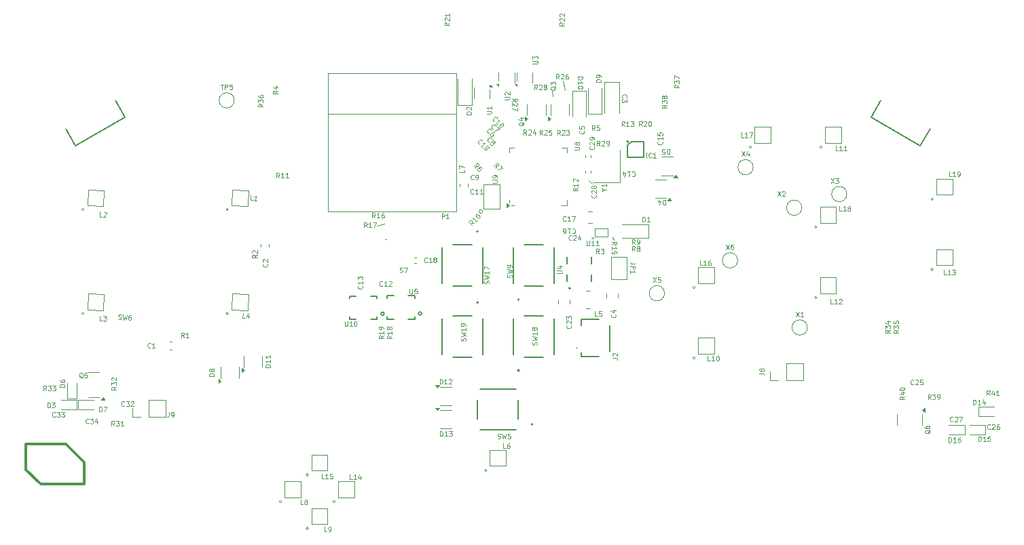
<source format=gbr>
%TF.GenerationSoftware,KiCad,Pcbnew,9.0.3*%
%TF.CreationDate,2025-09-02T15:02:19-07:00*%
%TF.ProjectId,UGC_Main_R5,5547435f-4d61-4696-9e5f-52352e6b6963,rev?*%
%TF.SameCoordinates,Original*%
%TF.FileFunction,Legend,Top*%
%TF.FilePolarity,Positive*%
%FSLAX46Y46*%
G04 Gerber Fmt 4.6, Leading zero omitted, Abs format (unit mm)*
G04 Created by KiCad (PCBNEW 9.0.3) date 2025-09-02 15:02:19*
%MOMM*%
%LPD*%
G01*
G04 APERTURE LIST*
%ADD10C,0.120000*%
%ADD11C,0.100000*%
%ADD12C,0.160000*%
%ADD13C,0.350000*%
%ADD14C,0.127000*%
%ADD15C,0.200000*%
G04 APERTURE END LIST*
D10*
X76486800Y-52020000D02*
X77406800Y-51730000D01*
X103333458Y-46745119D02*
X102828290Y-46368383D01*
X98306800Y-35190000D02*
X98406800Y-35840000D01*
X99666800Y-33890000D02*
X99906800Y-35050000D01*
X106006800Y-53770000D02*
X105806800Y-53420000D01*
D11*
X134412085Y-50183371D02*
X134126371Y-50183371D01*
X134126371Y-50183371D02*
X134126371Y-49583371D01*
X134926370Y-50183371D02*
X134583513Y-50183371D01*
X134754942Y-50183371D02*
X134754942Y-49583371D01*
X134754942Y-49583371D02*
X134697799Y-49669085D01*
X134697799Y-49669085D02*
X134640656Y-49726228D01*
X134640656Y-49726228D02*
X134583513Y-49754800D01*
X135269228Y-49840514D02*
X135212085Y-49811942D01*
X135212085Y-49811942D02*
X135183514Y-49783371D01*
X135183514Y-49783371D02*
X135154942Y-49726228D01*
X135154942Y-49726228D02*
X135154942Y-49697657D01*
X135154942Y-49697657D02*
X135183514Y-49640514D01*
X135183514Y-49640514D02*
X135212085Y-49611942D01*
X135212085Y-49611942D02*
X135269228Y-49583371D01*
X135269228Y-49583371D02*
X135383514Y-49583371D01*
X135383514Y-49583371D02*
X135440657Y-49611942D01*
X135440657Y-49611942D02*
X135469228Y-49640514D01*
X135469228Y-49640514D02*
X135497799Y-49697657D01*
X135497799Y-49697657D02*
X135497799Y-49726228D01*
X135497799Y-49726228D02*
X135469228Y-49783371D01*
X135469228Y-49783371D02*
X135440657Y-49811942D01*
X135440657Y-49811942D02*
X135383514Y-49840514D01*
X135383514Y-49840514D02*
X135269228Y-49840514D01*
X135269228Y-49840514D02*
X135212085Y-49869085D01*
X135212085Y-49869085D02*
X135183514Y-49897657D01*
X135183514Y-49897657D02*
X135154942Y-49954800D01*
X135154942Y-49954800D02*
X135154942Y-50069085D01*
X135154942Y-50069085D02*
X135183514Y-50126228D01*
X135183514Y-50126228D02*
X135212085Y-50154800D01*
X135212085Y-50154800D02*
X135269228Y-50183371D01*
X135269228Y-50183371D02*
X135383514Y-50183371D01*
X135383514Y-50183371D02*
X135440657Y-50154800D01*
X135440657Y-50154800D02*
X135469228Y-50126228D01*
X135469228Y-50126228D02*
X135497799Y-50069085D01*
X135497799Y-50069085D02*
X135497799Y-49954800D01*
X135497799Y-49954800D02*
X135469228Y-49897657D01*
X135469228Y-49897657D02*
X135440657Y-49869085D01*
X135440657Y-49869085D02*
X135383514Y-49840514D01*
X145519962Y-73647744D02*
X145319962Y-73362030D01*
X145177105Y-73647744D02*
X145177105Y-73047744D01*
X145177105Y-73047744D02*
X145405676Y-73047744D01*
X145405676Y-73047744D02*
X145462819Y-73076315D01*
X145462819Y-73076315D02*
X145491390Y-73104887D01*
X145491390Y-73104887D02*
X145519962Y-73162030D01*
X145519962Y-73162030D02*
X145519962Y-73247744D01*
X145519962Y-73247744D02*
X145491390Y-73304887D01*
X145491390Y-73304887D02*
X145462819Y-73333458D01*
X145462819Y-73333458D02*
X145405676Y-73362030D01*
X145405676Y-73362030D02*
X145177105Y-73362030D01*
X145719962Y-73047744D02*
X146091390Y-73047744D01*
X146091390Y-73047744D02*
X145891390Y-73276315D01*
X145891390Y-73276315D02*
X145977105Y-73276315D01*
X145977105Y-73276315D02*
X146034248Y-73304887D01*
X146034248Y-73304887D02*
X146062819Y-73333458D01*
X146062819Y-73333458D02*
X146091390Y-73390601D01*
X146091390Y-73390601D02*
X146091390Y-73533458D01*
X146091390Y-73533458D02*
X146062819Y-73590601D01*
X146062819Y-73590601D02*
X146034248Y-73619173D01*
X146034248Y-73619173D02*
X145977105Y-73647744D01*
X145977105Y-73647744D02*
X145805676Y-73647744D01*
X145805676Y-73647744D02*
X145748533Y-73619173D01*
X145748533Y-73619173D02*
X145719962Y-73590601D01*
X146377105Y-73647744D02*
X146491391Y-73647744D01*
X146491391Y-73647744D02*
X146548534Y-73619173D01*
X146548534Y-73619173D02*
X146577105Y-73590601D01*
X146577105Y-73590601D02*
X146634248Y-73504887D01*
X146634248Y-73504887D02*
X146662819Y-73390601D01*
X146662819Y-73390601D02*
X146662819Y-73162030D01*
X146662819Y-73162030D02*
X146634248Y-73104887D01*
X146634248Y-73104887D02*
X146605677Y-73076315D01*
X146605677Y-73076315D02*
X146548534Y-73047744D01*
X146548534Y-73047744D02*
X146434248Y-73047744D01*
X146434248Y-73047744D02*
X146377105Y-73076315D01*
X146377105Y-73076315D02*
X146348534Y-73104887D01*
X146348534Y-73104887D02*
X146319962Y-73162030D01*
X146319962Y-73162030D02*
X146319962Y-73304887D01*
X146319962Y-73304887D02*
X146348534Y-73362030D01*
X146348534Y-73362030D02*
X146377105Y-73390601D01*
X146377105Y-73390601D02*
X146434248Y-73419173D01*
X146434248Y-73419173D02*
X146548534Y-73419173D01*
X146548534Y-73419173D02*
X146605677Y-73390601D01*
X146605677Y-73390601D02*
X146634248Y-73362030D01*
X146634248Y-73362030D02*
X146662819Y-73304887D01*
X100010918Y-51352741D02*
X99982346Y-51381313D01*
X99982346Y-51381313D02*
X99896632Y-51409884D01*
X99896632Y-51409884D02*
X99839489Y-51409884D01*
X99839489Y-51409884D02*
X99753775Y-51381313D01*
X99753775Y-51381313D02*
X99696632Y-51324170D01*
X99696632Y-51324170D02*
X99668061Y-51267027D01*
X99668061Y-51267027D02*
X99639489Y-51152741D01*
X99639489Y-51152741D02*
X99639489Y-51067027D01*
X99639489Y-51067027D02*
X99668061Y-50952741D01*
X99668061Y-50952741D02*
X99696632Y-50895598D01*
X99696632Y-50895598D02*
X99753775Y-50838455D01*
X99753775Y-50838455D02*
X99839489Y-50809884D01*
X99839489Y-50809884D02*
X99896632Y-50809884D01*
X99896632Y-50809884D02*
X99982346Y-50838455D01*
X99982346Y-50838455D02*
X100010918Y-50867027D01*
X100582346Y-51409884D02*
X100239489Y-51409884D01*
X100410918Y-51409884D02*
X100410918Y-50809884D01*
X100410918Y-50809884D02*
X100353775Y-50895598D01*
X100353775Y-50895598D02*
X100296632Y-50952741D01*
X100296632Y-50952741D02*
X100239489Y-50981313D01*
X100782347Y-50809884D02*
X101182347Y-50809884D01*
X101182347Y-50809884D02*
X100925204Y-51409884D01*
X107335685Y-39566171D02*
X107135685Y-39280457D01*
X106992828Y-39566171D02*
X106992828Y-38966171D01*
X106992828Y-38966171D02*
X107221399Y-38966171D01*
X107221399Y-38966171D02*
X107278542Y-38994742D01*
X107278542Y-38994742D02*
X107307113Y-39023314D01*
X107307113Y-39023314D02*
X107335685Y-39080457D01*
X107335685Y-39080457D02*
X107335685Y-39166171D01*
X107335685Y-39166171D02*
X107307113Y-39223314D01*
X107307113Y-39223314D02*
X107278542Y-39251885D01*
X107278542Y-39251885D02*
X107221399Y-39280457D01*
X107221399Y-39280457D02*
X106992828Y-39280457D01*
X107907113Y-39566171D02*
X107564256Y-39566171D01*
X107735685Y-39566171D02*
X107735685Y-38966171D01*
X107735685Y-38966171D02*
X107678542Y-39051885D01*
X107678542Y-39051885D02*
X107621399Y-39109028D01*
X107621399Y-39109028D02*
X107564256Y-39137600D01*
X108107114Y-38966171D02*
X108478542Y-38966171D01*
X108478542Y-38966171D02*
X108278542Y-39194742D01*
X108278542Y-39194742D02*
X108364257Y-39194742D01*
X108364257Y-39194742D02*
X108421400Y-39223314D01*
X108421400Y-39223314D02*
X108449971Y-39251885D01*
X108449971Y-39251885D02*
X108478542Y-39309028D01*
X108478542Y-39309028D02*
X108478542Y-39451885D01*
X108478542Y-39451885D02*
X108449971Y-39509028D01*
X108449971Y-39509028D02*
X108421400Y-39537600D01*
X108421400Y-39537600D02*
X108364257Y-39566171D01*
X108364257Y-39566171D02*
X108192828Y-39566171D01*
X108192828Y-39566171D02*
X108135685Y-39537600D01*
X108135685Y-39537600D02*
X108107114Y-39509028D01*
X106174628Y-63086199D02*
X106203200Y-63114771D01*
X106203200Y-63114771D02*
X106231771Y-63200485D01*
X106231771Y-63200485D02*
X106231771Y-63257628D01*
X106231771Y-63257628D02*
X106203200Y-63343342D01*
X106203200Y-63343342D02*
X106146057Y-63400485D01*
X106146057Y-63400485D02*
X106088914Y-63429056D01*
X106088914Y-63429056D02*
X105974628Y-63457628D01*
X105974628Y-63457628D02*
X105888914Y-63457628D01*
X105888914Y-63457628D02*
X105774628Y-63429056D01*
X105774628Y-63429056D02*
X105717485Y-63400485D01*
X105717485Y-63400485D02*
X105660342Y-63343342D01*
X105660342Y-63343342D02*
X105631771Y-63257628D01*
X105631771Y-63257628D02*
X105631771Y-63200485D01*
X105631771Y-63200485D02*
X105660342Y-63114771D01*
X105660342Y-63114771D02*
X105688914Y-63086199D01*
X105831771Y-62571914D02*
X106231771Y-62571914D01*
X105603200Y-62714771D02*
X106031771Y-62857628D01*
X106031771Y-62857628D02*
X106031771Y-62486199D01*
X141477549Y-65039354D02*
X141191835Y-65239354D01*
X141477549Y-65382211D02*
X140877549Y-65382211D01*
X140877549Y-65382211D02*
X140877549Y-65153640D01*
X140877549Y-65153640D02*
X140906120Y-65096497D01*
X140906120Y-65096497D02*
X140934692Y-65067926D01*
X140934692Y-65067926D02*
X140991835Y-65039354D01*
X140991835Y-65039354D02*
X141077549Y-65039354D01*
X141077549Y-65039354D02*
X141134692Y-65067926D01*
X141134692Y-65067926D02*
X141163263Y-65096497D01*
X141163263Y-65096497D02*
X141191835Y-65153640D01*
X141191835Y-65153640D02*
X141191835Y-65382211D01*
X140877549Y-64839354D02*
X140877549Y-64467926D01*
X140877549Y-64467926D02*
X141106120Y-64667926D01*
X141106120Y-64667926D02*
X141106120Y-64582211D01*
X141106120Y-64582211D02*
X141134692Y-64525069D01*
X141134692Y-64525069D02*
X141163263Y-64496497D01*
X141163263Y-64496497D02*
X141220406Y-64467926D01*
X141220406Y-64467926D02*
X141363263Y-64467926D01*
X141363263Y-64467926D02*
X141420406Y-64496497D01*
X141420406Y-64496497D02*
X141448978Y-64525069D01*
X141448978Y-64525069D02*
X141477549Y-64582211D01*
X141477549Y-64582211D02*
X141477549Y-64753640D01*
X141477549Y-64753640D02*
X141448978Y-64810783D01*
X141448978Y-64810783D02*
X141420406Y-64839354D01*
X140877549Y-63925068D02*
X140877549Y-64210782D01*
X140877549Y-64210782D02*
X141163263Y-64239354D01*
X141163263Y-64239354D02*
X141134692Y-64210782D01*
X141134692Y-64210782D02*
X141106120Y-64153640D01*
X141106120Y-64153640D02*
X141106120Y-64010782D01*
X141106120Y-64010782D02*
X141134692Y-63953640D01*
X141134692Y-63953640D02*
X141163263Y-63925068D01*
X141163263Y-63925068D02*
X141220406Y-63896497D01*
X141220406Y-63896497D02*
X141363263Y-63896497D01*
X141363263Y-63896497D02*
X141420406Y-63925068D01*
X141420406Y-63925068D02*
X141448978Y-63953640D01*
X141448978Y-63953640D02*
X141477549Y-64010782D01*
X141477549Y-64010782D02*
X141477549Y-64153640D01*
X141477549Y-64153640D02*
X141448978Y-64210782D01*
X141448978Y-64210782D02*
X141420406Y-64239354D01*
X52405073Y-65964932D02*
X52205073Y-65679218D01*
X52062216Y-65964932D02*
X52062216Y-65364932D01*
X52062216Y-65364932D02*
X52290787Y-65364932D01*
X52290787Y-65364932D02*
X52347930Y-65393503D01*
X52347930Y-65393503D02*
X52376501Y-65422075D01*
X52376501Y-65422075D02*
X52405073Y-65479218D01*
X52405073Y-65479218D02*
X52405073Y-65564932D01*
X52405073Y-65564932D02*
X52376501Y-65622075D01*
X52376501Y-65622075D02*
X52347930Y-65650646D01*
X52347930Y-65650646D02*
X52290787Y-65679218D01*
X52290787Y-65679218D02*
X52062216Y-65679218D01*
X52976501Y-65964932D02*
X52633644Y-65964932D01*
X52805073Y-65964932D02*
X52805073Y-65364932D01*
X52805073Y-65364932D02*
X52747930Y-65450646D01*
X52747930Y-65450646D02*
X52690787Y-65507789D01*
X52690787Y-65507789D02*
X52633644Y-65536361D01*
X152919285Y-77349228D02*
X152890713Y-77377800D01*
X152890713Y-77377800D02*
X152804999Y-77406371D01*
X152804999Y-77406371D02*
X152747856Y-77406371D01*
X152747856Y-77406371D02*
X152662142Y-77377800D01*
X152662142Y-77377800D02*
X152604999Y-77320657D01*
X152604999Y-77320657D02*
X152576428Y-77263514D01*
X152576428Y-77263514D02*
X152547856Y-77149228D01*
X152547856Y-77149228D02*
X152547856Y-77063514D01*
X152547856Y-77063514D02*
X152576428Y-76949228D01*
X152576428Y-76949228D02*
X152604999Y-76892085D01*
X152604999Y-76892085D02*
X152662142Y-76834942D01*
X152662142Y-76834942D02*
X152747856Y-76806371D01*
X152747856Y-76806371D02*
X152804999Y-76806371D01*
X152804999Y-76806371D02*
X152890713Y-76834942D01*
X152890713Y-76834942D02*
X152919285Y-76863514D01*
X153147856Y-76863514D02*
X153176428Y-76834942D01*
X153176428Y-76834942D02*
X153233571Y-76806371D01*
X153233571Y-76806371D02*
X153376428Y-76806371D01*
X153376428Y-76806371D02*
X153433571Y-76834942D01*
X153433571Y-76834942D02*
X153462142Y-76863514D01*
X153462142Y-76863514D02*
X153490713Y-76920657D01*
X153490713Y-76920657D02*
X153490713Y-76977800D01*
X153490713Y-76977800D02*
X153462142Y-77063514D01*
X153462142Y-77063514D02*
X153119285Y-77406371D01*
X153119285Y-77406371D02*
X153490713Y-77406371D01*
X154005000Y-76806371D02*
X153890714Y-76806371D01*
X153890714Y-76806371D02*
X153833571Y-76834942D01*
X153833571Y-76834942D02*
X153805000Y-76863514D01*
X153805000Y-76863514D02*
X153747857Y-76949228D01*
X153747857Y-76949228D02*
X153719285Y-77063514D01*
X153719285Y-77063514D02*
X153719285Y-77292085D01*
X153719285Y-77292085D02*
X153747857Y-77349228D01*
X153747857Y-77349228D02*
X153776428Y-77377800D01*
X153776428Y-77377800D02*
X153833571Y-77406371D01*
X153833571Y-77406371D02*
X153947857Y-77406371D01*
X153947857Y-77406371D02*
X154005000Y-77377800D01*
X154005000Y-77377800D02*
X154033571Y-77349228D01*
X154033571Y-77349228D02*
X154062142Y-77292085D01*
X154062142Y-77292085D02*
X154062142Y-77149228D01*
X154062142Y-77149228D02*
X154033571Y-77092085D01*
X154033571Y-77092085D02*
X154005000Y-77063514D01*
X154005000Y-77063514D02*
X153947857Y-77034942D01*
X153947857Y-77034942D02*
X153833571Y-77034942D01*
X153833571Y-77034942D02*
X153776428Y-77063514D01*
X153776428Y-77063514D02*
X153747857Y-77092085D01*
X153747857Y-77092085D02*
X153719285Y-77149228D01*
X108636800Y-55172371D02*
X108436800Y-54886657D01*
X108293943Y-55172371D02*
X108293943Y-54572371D01*
X108293943Y-54572371D02*
X108522514Y-54572371D01*
X108522514Y-54572371D02*
X108579657Y-54600942D01*
X108579657Y-54600942D02*
X108608228Y-54629514D01*
X108608228Y-54629514D02*
X108636800Y-54686657D01*
X108636800Y-54686657D02*
X108636800Y-54772371D01*
X108636800Y-54772371D02*
X108608228Y-54829514D01*
X108608228Y-54829514D02*
X108579657Y-54858085D01*
X108579657Y-54858085D02*
X108522514Y-54886657D01*
X108522514Y-54886657D02*
X108293943Y-54886657D01*
X108979657Y-54829514D02*
X108922514Y-54800942D01*
X108922514Y-54800942D02*
X108893943Y-54772371D01*
X108893943Y-54772371D02*
X108865371Y-54715228D01*
X108865371Y-54715228D02*
X108865371Y-54686657D01*
X108865371Y-54686657D02*
X108893943Y-54629514D01*
X108893943Y-54629514D02*
X108922514Y-54600942D01*
X108922514Y-54600942D02*
X108979657Y-54572371D01*
X108979657Y-54572371D02*
X109093943Y-54572371D01*
X109093943Y-54572371D02*
X109151086Y-54600942D01*
X109151086Y-54600942D02*
X109179657Y-54629514D01*
X109179657Y-54629514D02*
X109208228Y-54686657D01*
X109208228Y-54686657D02*
X109208228Y-54715228D01*
X109208228Y-54715228D02*
X109179657Y-54772371D01*
X109179657Y-54772371D02*
X109151086Y-54800942D01*
X109151086Y-54800942D02*
X109093943Y-54829514D01*
X109093943Y-54829514D02*
X108979657Y-54829514D01*
X108979657Y-54829514D02*
X108922514Y-54858085D01*
X108922514Y-54858085D02*
X108893943Y-54886657D01*
X108893943Y-54886657D02*
X108865371Y-54943800D01*
X108865371Y-54943800D02*
X108865371Y-55058085D01*
X108865371Y-55058085D02*
X108893943Y-55115228D01*
X108893943Y-55115228D02*
X108922514Y-55143800D01*
X108922514Y-55143800D02*
X108979657Y-55172371D01*
X108979657Y-55172371D02*
X109093943Y-55172371D01*
X109093943Y-55172371D02*
X109151086Y-55143800D01*
X109151086Y-55143800D02*
X109179657Y-55115228D01*
X109179657Y-55115228D02*
X109208228Y-55058085D01*
X109208228Y-55058085D02*
X109208228Y-54943800D01*
X109208228Y-54943800D02*
X109179657Y-54886657D01*
X109179657Y-54886657D02*
X109151086Y-54858085D01*
X109151086Y-54858085D02*
X109093943Y-54829514D01*
X103633600Y-40074171D02*
X103433600Y-39788457D01*
X103290743Y-40074171D02*
X103290743Y-39474171D01*
X103290743Y-39474171D02*
X103519314Y-39474171D01*
X103519314Y-39474171D02*
X103576457Y-39502742D01*
X103576457Y-39502742D02*
X103605028Y-39531314D01*
X103605028Y-39531314D02*
X103633600Y-39588457D01*
X103633600Y-39588457D02*
X103633600Y-39674171D01*
X103633600Y-39674171D02*
X103605028Y-39731314D01*
X103605028Y-39731314D02*
X103576457Y-39759885D01*
X103576457Y-39759885D02*
X103519314Y-39788457D01*
X103519314Y-39788457D02*
X103290743Y-39788457D01*
X104176457Y-39474171D02*
X103890743Y-39474171D01*
X103890743Y-39474171D02*
X103862171Y-39759885D01*
X103862171Y-39759885D02*
X103890743Y-39731314D01*
X103890743Y-39731314D02*
X103947886Y-39702742D01*
X103947886Y-39702742D02*
X104090743Y-39702742D01*
X104090743Y-39702742D02*
X104147886Y-39731314D01*
X104147886Y-39731314D02*
X104176457Y-39759885D01*
X104176457Y-39759885D02*
X104205028Y-39817028D01*
X104205028Y-39817028D02*
X104205028Y-39959885D01*
X104205028Y-39959885D02*
X104176457Y-40017028D01*
X104176457Y-40017028D02*
X104147886Y-40045600D01*
X104147886Y-40045600D02*
X104090743Y-40074171D01*
X104090743Y-40074171D02*
X103947886Y-40074171D01*
X103947886Y-40074171D02*
X103890743Y-40045600D01*
X103890743Y-40045600D02*
X103862171Y-40017028D01*
X99819171Y-26645714D02*
X99533457Y-26845714D01*
X99819171Y-26988571D02*
X99219171Y-26988571D01*
X99219171Y-26988571D02*
X99219171Y-26760000D01*
X99219171Y-26760000D02*
X99247742Y-26702857D01*
X99247742Y-26702857D02*
X99276314Y-26674286D01*
X99276314Y-26674286D02*
X99333457Y-26645714D01*
X99333457Y-26645714D02*
X99419171Y-26645714D01*
X99419171Y-26645714D02*
X99476314Y-26674286D01*
X99476314Y-26674286D02*
X99504885Y-26702857D01*
X99504885Y-26702857D02*
X99533457Y-26760000D01*
X99533457Y-26760000D02*
X99533457Y-26988571D01*
X99276314Y-26417143D02*
X99247742Y-26388571D01*
X99247742Y-26388571D02*
X99219171Y-26331429D01*
X99219171Y-26331429D02*
X99219171Y-26188571D01*
X99219171Y-26188571D02*
X99247742Y-26131429D01*
X99247742Y-26131429D02*
X99276314Y-26102857D01*
X99276314Y-26102857D02*
X99333457Y-26074286D01*
X99333457Y-26074286D02*
X99390600Y-26074286D01*
X99390600Y-26074286D02*
X99476314Y-26102857D01*
X99476314Y-26102857D02*
X99819171Y-26445714D01*
X99819171Y-26445714D02*
X99819171Y-26074286D01*
X99276314Y-25845714D02*
X99247742Y-25817142D01*
X99247742Y-25817142D02*
X99219171Y-25760000D01*
X99219171Y-25760000D02*
X99219171Y-25617142D01*
X99219171Y-25617142D02*
X99247742Y-25560000D01*
X99247742Y-25560000D02*
X99276314Y-25531428D01*
X99276314Y-25531428D02*
X99333457Y-25502857D01*
X99333457Y-25502857D02*
X99390600Y-25502857D01*
X99390600Y-25502857D02*
X99476314Y-25531428D01*
X99476314Y-25531428D02*
X99819171Y-25874285D01*
X99819171Y-25874285D02*
X99819171Y-25502857D01*
X148271085Y-76384028D02*
X148242513Y-76412600D01*
X148242513Y-76412600D02*
X148156799Y-76441171D01*
X148156799Y-76441171D02*
X148099656Y-76441171D01*
X148099656Y-76441171D02*
X148013942Y-76412600D01*
X148013942Y-76412600D02*
X147956799Y-76355457D01*
X147956799Y-76355457D02*
X147928228Y-76298314D01*
X147928228Y-76298314D02*
X147899656Y-76184028D01*
X147899656Y-76184028D02*
X147899656Y-76098314D01*
X147899656Y-76098314D02*
X147928228Y-75984028D01*
X147928228Y-75984028D02*
X147956799Y-75926885D01*
X147956799Y-75926885D02*
X148013942Y-75869742D01*
X148013942Y-75869742D02*
X148099656Y-75841171D01*
X148099656Y-75841171D02*
X148156799Y-75841171D01*
X148156799Y-75841171D02*
X148242513Y-75869742D01*
X148242513Y-75869742D02*
X148271085Y-75898314D01*
X148499656Y-75898314D02*
X148528228Y-75869742D01*
X148528228Y-75869742D02*
X148585371Y-75841171D01*
X148585371Y-75841171D02*
X148728228Y-75841171D01*
X148728228Y-75841171D02*
X148785371Y-75869742D01*
X148785371Y-75869742D02*
X148813942Y-75898314D01*
X148813942Y-75898314D02*
X148842513Y-75955457D01*
X148842513Y-75955457D02*
X148842513Y-76012600D01*
X148842513Y-76012600D02*
X148813942Y-76098314D01*
X148813942Y-76098314D02*
X148471085Y-76441171D01*
X148471085Y-76441171D02*
X148842513Y-76441171D01*
X149042514Y-75841171D02*
X149442514Y-75841171D01*
X149442514Y-75841171D02*
X149185371Y-76441171D01*
X112601440Y-36922491D02*
X112315726Y-37122491D01*
X112601440Y-37265348D02*
X112001440Y-37265348D01*
X112001440Y-37265348D02*
X112001440Y-37036777D01*
X112001440Y-37036777D02*
X112030011Y-36979634D01*
X112030011Y-36979634D02*
X112058583Y-36951063D01*
X112058583Y-36951063D02*
X112115726Y-36922491D01*
X112115726Y-36922491D02*
X112201440Y-36922491D01*
X112201440Y-36922491D02*
X112258583Y-36951063D01*
X112258583Y-36951063D02*
X112287154Y-36979634D01*
X112287154Y-36979634D02*
X112315726Y-37036777D01*
X112315726Y-37036777D02*
X112315726Y-37265348D01*
X112001440Y-36722491D02*
X112001440Y-36351063D01*
X112001440Y-36351063D02*
X112230011Y-36551063D01*
X112230011Y-36551063D02*
X112230011Y-36465348D01*
X112230011Y-36465348D02*
X112258583Y-36408206D01*
X112258583Y-36408206D02*
X112287154Y-36379634D01*
X112287154Y-36379634D02*
X112344297Y-36351063D01*
X112344297Y-36351063D02*
X112487154Y-36351063D01*
X112487154Y-36351063D02*
X112544297Y-36379634D01*
X112544297Y-36379634D02*
X112572869Y-36408206D01*
X112572869Y-36408206D02*
X112601440Y-36465348D01*
X112601440Y-36465348D02*
X112601440Y-36636777D01*
X112601440Y-36636777D02*
X112572869Y-36693920D01*
X112572869Y-36693920D02*
X112544297Y-36722491D01*
X112258583Y-36008205D02*
X112230011Y-36065348D01*
X112230011Y-36065348D02*
X112201440Y-36093919D01*
X112201440Y-36093919D02*
X112144297Y-36122491D01*
X112144297Y-36122491D02*
X112115726Y-36122491D01*
X112115726Y-36122491D02*
X112058583Y-36093919D01*
X112058583Y-36093919D02*
X112030011Y-36065348D01*
X112030011Y-36065348D02*
X112001440Y-36008205D01*
X112001440Y-36008205D02*
X112001440Y-35893919D01*
X112001440Y-35893919D02*
X112030011Y-35836777D01*
X112030011Y-35836777D02*
X112058583Y-35808205D01*
X112058583Y-35808205D02*
X112115726Y-35779634D01*
X112115726Y-35779634D02*
X112144297Y-35779634D01*
X112144297Y-35779634D02*
X112201440Y-35808205D01*
X112201440Y-35808205D02*
X112230011Y-35836777D01*
X112230011Y-35836777D02*
X112258583Y-35893919D01*
X112258583Y-35893919D02*
X112258583Y-36008205D01*
X112258583Y-36008205D02*
X112287154Y-36065348D01*
X112287154Y-36065348D02*
X112315726Y-36093919D01*
X112315726Y-36093919D02*
X112372869Y-36122491D01*
X112372869Y-36122491D02*
X112487154Y-36122491D01*
X112487154Y-36122491D02*
X112544297Y-36093919D01*
X112544297Y-36093919D02*
X112572869Y-36065348D01*
X112572869Y-36065348D02*
X112601440Y-36008205D01*
X112601440Y-36008205D02*
X112601440Y-35893919D01*
X112601440Y-35893919D02*
X112572869Y-35836777D01*
X112572869Y-35836777D02*
X112544297Y-35808205D01*
X112544297Y-35808205D02*
X112487154Y-35779634D01*
X112487154Y-35779634D02*
X112372869Y-35779634D01*
X112372869Y-35779634D02*
X112315726Y-35808205D01*
X112315726Y-35808205D02*
X112287154Y-35836777D01*
X112287154Y-35836777D02*
X112258583Y-35893919D01*
X36333285Y-75825228D02*
X36304713Y-75853800D01*
X36304713Y-75853800D02*
X36218999Y-75882371D01*
X36218999Y-75882371D02*
X36161856Y-75882371D01*
X36161856Y-75882371D02*
X36076142Y-75853800D01*
X36076142Y-75853800D02*
X36018999Y-75796657D01*
X36018999Y-75796657D02*
X35990428Y-75739514D01*
X35990428Y-75739514D02*
X35961856Y-75625228D01*
X35961856Y-75625228D02*
X35961856Y-75539514D01*
X35961856Y-75539514D02*
X35990428Y-75425228D01*
X35990428Y-75425228D02*
X36018999Y-75368085D01*
X36018999Y-75368085D02*
X36076142Y-75310942D01*
X36076142Y-75310942D02*
X36161856Y-75282371D01*
X36161856Y-75282371D02*
X36218999Y-75282371D01*
X36218999Y-75282371D02*
X36304713Y-75310942D01*
X36304713Y-75310942D02*
X36333285Y-75339514D01*
X36533285Y-75282371D02*
X36904713Y-75282371D01*
X36904713Y-75282371D02*
X36704713Y-75510942D01*
X36704713Y-75510942D02*
X36790428Y-75510942D01*
X36790428Y-75510942D02*
X36847571Y-75539514D01*
X36847571Y-75539514D02*
X36876142Y-75568085D01*
X36876142Y-75568085D02*
X36904713Y-75625228D01*
X36904713Y-75625228D02*
X36904713Y-75768085D01*
X36904713Y-75768085D02*
X36876142Y-75825228D01*
X36876142Y-75825228D02*
X36847571Y-75853800D01*
X36847571Y-75853800D02*
X36790428Y-75882371D01*
X36790428Y-75882371D02*
X36618999Y-75882371D01*
X36618999Y-75882371D02*
X36561856Y-75853800D01*
X36561856Y-75853800D02*
X36533285Y-75825228D01*
X37104714Y-75282371D02*
X37476142Y-75282371D01*
X37476142Y-75282371D02*
X37276142Y-75510942D01*
X37276142Y-75510942D02*
X37361857Y-75510942D01*
X37361857Y-75510942D02*
X37419000Y-75539514D01*
X37419000Y-75539514D02*
X37447571Y-75568085D01*
X37447571Y-75568085D02*
X37476142Y-75625228D01*
X37476142Y-75625228D02*
X37476142Y-75768085D01*
X37476142Y-75768085D02*
X37447571Y-75825228D01*
X37447571Y-75825228D02*
X37419000Y-75853800D01*
X37419000Y-75853800D02*
X37361857Y-75882371D01*
X37361857Y-75882371D02*
X37190428Y-75882371D01*
X37190428Y-75882371D02*
X37133285Y-75853800D01*
X37133285Y-75853800D02*
X37104714Y-75825228D01*
X124136371Y-70425200D02*
X124564942Y-70425200D01*
X124564942Y-70425200D02*
X124650657Y-70453771D01*
X124650657Y-70453771D02*
X124707800Y-70510914D01*
X124707800Y-70510914D02*
X124736371Y-70596628D01*
X124736371Y-70596628D02*
X124736371Y-70653771D01*
X124393514Y-70053771D02*
X124364942Y-70110914D01*
X124364942Y-70110914D02*
X124336371Y-70139485D01*
X124336371Y-70139485D02*
X124279228Y-70168057D01*
X124279228Y-70168057D02*
X124250657Y-70168057D01*
X124250657Y-70168057D02*
X124193514Y-70139485D01*
X124193514Y-70139485D02*
X124164942Y-70110914D01*
X124164942Y-70110914D02*
X124136371Y-70053771D01*
X124136371Y-70053771D02*
X124136371Y-69939485D01*
X124136371Y-69939485D02*
X124164942Y-69882343D01*
X124164942Y-69882343D02*
X124193514Y-69853771D01*
X124193514Y-69853771D02*
X124250657Y-69825200D01*
X124250657Y-69825200D02*
X124279228Y-69825200D01*
X124279228Y-69825200D02*
X124336371Y-69853771D01*
X124336371Y-69853771D02*
X124364942Y-69882343D01*
X124364942Y-69882343D02*
X124393514Y-69939485D01*
X124393514Y-69939485D02*
X124393514Y-70053771D01*
X124393514Y-70053771D02*
X124422085Y-70110914D01*
X124422085Y-70110914D02*
X124450657Y-70139485D01*
X124450657Y-70139485D02*
X124507800Y-70168057D01*
X124507800Y-70168057D02*
X124622085Y-70168057D01*
X124622085Y-70168057D02*
X124679228Y-70139485D01*
X124679228Y-70139485D02*
X124707800Y-70110914D01*
X124707800Y-70110914D02*
X124736371Y-70053771D01*
X124736371Y-70053771D02*
X124736371Y-69939485D01*
X124736371Y-69939485D02*
X124707800Y-69882343D01*
X124707800Y-69882343D02*
X124679228Y-69853771D01*
X124679228Y-69853771D02*
X124622085Y-69825200D01*
X124622085Y-69825200D02*
X124507800Y-69825200D01*
X124507800Y-69825200D02*
X124450657Y-69853771D01*
X124450657Y-69853771D02*
X124422085Y-69882343D01*
X124422085Y-69882343D02*
X124393514Y-69939485D01*
X117038485Y-56939771D02*
X116752771Y-56939771D01*
X116752771Y-56939771D02*
X116752771Y-56339771D01*
X117552770Y-56939771D02*
X117209913Y-56939771D01*
X117381342Y-56939771D02*
X117381342Y-56339771D01*
X117381342Y-56339771D02*
X117324199Y-56425485D01*
X117324199Y-56425485D02*
X117267056Y-56482628D01*
X117267056Y-56482628D02*
X117209913Y-56511200D01*
X118067057Y-56339771D02*
X117952771Y-56339771D01*
X117952771Y-56339771D02*
X117895628Y-56368342D01*
X117895628Y-56368342D02*
X117867057Y-56396914D01*
X117867057Y-56396914D02*
X117809914Y-56482628D01*
X117809914Y-56482628D02*
X117781342Y-56596914D01*
X117781342Y-56596914D02*
X117781342Y-56825485D01*
X117781342Y-56825485D02*
X117809914Y-56882628D01*
X117809914Y-56882628D02*
X117838485Y-56911200D01*
X117838485Y-56911200D02*
X117895628Y-56939771D01*
X117895628Y-56939771D02*
X118009914Y-56939771D01*
X118009914Y-56939771D02*
X118067057Y-56911200D01*
X118067057Y-56911200D02*
X118095628Y-56882628D01*
X118095628Y-56882628D02*
X118124199Y-56825485D01*
X118124199Y-56825485D02*
X118124199Y-56682628D01*
X118124199Y-56682628D02*
X118095628Y-56625485D01*
X118095628Y-56625485D02*
X118067057Y-56596914D01*
X118067057Y-56596914D02*
X118009914Y-56568342D01*
X118009914Y-56568342D02*
X117895628Y-56568342D01*
X117895628Y-56568342D02*
X117838485Y-56596914D01*
X117838485Y-56596914D02*
X117809914Y-56625485D01*
X117809914Y-56625485D02*
X117781342Y-56682628D01*
X103954400Y-63309371D02*
X103668686Y-63309371D01*
X103668686Y-63309371D02*
X103668686Y-62709371D01*
X104440114Y-62709371D02*
X104154400Y-62709371D01*
X104154400Y-62709371D02*
X104125828Y-62995085D01*
X104125828Y-62995085D02*
X104154400Y-62966514D01*
X104154400Y-62966514D02*
X104211543Y-62937942D01*
X104211543Y-62937942D02*
X104354400Y-62937942D01*
X104354400Y-62937942D02*
X104411543Y-62966514D01*
X104411543Y-62966514D02*
X104440114Y-62995085D01*
X104440114Y-62995085D02*
X104468685Y-63052228D01*
X104468685Y-63052228D02*
X104468685Y-63195085D01*
X104468685Y-63195085D02*
X104440114Y-63252228D01*
X104440114Y-63252228D02*
X104411543Y-63280800D01*
X104411543Y-63280800D02*
X104354400Y-63309371D01*
X104354400Y-63309371D02*
X104211543Y-63309371D01*
X104211543Y-63309371D02*
X104154400Y-63280800D01*
X104154400Y-63280800D02*
X104125828Y-63252228D01*
X88763493Y-44831885D02*
X88824102Y-44488433D01*
X88521057Y-44589448D02*
X88945321Y-44165184D01*
X88945321Y-44165184D02*
X89106945Y-44326808D01*
X89106945Y-44326808D02*
X89127148Y-44387418D01*
X89127148Y-44387418D02*
X89127148Y-44427824D01*
X89127148Y-44427824D02*
X89106945Y-44488433D01*
X89106945Y-44488433D02*
X89046336Y-44549042D01*
X89046336Y-44549042D02*
X88985727Y-44569245D01*
X88985727Y-44569245D02*
X88945321Y-44569245D01*
X88945321Y-44569245D02*
X88884712Y-44549042D01*
X88884712Y-44549042D02*
X88723087Y-44387418D01*
X89551412Y-44771276D02*
X89470600Y-44690463D01*
X89470600Y-44690463D02*
X89409991Y-44670260D01*
X89409991Y-44670260D02*
X89369585Y-44670260D01*
X89369585Y-44670260D02*
X89268570Y-44690463D01*
X89268570Y-44690463D02*
X89167554Y-44751073D01*
X89167554Y-44751073D02*
X89005930Y-44912697D01*
X89005930Y-44912697D02*
X88985727Y-44973306D01*
X88985727Y-44973306D02*
X88985727Y-45013712D01*
X88985727Y-45013712D02*
X89005930Y-45074321D01*
X89005930Y-45074321D02*
X89086742Y-45155134D01*
X89086742Y-45155134D02*
X89147351Y-45175337D01*
X89147351Y-45175337D02*
X89187757Y-45175337D01*
X89187757Y-45175337D02*
X89248367Y-45155134D01*
X89248367Y-45155134D02*
X89349382Y-45054118D01*
X89349382Y-45054118D02*
X89369585Y-44993509D01*
X89369585Y-44993509D02*
X89369585Y-44953103D01*
X89369585Y-44953103D02*
X89349382Y-44892494D01*
X89349382Y-44892494D02*
X89268570Y-44811682D01*
X89268570Y-44811682D02*
X89207960Y-44791479D01*
X89207960Y-44791479D02*
X89167554Y-44791479D01*
X89167554Y-44791479D02*
X89106945Y-44811682D01*
X41838743Y-75171171D02*
X41838743Y-74571171D01*
X41838743Y-74571171D02*
X41981600Y-74571171D01*
X41981600Y-74571171D02*
X42067314Y-74599742D01*
X42067314Y-74599742D02*
X42124457Y-74656885D01*
X42124457Y-74656885D02*
X42153028Y-74714028D01*
X42153028Y-74714028D02*
X42181600Y-74828314D01*
X42181600Y-74828314D02*
X42181600Y-74914028D01*
X42181600Y-74914028D02*
X42153028Y-75028314D01*
X42153028Y-75028314D02*
X42124457Y-75085457D01*
X42124457Y-75085457D02*
X42067314Y-75142600D01*
X42067314Y-75142600D02*
X41981600Y-75171171D01*
X41981600Y-75171171D02*
X41838743Y-75171171D01*
X42381600Y-74571171D02*
X42781600Y-74571171D01*
X42781600Y-74571171D02*
X42524457Y-75171171D01*
X101494004Y-47288094D02*
X101208290Y-47488094D01*
X101494004Y-47630951D02*
X100894004Y-47630951D01*
X100894004Y-47630951D02*
X100894004Y-47402380D01*
X100894004Y-47402380D02*
X100922575Y-47345237D01*
X100922575Y-47345237D02*
X100951147Y-47316666D01*
X100951147Y-47316666D02*
X101008290Y-47288094D01*
X101008290Y-47288094D02*
X101094004Y-47288094D01*
X101094004Y-47288094D02*
X101151147Y-47316666D01*
X101151147Y-47316666D02*
X101179718Y-47345237D01*
X101179718Y-47345237D02*
X101208290Y-47402380D01*
X101208290Y-47402380D02*
X101208290Y-47630951D01*
X101494004Y-46716666D02*
X101494004Y-47059523D01*
X101494004Y-46888094D02*
X100894004Y-46888094D01*
X100894004Y-46888094D02*
X100979718Y-46945237D01*
X100979718Y-46945237D02*
X101036861Y-47002380D01*
X101036861Y-47002380D02*
X101065433Y-47059523D01*
X100951147Y-46488094D02*
X100922575Y-46459522D01*
X100922575Y-46459522D02*
X100894004Y-46402380D01*
X100894004Y-46402380D02*
X100894004Y-46259522D01*
X100894004Y-46259522D02*
X100922575Y-46202380D01*
X100922575Y-46202380D02*
X100951147Y-46173808D01*
X100951147Y-46173808D02*
X101008290Y-46145237D01*
X101008290Y-46145237D02*
X101065433Y-46145237D01*
X101065433Y-46145237D02*
X101151147Y-46173808D01*
X101151147Y-46173808D02*
X101494004Y-46516665D01*
X101494004Y-46516665D02*
X101494004Y-46145237D01*
X72441943Y-63934371D02*
X72441943Y-64420085D01*
X72441943Y-64420085D02*
X72470514Y-64477228D01*
X72470514Y-64477228D02*
X72499086Y-64505800D01*
X72499086Y-64505800D02*
X72556228Y-64534371D01*
X72556228Y-64534371D02*
X72670514Y-64534371D01*
X72670514Y-64534371D02*
X72727657Y-64505800D01*
X72727657Y-64505800D02*
X72756228Y-64477228D01*
X72756228Y-64477228D02*
X72784800Y-64420085D01*
X72784800Y-64420085D02*
X72784800Y-63934371D01*
X73384799Y-64534371D02*
X73041942Y-64534371D01*
X73213371Y-64534371D02*
X73213371Y-63934371D01*
X73213371Y-63934371D02*
X73156228Y-64020085D01*
X73156228Y-64020085D02*
X73099085Y-64077228D01*
X73099085Y-64077228D02*
X73041942Y-64105800D01*
X73756228Y-63934371D02*
X73813371Y-63934371D01*
X73813371Y-63934371D02*
X73870514Y-63962942D01*
X73870514Y-63962942D02*
X73899086Y-63991514D01*
X73899086Y-63991514D02*
X73927657Y-64048657D01*
X73927657Y-64048657D02*
X73956228Y-64162942D01*
X73956228Y-64162942D02*
X73956228Y-64305800D01*
X73956228Y-64305800D02*
X73927657Y-64420085D01*
X73927657Y-64420085D02*
X73899086Y-64477228D01*
X73899086Y-64477228D02*
X73870514Y-64505800D01*
X73870514Y-64505800D02*
X73813371Y-64534371D01*
X73813371Y-64534371D02*
X73756228Y-64534371D01*
X73756228Y-64534371D02*
X73699086Y-64505800D01*
X73699086Y-64505800D02*
X73670514Y-64477228D01*
X73670514Y-64477228D02*
X73641943Y-64420085D01*
X73641943Y-64420085D02*
X73613371Y-64305800D01*
X73613371Y-64305800D02*
X73613371Y-64162942D01*
X73613371Y-64162942D02*
X73641943Y-64048657D01*
X73641943Y-64048657D02*
X73670514Y-63991514D01*
X73670514Y-63991514D02*
X73699086Y-63962942D01*
X73699086Y-63962942D02*
X73756228Y-63934371D01*
X104262285Y-42004571D02*
X104062285Y-41718857D01*
X103919428Y-42004571D02*
X103919428Y-41404571D01*
X103919428Y-41404571D02*
X104147999Y-41404571D01*
X104147999Y-41404571D02*
X104205142Y-41433142D01*
X104205142Y-41433142D02*
X104233713Y-41461714D01*
X104233713Y-41461714D02*
X104262285Y-41518857D01*
X104262285Y-41518857D02*
X104262285Y-41604571D01*
X104262285Y-41604571D02*
X104233713Y-41661714D01*
X104233713Y-41661714D02*
X104205142Y-41690285D01*
X104205142Y-41690285D02*
X104147999Y-41718857D01*
X104147999Y-41718857D02*
X103919428Y-41718857D01*
X104490856Y-41461714D02*
X104519428Y-41433142D01*
X104519428Y-41433142D02*
X104576571Y-41404571D01*
X104576571Y-41404571D02*
X104719428Y-41404571D01*
X104719428Y-41404571D02*
X104776571Y-41433142D01*
X104776571Y-41433142D02*
X104805142Y-41461714D01*
X104805142Y-41461714D02*
X104833713Y-41518857D01*
X104833713Y-41518857D02*
X104833713Y-41576000D01*
X104833713Y-41576000D02*
X104805142Y-41661714D01*
X104805142Y-41661714D02*
X104462285Y-42004571D01*
X104462285Y-42004571D02*
X104833713Y-42004571D01*
X105119428Y-42004571D02*
X105233714Y-42004571D01*
X105233714Y-42004571D02*
X105290857Y-41976000D01*
X105290857Y-41976000D02*
X105319428Y-41947428D01*
X105319428Y-41947428D02*
X105376571Y-41861714D01*
X105376571Y-41861714D02*
X105405142Y-41747428D01*
X105405142Y-41747428D02*
X105405142Y-41518857D01*
X105405142Y-41518857D02*
X105376571Y-41461714D01*
X105376571Y-41461714D02*
X105348000Y-41433142D01*
X105348000Y-41433142D02*
X105290857Y-41404571D01*
X105290857Y-41404571D02*
X105176571Y-41404571D01*
X105176571Y-41404571D02*
X105119428Y-41433142D01*
X105119428Y-41433142D02*
X105090857Y-41461714D01*
X105090857Y-41461714D02*
X105062285Y-41518857D01*
X105062285Y-41518857D02*
X105062285Y-41661714D01*
X105062285Y-41661714D02*
X105090857Y-41718857D01*
X105090857Y-41718857D02*
X105119428Y-41747428D01*
X105119428Y-41747428D02*
X105176571Y-41776000D01*
X105176571Y-41776000D02*
X105290857Y-41776000D01*
X105290857Y-41776000D02*
X105348000Y-41747428D01*
X105348000Y-41747428D02*
X105376571Y-41718857D01*
X105376571Y-41718857D02*
X105405142Y-41661714D01*
X152868485Y-73181371D02*
X152668485Y-72895657D01*
X152525628Y-73181371D02*
X152525628Y-72581371D01*
X152525628Y-72581371D02*
X152754199Y-72581371D01*
X152754199Y-72581371D02*
X152811342Y-72609942D01*
X152811342Y-72609942D02*
X152839913Y-72638514D01*
X152839913Y-72638514D02*
X152868485Y-72695657D01*
X152868485Y-72695657D02*
X152868485Y-72781371D01*
X152868485Y-72781371D02*
X152839913Y-72838514D01*
X152839913Y-72838514D02*
X152811342Y-72867085D01*
X152811342Y-72867085D02*
X152754199Y-72895657D01*
X152754199Y-72895657D02*
X152525628Y-72895657D01*
X153382771Y-72781371D02*
X153382771Y-73181371D01*
X153239913Y-72552800D02*
X153097056Y-72981371D01*
X153097056Y-72981371D02*
X153468485Y-72981371D01*
X154011342Y-73181371D02*
X153668485Y-73181371D01*
X153839914Y-73181371D02*
X153839914Y-72581371D01*
X153839914Y-72581371D02*
X153782771Y-72667085D01*
X153782771Y-72667085D02*
X153725628Y-72724228D01*
X153725628Y-72724228D02*
X153668485Y-72752800D01*
X77140685Y-59477428D02*
X77112113Y-59506000D01*
X77112113Y-59506000D02*
X77026399Y-59534571D01*
X77026399Y-59534571D02*
X76969256Y-59534571D01*
X76969256Y-59534571D02*
X76883542Y-59506000D01*
X76883542Y-59506000D02*
X76826399Y-59448857D01*
X76826399Y-59448857D02*
X76797828Y-59391714D01*
X76797828Y-59391714D02*
X76769256Y-59277428D01*
X76769256Y-59277428D02*
X76769256Y-59191714D01*
X76769256Y-59191714D02*
X76797828Y-59077428D01*
X76797828Y-59077428D02*
X76826399Y-59020285D01*
X76826399Y-59020285D02*
X76883542Y-58963142D01*
X76883542Y-58963142D02*
X76969256Y-58934571D01*
X76969256Y-58934571D02*
X77026399Y-58934571D01*
X77026399Y-58934571D02*
X77112113Y-58963142D01*
X77112113Y-58963142D02*
X77140685Y-58991714D01*
X77712113Y-59534571D02*
X77369256Y-59534571D01*
X77540685Y-59534571D02*
X77540685Y-58934571D01*
X77540685Y-58934571D02*
X77483542Y-59020285D01*
X77483542Y-59020285D02*
X77426399Y-59077428D01*
X77426399Y-59077428D02*
X77369256Y-59106000D01*
X77940685Y-58991714D02*
X77969257Y-58963142D01*
X77969257Y-58963142D02*
X78026400Y-58934571D01*
X78026400Y-58934571D02*
X78169257Y-58934571D01*
X78169257Y-58934571D02*
X78226400Y-58963142D01*
X78226400Y-58963142D02*
X78254971Y-58991714D01*
X78254971Y-58991714D02*
X78283542Y-59048857D01*
X78283542Y-59048857D02*
X78283542Y-59106000D01*
X78283542Y-59106000D02*
X78254971Y-59191714D01*
X78254971Y-59191714D02*
X77912114Y-59534571D01*
X77912114Y-59534571D02*
X78283542Y-59534571D01*
X79299656Y-57793800D02*
X79385371Y-57822371D01*
X79385371Y-57822371D02*
X79528228Y-57822371D01*
X79528228Y-57822371D02*
X79585371Y-57793800D01*
X79585371Y-57793800D02*
X79613942Y-57765228D01*
X79613942Y-57765228D02*
X79642513Y-57708085D01*
X79642513Y-57708085D02*
X79642513Y-57650942D01*
X79642513Y-57650942D02*
X79613942Y-57593800D01*
X79613942Y-57593800D02*
X79585371Y-57565228D01*
X79585371Y-57565228D02*
X79528228Y-57536657D01*
X79528228Y-57536657D02*
X79413942Y-57508085D01*
X79413942Y-57508085D02*
X79356799Y-57479514D01*
X79356799Y-57479514D02*
X79328228Y-57450942D01*
X79328228Y-57450942D02*
X79299656Y-57393800D01*
X79299656Y-57393800D02*
X79299656Y-57336657D01*
X79299656Y-57336657D02*
X79328228Y-57279514D01*
X79328228Y-57279514D02*
X79356799Y-57250942D01*
X79356799Y-57250942D02*
X79413942Y-57222371D01*
X79413942Y-57222371D02*
X79556799Y-57222371D01*
X79556799Y-57222371D02*
X79642513Y-57250942D01*
X79842514Y-57222371D02*
X80242514Y-57222371D01*
X80242514Y-57222371D02*
X79985371Y-57822371D01*
X103512028Y-42095714D02*
X103540600Y-42124286D01*
X103540600Y-42124286D02*
X103569171Y-42210000D01*
X103569171Y-42210000D02*
X103569171Y-42267143D01*
X103569171Y-42267143D02*
X103540600Y-42352857D01*
X103540600Y-42352857D02*
X103483457Y-42410000D01*
X103483457Y-42410000D02*
X103426314Y-42438571D01*
X103426314Y-42438571D02*
X103312028Y-42467143D01*
X103312028Y-42467143D02*
X103226314Y-42467143D01*
X103226314Y-42467143D02*
X103112028Y-42438571D01*
X103112028Y-42438571D02*
X103054885Y-42410000D01*
X103054885Y-42410000D02*
X102997742Y-42352857D01*
X102997742Y-42352857D02*
X102969171Y-42267143D01*
X102969171Y-42267143D02*
X102969171Y-42210000D01*
X102969171Y-42210000D02*
X102997742Y-42124286D01*
X102997742Y-42124286D02*
X103026314Y-42095714D01*
X103026314Y-41867143D02*
X102997742Y-41838571D01*
X102997742Y-41838571D02*
X102969171Y-41781429D01*
X102969171Y-41781429D02*
X102969171Y-41638571D01*
X102969171Y-41638571D02*
X102997742Y-41581429D01*
X102997742Y-41581429D02*
X103026314Y-41552857D01*
X103026314Y-41552857D02*
X103083457Y-41524286D01*
X103083457Y-41524286D02*
X103140600Y-41524286D01*
X103140600Y-41524286D02*
X103226314Y-41552857D01*
X103226314Y-41552857D02*
X103569171Y-41895714D01*
X103569171Y-41895714D02*
X103569171Y-41524286D01*
X103569171Y-41238571D02*
X103569171Y-41124285D01*
X103569171Y-41124285D02*
X103540600Y-41067142D01*
X103540600Y-41067142D02*
X103512028Y-41038571D01*
X103512028Y-41038571D02*
X103426314Y-40981428D01*
X103426314Y-40981428D02*
X103312028Y-40952857D01*
X103312028Y-40952857D02*
X103083457Y-40952857D01*
X103083457Y-40952857D02*
X103026314Y-40981428D01*
X103026314Y-40981428D02*
X102997742Y-41010000D01*
X102997742Y-41010000D02*
X102969171Y-41067142D01*
X102969171Y-41067142D02*
X102969171Y-41181428D01*
X102969171Y-41181428D02*
X102997742Y-41238571D01*
X102997742Y-41238571D02*
X103026314Y-41267142D01*
X103026314Y-41267142D02*
X103083457Y-41295714D01*
X103083457Y-41295714D02*
X103226314Y-41295714D01*
X103226314Y-41295714D02*
X103283457Y-41267142D01*
X103283457Y-41267142D02*
X103312028Y-41238571D01*
X103312028Y-41238571D02*
X103340600Y-41181428D01*
X103340600Y-41181428D02*
X103340600Y-41067142D01*
X103340600Y-41067142D02*
X103312028Y-41010000D01*
X103312028Y-41010000D02*
X103283457Y-40981428D01*
X103283457Y-40981428D02*
X103226314Y-40952857D01*
X88491085Y-47985228D02*
X88462513Y-48013800D01*
X88462513Y-48013800D02*
X88376799Y-48042371D01*
X88376799Y-48042371D02*
X88319656Y-48042371D01*
X88319656Y-48042371D02*
X88233942Y-48013800D01*
X88233942Y-48013800D02*
X88176799Y-47956657D01*
X88176799Y-47956657D02*
X88148228Y-47899514D01*
X88148228Y-47899514D02*
X88119656Y-47785228D01*
X88119656Y-47785228D02*
X88119656Y-47699514D01*
X88119656Y-47699514D02*
X88148228Y-47585228D01*
X88148228Y-47585228D02*
X88176799Y-47528085D01*
X88176799Y-47528085D02*
X88233942Y-47470942D01*
X88233942Y-47470942D02*
X88319656Y-47442371D01*
X88319656Y-47442371D02*
X88376799Y-47442371D01*
X88376799Y-47442371D02*
X88462513Y-47470942D01*
X88462513Y-47470942D02*
X88491085Y-47499514D01*
X89062513Y-48042371D02*
X88719656Y-48042371D01*
X88891085Y-48042371D02*
X88891085Y-47442371D01*
X88891085Y-47442371D02*
X88833942Y-47528085D01*
X88833942Y-47528085D02*
X88776799Y-47585228D01*
X88776799Y-47585228D02*
X88719656Y-47613800D01*
X89633942Y-48042371D02*
X89291085Y-48042371D01*
X89462514Y-48042371D02*
X89462514Y-47442371D01*
X89462514Y-47442371D02*
X89405371Y-47528085D01*
X89405371Y-47528085D02*
X89348228Y-47585228D01*
X89348228Y-47585228D02*
X89291085Y-47613800D01*
X39786057Y-71037314D02*
X39728914Y-71008742D01*
X39728914Y-71008742D02*
X39671771Y-70951600D01*
X39671771Y-70951600D02*
X39586057Y-70865885D01*
X39586057Y-70865885D02*
X39528914Y-70837314D01*
X39528914Y-70837314D02*
X39471771Y-70837314D01*
X39500342Y-70980171D02*
X39443200Y-70951600D01*
X39443200Y-70951600D02*
X39386057Y-70894457D01*
X39386057Y-70894457D02*
X39357485Y-70780171D01*
X39357485Y-70780171D02*
X39357485Y-70580171D01*
X39357485Y-70580171D02*
X39386057Y-70465885D01*
X39386057Y-70465885D02*
X39443200Y-70408742D01*
X39443200Y-70408742D02*
X39500342Y-70380171D01*
X39500342Y-70380171D02*
X39614628Y-70380171D01*
X39614628Y-70380171D02*
X39671771Y-70408742D01*
X39671771Y-70408742D02*
X39728914Y-70465885D01*
X39728914Y-70465885D02*
X39757485Y-70580171D01*
X39757485Y-70580171D02*
X39757485Y-70780171D01*
X39757485Y-70780171D02*
X39728914Y-70894457D01*
X39728914Y-70894457D02*
X39671771Y-70951600D01*
X39671771Y-70951600D02*
X39614628Y-70980171D01*
X39614628Y-70980171D02*
X39500342Y-70980171D01*
X40300342Y-70380171D02*
X40014628Y-70380171D01*
X40014628Y-70380171D02*
X39986056Y-70665885D01*
X39986056Y-70665885D02*
X40014628Y-70637314D01*
X40014628Y-70637314D02*
X40071771Y-70608742D01*
X40071771Y-70608742D02*
X40214628Y-70608742D01*
X40214628Y-70608742D02*
X40271771Y-70637314D01*
X40271771Y-70637314D02*
X40300342Y-70665885D01*
X40300342Y-70665885D02*
X40328913Y-70723028D01*
X40328913Y-70723028D02*
X40328913Y-70865885D01*
X40328913Y-70865885D02*
X40300342Y-70923028D01*
X40300342Y-70923028D02*
X40271771Y-70951600D01*
X40271771Y-70951600D02*
X40214628Y-70980171D01*
X40214628Y-70980171D02*
X40071771Y-70980171D01*
X40071771Y-70980171D02*
X40014628Y-70951600D01*
X40014628Y-70951600D02*
X39986056Y-70923028D01*
X107064971Y-35987600D02*
X107036400Y-35959028D01*
X107036400Y-35959028D02*
X107007828Y-35873314D01*
X107007828Y-35873314D02*
X107007828Y-35816171D01*
X107007828Y-35816171D02*
X107036400Y-35730457D01*
X107036400Y-35730457D02*
X107093542Y-35673314D01*
X107093542Y-35673314D02*
X107150685Y-35644743D01*
X107150685Y-35644743D02*
X107264971Y-35616171D01*
X107264971Y-35616171D02*
X107350685Y-35616171D01*
X107350685Y-35616171D02*
X107464971Y-35644743D01*
X107464971Y-35644743D02*
X107522114Y-35673314D01*
X107522114Y-35673314D02*
X107579257Y-35730457D01*
X107579257Y-35730457D02*
X107607828Y-35816171D01*
X107607828Y-35816171D02*
X107607828Y-35873314D01*
X107607828Y-35873314D02*
X107579257Y-35959028D01*
X107579257Y-35959028D02*
X107550685Y-35987600D01*
X107607828Y-36187600D02*
X107607828Y-36559028D01*
X107607828Y-36559028D02*
X107379257Y-36359028D01*
X107379257Y-36359028D02*
X107379257Y-36444743D01*
X107379257Y-36444743D02*
X107350685Y-36501886D01*
X107350685Y-36501886D02*
X107322114Y-36530457D01*
X107322114Y-36530457D02*
X107264971Y-36559028D01*
X107264971Y-36559028D02*
X107122114Y-36559028D01*
X107122114Y-36559028D02*
X107064971Y-36530457D01*
X107064971Y-36530457D02*
X107036400Y-36501886D01*
X107036400Y-36501886D02*
X107007828Y-36444743D01*
X107007828Y-36444743D02*
X107007828Y-36273314D01*
X107007828Y-36273314D02*
X107036400Y-36216171D01*
X107036400Y-36216171D02*
X107064971Y-36187600D01*
X85529171Y-26625714D02*
X85243457Y-26825714D01*
X85529171Y-26968571D02*
X84929171Y-26968571D01*
X84929171Y-26968571D02*
X84929171Y-26740000D01*
X84929171Y-26740000D02*
X84957742Y-26682857D01*
X84957742Y-26682857D02*
X84986314Y-26654286D01*
X84986314Y-26654286D02*
X85043457Y-26625714D01*
X85043457Y-26625714D02*
X85129171Y-26625714D01*
X85129171Y-26625714D02*
X85186314Y-26654286D01*
X85186314Y-26654286D02*
X85214885Y-26682857D01*
X85214885Y-26682857D02*
X85243457Y-26740000D01*
X85243457Y-26740000D02*
X85243457Y-26968571D01*
X84986314Y-26397143D02*
X84957742Y-26368571D01*
X84957742Y-26368571D02*
X84929171Y-26311429D01*
X84929171Y-26311429D02*
X84929171Y-26168571D01*
X84929171Y-26168571D02*
X84957742Y-26111429D01*
X84957742Y-26111429D02*
X84986314Y-26082857D01*
X84986314Y-26082857D02*
X85043457Y-26054286D01*
X85043457Y-26054286D02*
X85100600Y-26054286D01*
X85100600Y-26054286D02*
X85186314Y-26082857D01*
X85186314Y-26082857D02*
X85529171Y-26425714D01*
X85529171Y-26425714D02*
X85529171Y-26054286D01*
X85529171Y-25482857D02*
X85529171Y-25825714D01*
X85529171Y-25654285D02*
X84929171Y-25654285D01*
X84929171Y-25654285D02*
X85014885Y-25711428D01*
X85014885Y-25711428D02*
X85072028Y-25768571D01*
X85072028Y-25768571D02*
X85100600Y-25825714D01*
X108626800Y-54332371D02*
X108426800Y-54046657D01*
X108283943Y-54332371D02*
X108283943Y-53732371D01*
X108283943Y-53732371D02*
X108512514Y-53732371D01*
X108512514Y-53732371D02*
X108569657Y-53760942D01*
X108569657Y-53760942D02*
X108598228Y-53789514D01*
X108598228Y-53789514D02*
X108626800Y-53846657D01*
X108626800Y-53846657D02*
X108626800Y-53932371D01*
X108626800Y-53932371D02*
X108598228Y-53989514D01*
X108598228Y-53989514D02*
X108569657Y-54018085D01*
X108569657Y-54018085D02*
X108512514Y-54046657D01*
X108512514Y-54046657D02*
X108283943Y-54046657D01*
X108912514Y-54332371D02*
X109026800Y-54332371D01*
X109026800Y-54332371D02*
X109083943Y-54303800D01*
X109083943Y-54303800D02*
X109112514Y-54275228D01*
X109112514Y-54275228D02*
X109169657Y-54189514D01*
X109169657Y-54189514D02*
X109198228Y-54075228D01*
X109198228Y-54075228D02*
X109198228Y-53846657D01*
X109198228Y-53846657D02*
X109169657Y-53789514D01*
X109169657Y-53789514D02*
X109141086Y-53760942D01*
X109141086Y-53760942D02*
X109083943Y-53732371D01*
X109083943Y-53732371D02*
X108969657Y-53732371D01*
X108969657Y-53732371D02*
X108912514Y-53760942D01*
X108912514Y-53760942D02*
X108883943Y-53789514D01*
X108883943Y-53789514D02*
X108855371Y-53846657D01*
X108855371Y-53846657D02*
X108855371Y-53989514D01*
X108855371Y-53989514D02*
X108883943Y-54046657D01*
X108883943Y-54046657D02*
X108912514Y-54075228D01*
X108912514Y-54075228D02*
X108969657Y-54103800D01*
X108969657Y-54103800D02*
X109083943Y-54103800D01*
X109083943Y-54103800D02*
X109141086Y-54075228D01*
X109141086Y-54075228D02*
X109169657Y-54046657D01*
X109169657Y-54046657D02*
X109198228Y-53989514D01*
X140450088Y-65050770D02*
X140164374Y-65250770D01*
X140450088Y-65393627D02*
X139850088Y-65393627D01*
X139850088Y-65393627D02*
X139850088Y-65165056D01*
X139850088Y-65165056D02*
X139878659Y-65107913D01*
X139878659Y-65107913D02*
X139907231Y-65079342D01*
X139907231Y-65079342D02*
X139964374Y-65050770D01*
X139964374Y-65050770D02*
X140050088Y-65050770D01*
X140050088Y-65050770D02*
X140107231Y-65079342D01*
X140107231Y-65079342D02*
X140135802Y-65107913D01*
X140135802Y-65107913D02*
X140164374Y-65165056D01*
X140164374Y-65165056D02*
X140164374Y-65393627D01*
X139850088Y-64850770D02*
X139850088Y-64479342D01*
X139850088Y-64479342D02*
X140078659Y-64679342D01*
X140078659Y-64679342D02*
X140078659Y-64593627D01*
X140078659Y-64593627D02*
X140107231Y-64536485D01*
X140107231Y-64536485D02*
X140135802Y-64507913D01*
X140135802Y-64507913D02*
X140192945Y-64479342D01*
X140192945Y-64479342D02*
X140335802Y-64479342D01*
X140335802Y-64479342D02*
X140392945Y-64507913D01*
X140392945Y-64507913D02*
X140421517Y-64536485D01*
X140421517Y-64536485D02*
X140450088Y-64593627D01*
X140450088Y-64593627D02*
X140450088Y-64765056D01*
X140450088Y-64765056D02*
X140421517Y-64822199D01*
X140421517Y-64822199D02*
X140392945Y-64850770D01*
X140050088Y-63965056D02*
X140450088Y-63965056D01*
X139821517Y-64107913D02*
X140250088Y-64250770D01*
X140250088Y-64250770D02*
X140250088Y-63879341D01*
X104158645Y-55459275D02*
X103958645Y-55173561D01*
X103815788Y-55459275D02*
X103815788Y-54859275D01*
X103815788Y-54859275D02*
X104044359Y-54859275D01*
X104044359Y-54859275D02*
X104101502Y-54887846D01*
X104101502Y-54887846D02*
X104130073Y-54916418D01*
X104130073Y-54916418D02*
X104158645Y-54973561D01*
X104158645Y-54973561D02*
X104158645Y-55059275D01*
X104158645Y-55059275D02*
X104130073Y-55116418D01*
X104130073Y-55116418D02*
X104101502Y-55144989D01*
X104101502Y-55144989D02*
X104044359Y-55173561D01*
X104044359Y-55173561D02*
X103815788Y-55173561D01*
X104358645Y-54859275D02*
X104730073Y-54859275D01*
X104730073Y-54859275D02*
X104530073Y-55087846D01*
X104530073Y-55087846D02*
X104615788Y-55087846D01*
X104615788Y-55087846D02*
X104672931Y-55116418D01*
X104672931Y-55116418D02*
X104701502Y-55144989D01*
X104701502Y-55144989D02*
X104730073Y-55202132D01*
X104730073Y-55202132D02*
X104730073Y-55344989D01*
X104730073Y-55344989D02*
X104701502Y-55402132D01*
X104701502Y-55402132D02*
X104672931Y-55430704D01*
X104672931Y-55430704D02*
X104615788Y-55459275D01*
X104615788Y-55459275D02*
X104444359Y-55459275D01*
X104444359Y-55459275D02*
X104387216Y-55430704D01*
X104387216Y-55430704D02*
X104358645Y-55402132D01*
X42194605Y-50883553D02*
X41909282Y-50868600D01*
X41909282Y-50868600D02*
X41940684Y-50269422D01*
X42394209Y-50350412D02*
X42424237Y-50323375D01*
X42424237Y-50323375D02*
X42482797Y-50297833D01*
X42482797Y-50297833D02*
X42625458Y-50305310D01*
X42625458Y-50305310D02*
X42681027Y-50336833D01*
X42681027Y-50336833D02*
X42708064Y-50366860D01*
X42708064Y-50366860D02*
X42733606Y-50425420D01*
X42733606Y-50425420D02*
X42730615Y-50482485D01*
X42730615Y-50482485D02*
X42697597Y-50566586D01*
X42697597Y-50566586D02*
X42337266Y-50891030D01*
X42337266Y-50891030D02*
X42708186Y-50910469D01*
X75231085Y-52202371D02*
X75031085Y-51916657D01*
X74888228Y-52202371D02*
X74888228Y-51602371D01*
X74888228Y-51602371D02*
X75116799Y-51602371D01*
X75116799Y-51602371D02*
X75173942Y-51630942D01*
X75173942Y-51630942D02*
X75202513Y-51659514D01*
X75202513Y-51659514D02*
X75231085Y-51716657D01*
X75231085Y-51716657D02*
X75231085Y-51802371D01*
X75231085Y-51802371D02*
X75202513Y-51859514D01*
X75202513Y-51859514D02*
X75173942Y-51888085D01*
X75173942Y-51888085D02*
X75116799Y-51916657D01*
X75116799Y-51916657D02*
X74888228Y-51916657D01*
X75802513Y-52202371D02*
X75459656Y-52202371D01*
X75631085Y-52202371D02*
X75631085Y-51602371D01*
X75631085Y-51602371D02*
X75573942Y-51688085D01*
X75573942Y-51688085D02*
X75516799Y-51745228D01*
X75516799Y-51745228D02*
X75459656Y-51773800D01*
X76002514Y-51602371D02*
X76402514Y-51602371D01*
X76402514Y-51602371D02*
X76145371Y-52202371D01*
X114136923Y-34422337D02*
X113851209Y-34622337D01*
X114136923Y-34765194D02*
X113536923Y-34765194D01*
X113536923Y-34765194D02*
X113536923Y-34536623D01*
X113536923Y-34536623D02*
X113565494Y-34479480D01*
X113565494Y-34479480D02*
X113594066Y-34450909D01*
X113594066Y-34450909D02*
X113651209Y-34422337D01*
X113651209Y-34422337D02*
X113736923Y-34422337D01*
X113736923Y-34422337D02*
X113794066Y-34450909D01*
X113794066Y-34450909D02*
X113822637Y-34479480D01*
X113822637Y-34479480D02*
X113851209Y-34536623D01*
X113851209Y-34536623D02*
X113851209Y-34765194D01*
X113536923Y-34222337D02*
X113536923Y-33850909D01*
X113536923Y-33850909D02*
X113765494Y-34050909D01*
X113765494Y-34050909D02*
X113765494Y-33965194D01*
X113765494Y-33965194D02*
X113794066Y-33908052D01*
X113794066Y-33908052D02*
X113822637Y-33879480D01*
X113822637Y-33879480D02*
X113879780Y-33850909D01*
X113879780Y-33850909D02*
X114022637Y-33850909D01*
X114022637Y-33850909D02*
X114079780Y-33879480D01*
X114079780Y-33879480D02*
X114108352Y-33908052D01*
X114108352Y-33908052D02*
X114136923Y-33965194D01*
X114136923Y-33965194D02*
X114136923Y-34136623D01*
X114136923Y-34136623D02*
X114108352Y-34193766D01*
X114108352Y-34193766D02*
X114079780Y-34222337D01*
X113536923Y-33650908D02*
X113536923Y-33250908D01*
X113536923Y-33250908D02*
X114136923Y-33508051D01*
X44973143Y-74489529D02*
X44944571Y-74518101D01*
X44944571Y-74518101D02*
X44858857Y-74546672D01*
X44858857Y-74546672D02*
X44801714Y-74546672D01*
X44801714Y-74546672D02*
X44716000Y-74518101D01*
X44716000Y-74518101D02*
X44658857Y-74460958D01*
X44658857Y-74460958D02*
X44630286Y-74403815D01*
X44630286Y-74403815D02*
X44601714Y-74289529D01*
X44601714Y-74289529D02*
X44601714Y-74203815D01*
X44601714Y-74203815D02*
X44630286Y-74089529D01*
X44630286Y-74089529D02*
X44658857Y-74032386D01*
X44658857Y-74032386D02*
X44716000Y-73975243D01*
X44716000Y-73975243D02*
X44801714Y-73946672D01*
X44801714Y-73946672D02*
X44858857Y-73946672D01*
X44858857Y-73946672D02*
X44944571Y-73975243D01*
X44944571Y-73975243D02*
X44973143Y-74003815D01*
X45173143Y-73946672D02*
X45544571Y-73946672D01*
X45544571Y-73946672D02*
X45344571Y-74175243D01*
X45344571Y-74175243D02*
X45430286Y-74175243D01*
X45430286Y-74175243D02*
X45487429Y-74203815D01*
X45487429Y-74203815D02*
X45516000Y-74232386D01*
X45516000Y-74232386D02*
X45544571Y-74289529D01*
X45544571Y-74289529D02*
X45544571Y-74432386D01*
X45544571Y-74432386D02*
X45516000Y-74489529D01*
X45516000Y-74489529D02*
X45487429Y-74518101D01*
X45487429Y-74518101D02*
X45430286Y-74546672D01*
X45430286Y-74546672D02*
X45258857Y-74546672D01*
X45258857Y-74546672D02*
X45201714Y-74518101D01*
X45201714Y-74518101D02*
X45173143Y-74489529D01*
X45773143Y-74003815D02*
X45801715Y-73975243D01*
X45801715Y-73975243D02*
X45858858Y-73946672D01*
X45858858Y-73946672D02*
X46001715Y-73946672D01*
X46001715Y-73946672D02*
X46058858Y-73975243D01*
X46058858Y-73975243D02*
X46087429Y-74003815D01*
X46087429Y-74003815D02*
X46116000Y-74060958D01*
X46116000Y-74060958D02*
X46116000Y-74118101D01*
X46116000Y-74118101D02*
X46087429Y-74203815D01*
X46087429Y-74203815D02*
X45744572Y-74546672D01*
X45744572Y-74546672D02*
X46116000Y-74546672D01*
X122194685Y-40963171D02*
X121908971Y-40963171D01*
X121908971Y-40963171D02*
X121908971Y-40363171D01*
X122708970Y-40963171D02*
X122366113Y-40963171D01*
X122537542Y-40963171D02*
X122537542Y-40363171D01*
X122537542Y-40363171D02*
X122480399Y-40448885D01*
X122480399Y-40448885D02*
X122423256Y-40506028D01*
X122423256Y-40506028D02*
X122366113Y-40534600D01*
X122908971Y-40363171D02*
X123308971Y-40363171D01*
X123308971Y-40363171D02*
X123051828Y-40963171D01*
X103745616Y-48149731D02*
X103774188Y-48178303D01*
X103774188Y-48178303D02*
X103802759Y-48264017D01*
X103802759Y-48264017D02*
X103802759Y-48321160D01*
X103802759Y-48321160D02*
X103774188Y-48406874D01*
X103774188Y-48406874D02*
X103717045Y-48464017D01*
X103717045Y-48464017D02*
X103659902Y-48492588D01*
X103659902Y-48492588D02*
X103545616Y-48521160D01*
X103545616Y-48521160D02*
X103459902Y-48521160D01*
X103459902Y-48521160D02*
X103345616Y-48492588D01*
X103345616Y-48492588D02*
X103288473Y-48464017D01*
X103288473Y-48464017D02*
X103231330Y-48406874D01*
X103231330Y-48406874D02*
X103202759Y-48321160D01*
X103202759Y-48321160D02*
X103202759Y-48264017D01*
X103202759Y-48264017D02*
X103231330Y-48178303D01*
X103231330Y-48178303D02*
X103259902Y-48149731D01*
X103259902Y-47921160D02*
X103231330Y-47892588D01*
X103231330Y-47892588D02*
X103202759Y-47835446D01*
X103202759Y-47835446D02*
X103202759Y-47692588D01*
X103202759Y-47692588D02*
X103231330Y-47635446D01*
X103231330Y-47635446D02*
X103259902Y-47606874D01*
X103259902Y-47606874D02*
X103317045Y-47578303D01*
X103317045Y-47578303D02*
X103374188Y-47578303D01*
X103374188Y-47578303D02*
X103459902Y-47606874D01*
X103459902Y-47606874D02*
X103802759Y-47949731D01*
X103802759Y-47949731D02*
X103802759Y-47578303D01*
X103459902Y-47235445D02*
X103431330Y-47292588D01*
X103431330Y-47292588D02*
X103402759Y-47321159D01*
X103402759Y-47321159D02*
X103345616Y-47349731D01*
X103345616Y-47349731D02*
X103317045Y-47349731D01*
X103317045Y-47349731D02*
X103259902Y-47321159D01*
X103259902Y-47321159D02*
X103231330Y-47292588D01*
X103231330Y-47292588D02*
X103202759Y-47235445D01*
X103202759Y-47235445D02*
X103202759Y-47121159D01*
X103202759Y-47121159D02*
X103231330Y-47064017D01*
X103231330Y-47064017D02*
X103259902Y-47035445D01*
X103259902Y-47035445D02*
X103317045Y-47006874D01*
X103317045Y-47006874D02*
X103345616Y-47006874D01*
X103345616Y-47006874D02*
X103402759Y-47035445D01*
X103402759Y-47035445D02*
X103431330Y-47064017D01*
X103431330Y-47064017D02*
X103459902Y-47121159D01*
X103459902Y-47121159D02*
X103459902Y-47235445D01*
X103459902Y-47235445D02*
X103488473Y-47292588D01*
X103488473Y-47292588D02*
X103517045Y-47321159D01*
X103517045Y-47321159D02*
X103574188Y-47349731D01*
X103574188Y-47349731D02*
X103688473Y-47349731D01*
X103688473Y-47349731D02*
X103745616Y-47321159D01*
X103745616Y-47321159D02*
X103774188Y-47292588D01*
X103774188Y-47292588D02*
X103802759Y-47235445D01*
X103802759Y-47235445D02*
X103802759Y-47121159D01*
X103802759Y-47121159D02*
X103774188Y-47064017D01*
X103774188Y-47064017D02*
X103745616Y-47035445D01*
X103745616Y-47035445D02*
X103688473Y-47006874D01*
X103688473Y-47006874D02*
X103574188Y-47006874D01*
X103574188Y-47006874D02*
X103517045Y-47035445D01*
X103517045Y-47035445D02*
X103488473Y-47064017D01*
X103488473Y-47064017D02*
X103459902Y-47121159D01*
X76241085Y-51032371D02*
X76041085Y-50746657D01*
X75898228Y-51032371D02*
X75898228Y-50432371D01*
X75898228Y-50432371D02*
X76126799Y-50432371D01*
X76126799Y-50432371D02*
X76183942Y-50460942D01*
X76183942Y-50460942D02*
X76212513Y-50489514D01*
X76212513Y-50489514D02*
X76241085Y-50546657D01*
X76241085Y-50546657D02*
X76241085Y-50632371D01*
X76241085Y-50632371D02*
X76212513Y-50689514D01*
X76212513Y-50689514D02*
X76183942Y-50718085D01*
X76183942Y-50718085D02*
X76126799Y-50746657D01*
X76126799Y-50746657D02*
X75898228Y-50746657D01*
X76812513Y-51032371D02*
X76469656Y-51032371D01*
X76641085Y-51032371D02*
X76641085Y-50432371D01*
X76641085Y-50432371D02*
X76583942Y-50518085D01*
X76583942Y-50518085D02*
X76526799Y-50575228D01*
X76526799Y-50575228D02*
X76469656Y-50603800D01*
X77326800Y-50432371D02*
X77212514Y-50432371D01*
X77212514Y-50432371D02*
X77155371Y-50460942D01*
X77155371Y-50460942D02*
X77126800Y-50489514D01*
X77126800Y-50489514D02*
X77069657Y-50575228D01*
X77069657Y-50575228D02*
X77041085Y-50689514D01*
X77041085Y-50689514D02*
X77041085Y-50918085D01*
X77041085Y-50918085D02*
X77069657Y-50975228D01*
X77069657Y-50975228D02*
X77098228Y-51003800D01*
X77098228Y-51003800D02*
X77155371Y-51032371D01*
X77155371Y-51032371D02*
X77269657Y-51032371D01*
X77269657Y-51032371D02*
X77326800Y-51003800D01*
X77326800Y-51003800D02*
X77355371Y-50975228D01*
X77355371Y-50975228D02*
X77383942Y-50918085D01*
X77383942Y-50918085D02*
X77383942Y-50775228D01*
X77383942Y-50775228D02*
X77355371Y-50718085D01*
X77355371Y-50718085D02*
X77326800Y-50689514D01*
X77326800Y-50689514D02*
X77269657Y-50660942D01*
X77269657Y-50660942D02*
X77155371Y-50660942D01*
X77155371Y-50660942D02*
X77098228Y-50689514D01*
X77098228Y-50689514D02*
X77069657Y-50718085D01*
X77069657Y-50718085D02*
X77041085Y-50775228D01*
X44213136Y-63670397D02*
X44297238Y-63703415D01*
X44297238Y-63703415D02*
X44439899Y-63710891D01*
X44439899Y-63710891D02*
X44498459Y-63685350D01*
X44498459Y-63685350D02*
X44528486Y-63658313D01*
X44528486Y-63658313D02*
X44560009Y-63602744D01*
X44560009Y-63602744D02*
X44563000Y-63545679D01*
X44563000Y-63545679D02*
X44537458Y-63487119D01*
X44537458Y-63487119D02*
X44510421Y-63457092D01*
X44510421Y-63457092D02*
X44454852Y-63425569D01*
X44454852Y-63425569D02*
X44342218Y-63391055D01*
X44342218Y-63391055D02*
X44286649Y-63359532D01*
X44286649Y-63359532D02*
X44259612Y-63329505D01*
X44259612Y-63329505D02*
X44234070Y-63270945D01*
X44234070Y-63270945D02*
X44237061Y-63213880D01*
X44237061Y-63213880D02*
X44268584Y-63158311D01*
X44268584Y-63158311D02*
X44298612Y-63131274D01*
X44298612Y-63131274D02*
X44357171Y-63105732D01*
X44357171Y-63105732D02*
X44499833Y-63113209D01*
X44499833Y-63113209D02*
X44583934Y-63146227D01*
X44785156Y-63128162D02*
X44896416Y-63734816D01*
X44896416Y-63734816D02*
X45032975Y-63312814D01*
X45032975Y-63312814D02*
X45124674Y-63746779D01*
X45124674Y-63746779D02*
X45298737Y-63155078D01*
X45783785Y-63180498D02*
X45669656Y-63174517D01*
X45669656Y-63174517D02*
X45611096Y-63200058D01*
X45611096Y-63200058D02*
X45581069Y-63227095D01*
X45581069Y-63227095D02*
X45519518Y-63309702D01*
X45519518Y-63309702D02*
X45485005Y-63422335D01*
X45485005Y-63422335D02*
X45473042Y-63650594D01*
X45473042Y-63650594D02*
X45498584Y-63709153D01*
X45498584Y-63709153D02*
X45525621Y-63739181D01*
X45525621Y-63739181D02*
X45581190Y-63770704D01*
X45581190Y-63770704D02*
X45695319Y-63776685D01*
X45695319Y-63776685D02*
X45753879Y-63751144D01*
X45753879Y-63751144D02*
X45783907Y-63724107D01*
X45783907Y-63724107D02*
X45815429Y-63668537D01*
X45815429Y-63668537D02*
X45822906Y-63525876D01*
X45822906Y-63525876D02*
X45797364Y-63467316D01*
X45797364Y-63467316D02*
X45770327Y-63437289D01*
X45770327Y-63437289D02*
X45714758Y-63405766D01*
X45714758Y-63405766D02*
X45600629Y-63399784D01*
X45600629Y-63399784D02*
X45542069Y-63425326D01*
X45542069Y-63425326D02*
X45512042Y-63452363D01*
X45512042Y-63452363D02*
X45480519Y-63507932D01*
X90419528Y-41529947D02*
X90379122Y-41529947D01*
X90379122Y-41529947D02*
X90298310Y-41489541D01*
X90298310Y-41489541D02*
X90257904Y-41449134D01*
X90257904Y-41449134D02*
X90217498Y-41368322D01*
X90217498Y-41368322D02*
X90217498Y-41287510D01*
X90217498Y-41287510D02*
X90237701Y-41226901D01*
X90237701Y-41226901D02*
X90298310Y-41125886D01*
X90298310Y-41125886D02*
X90358919Y-41065276D01*
X90358919Y-41065276D02*
X90459935Y-41004667D01*
X90459935Y-41004667D02*
X90520544Y-40984464D01*
X90520544Y-40984464D02*
X90601356Y-40984464D01*
X90601356Y-40984464D02*
X90682168Y-41024870D01*
X90682168Y-41024870D02*
X90722574Y-41065276D01*
X90722574Y-41065276D02*
X90762980Y-41146089D01*
X90762980Y-41146089D02*
X90762980Y-41186495D01*
X90863996Y-41570353D02*
X90843793Y-41509744D01*
X90843793Y-41509744D02*
X90843793Y-41469337D01*
X90843793Y-41469337D02*
X90863996Y-41408728D01*
X90863996Y-41408728D02*
X90884199Y-41388525D01*
X90884199Y-41388525D02*
X90944808Y-41368322D01*
X90944808Y-41368322D02*
X90985214Y-41368322D01*
X90985214Y-41368322D02*
X91045823Y-41388525D01*
X91045823Y-41388525D02*
X91126635Y-41469337D01*
X91126635Y-41469337D02*
X91146838Y-41529947D01*
X91146838Y-41529947D02*
X91146838Y-41570353D01*
X91146838Y-41570353D02*
X91126635Y-41630962D01*
X91126635Y-41630962D02*
X91106432Y-41651165D01*
X91106432Y-41651165D02*
X91045823Y-41671368D01*
X91045823Y-41671368D02*
X91005417Y-41671368D01*
X91005417Y-41671368D02*
X90944808Y-41651165D01*
X90944808Y-41651165D02*
X90863996Y-41570353D01*
X90863996Y-41570353D02*
X90803386Y-41550150D01*
X90803386Y-41550150D02*
X90762980Y-41550150D01*
X90762980Y-41550150D02*
X90702371Y-41570353D01*
X90702371Y-41570353D02*
X90621559Y-41651165D01*
X90621559Y-41651165D02*
X90601356Y-41711774D01*
X90601356Y-41711774D02*
X90601356Y-41752180D01*
X90601356Y-41752180D02*
X90621559Y-41812789D01*
X90621559Y-41812789D02*
X90702371Y-41893602D01*
X90702371Y-41893602D02*
X90762980Y-41913805D01*
X90762980Y-41913805D02*
X90803386Y-41913805D01*
X90803386Y-41913805D02*
X90863996Y-41893602D01*
X90863996Y-41893602D02*
X90944808Y-41812789D01*
X90944808Y-41812789D02*
X90965011Y-41752180D01*
X90965011Y-41752180D02*
X90965011Y-41711774D01*
X90965011Y-41711774D02*
X90944808Y-41651165D01*
X60972882Y-48831564D02*
X60687559Y-48816611D01*
X60687559Y-48816611D02*
X60718961Y-48217433D01*
X61486463Y-48858480D02*
X61144076Y-48840536D01*
X61315269Y-48849508D02*
X61346671Y-48250330D01*
X61346671Y-48250330D02*
X61285120Y-48332936D01*
X61285120Y-48332936D02*
X61225065Y-48387010D01*
X61225065Y-48387010D02*
X61166505Y-48412552D01*
X133330742Y-61738771D02*
X133045028Y-61738771D01*
X133045028Y-61738771D02*
X133045028Y-61138771D01*
X133845027Y-61738771D02*
X133502170Y-61738771D01*
X133673599Y-61738771D02*
X133673599Y-61138771D01*
X133673599Y-61138771D02*
X133616456Y-61224485D01*
X133616456Y-61224485D02*
X133559313Y-61281628D01*
X133559313Y-61281628D02*
X133502170Y-61310200D01*
X134073599Y-61195914D02*
X134102171Y-61167342D01*
X134102171Y-61167342D02*
X134159314Y-61138771D01*
X134159314Y-61138771D02*
X134302171Y-61138771D01*
X134302171Y-61138771D02*
X134359314Y-61167342D01*
X134359314Y-61167342D02*
X134387885Y-61195914D01*
X134387885Y-61195914D02*
X134416456Y-61253057D01*
X134416456Y-61253057D02*
X134416456Y-61310200D01*
X134416456Y-61310200D02*
X134387885Y-61395914D01*
X134387885Y-61395914D02*
X134045028Y-61738771D01*
X134045028Y-61738771D02*
X134416456Y-61738771D01*
X150798428Y-74332971D02*
X150798428Y-73732971D01*
X150798428Y-73732971D02*
X150941285Y-73732971D01*
X150941285Y-73732971D02*
X151026999Y-73761542D01*
X151026999Y-73761542D02*
X151084142Y-73818685D01*
X151084142Y-73818685D02*
X151112713Y-73875828D01*
X151112713Y-73875828D02*
X151141285Y-73990114D01*
X151141285Y-73990114D02*
X151141285Y-74075828D01*
X151141285Y-74075828D02*
X151112713Y-74190114D01*
X151112713Y-74190114D02*
X151084142Y-74247257D01*
X151084142Y-74247257D02*
X151026999Y-74304400D01*
X151026999Y-74304400D02*
X150941285Y-74332971D01*
X150941285Y-74332971D02*
X150798428Y-74332971D01*
X151712713Y-74332971D02*
X151369856Y-74332971D01*
X151541285Y-74332971D02*
X151541285Y-73732971D01*
X151541285Y-73732971D02*
X151484142Y-73818685D01*
X151484142Y-73818685D02*
X151426999Y-73875828D01*
X151426999Y-73875828D02*
X151369856Y-73904400D01*
X152227000Y-73932971D02*
X152227000Y-74332971D01*
X152084142Y-73704400D02*
X151941285Y-74132971D01*
X151941285Y-74132971D02*
X152312714Y-74132971D01*
X97098685Y-40649471D02*
X96898685Y-40363757D01*
X96755828Y-40649471D02*
X96755828Y-40049471D01*
X96755828Y-40049471D02*
X96984399Y-40049471D01*
X96984399Y-40049471D02*
X97041542Y-40078042D01*
X97041542Y-40078042D02*
X97070113Y-40106614D01*
X97070113Y-40106614D02*
X97098685Y-40163757D01*
X97098685Y-40163757D02*
X97098685Y-40249471D01*
X97098685Y-40249471D02*
X97070113Y-40306614D01*
X97070113Y-40306614D02*
X97041542Y-40335185D01*
X97041542Y-40335185D02*
X96984399Y-40363757D01*
X96984399Y-40363757D02*
X96755828Y-40363757D01*
X97327256Y-40106614D02*
X97355828Y-40078042D01*
X97355828Y-40078042D02*
X97412971Y-40049471D01*
X97412971Y-40049471D02*
X97555828Y-40049471D01*
X97555828Y-40049471D02*
X97612971Y-40078042D01*
X97612971Y-40078042D02*
X97641542Y-40106614D01*
X97641542Y-40106614D02*
X97670113Y-40163757D01*
X97670113Y-40163757D02*
X97670113Y-40220900D01*
X97670113Y-40220900D02*
X97641542Y-40306614D01*
X97641542Y-40306614D02*
X97298685Y-40649471D01*
X97298685Y-40649471D02*
X97670113Y-40649471D01*
X98212971Y-40049471D02*
X97927257Y-40049471D01*
X97927257Y-40049471D02*
X97898685Y-40335185D01*
X97898685Y-40335185D02*
X97927257Y-40306614D01*
X97927257Y-40306614D02*
X97984400Y-40278042D01*
X97984400Y-40278042D02*
X98127257Y-40278042D01*
X98127257Y-40278042D02*
X98184400Y-40306614D01*
X98184400Y-40306614D02*
X98212971Y-40335185D01*
X98212971Y-40335185D02*
X98241542Y-40392328D01*
X98241542Y-40392328D02*
X98241542Y-40535185D01*
X98241542Y-40535185D02*
X98212971Y-40592328D01*
X98212971Y-40592328D02*
X98184400Y-40620900D01*
X98184400Y-40620900D02*
X98127257Y-40649471D01*
X98127257Y-40649471D02*
X97984400Y-40649471D01*
X97984400Y-40649471D02*
X97927257Y-40620900D01*
X97927257Y-40620900D02*
X97898685Y-40592328D01*
X102625743Y-53895571D02*
X102625743Y-54381285D01*
X102625743Y-54381285D02*
X102654314Y-54438428D01*
X102654314Y-54438428D02*
X102682886Y-54467000D01*
X102682886Y-54467000D02*
X102740028Y-54495571D01*
X102740028Y-54495571D02*
X102854314Y-54495571D01*
X102854314Y-54495571D02*
X102911457Y-54467000D01*
X102911457Y-54467000D02*
X102940028Y-54438428D01*
X102940028Y-54438428D02*
X102968600Y-54381285D01*
X102968600Y-54381285D02*
X102968600Y-53895571D01*
X103568599Y-54495571D02*
X103225742Y-54495571D01*
X103397171Y-54495571D02*
X103397171Y-53895571D01*
X103397171Y-53895571D02*
X103340028Y-53981285D01*
X103340028Y-53981285D02*
X103282885Y-54038428D01*
X103282885Y-54038428D02*
X103225742Y-54067000D01*
X104140028Y-54495571D02*
X103797171Y-54495571D01*
X103968600Y-54495571D02*
X103968600Y-53895571D01*
X103968600Y-53895571D02*
X103911457Y-53981285D01*
X103911457Y-53981285D02*
X103854314Y-54038428D01*
X103854314Y-54038428D02*
X103797171Y-54067000D01*
X102246228Y-40124599D02*
X102274800Y-40153171D01*
X102274800Y-40153171D02*
X102303371Y-40238885D01*
X102303371Y-40238885D02*
X102303371Y-40296028D01*
X102303371Y-40296028D02*
X102274800Y-40381742D01*
X102274800Y-40381742D02*
X102217657Y-40438885D01*
X102217657Y-40438885D02*
X102160514Y-40467456D01*
X102160514Y-40467456D02*
X102046228Y-40496028D01*
X102046228Y-40496028D02*
X101960514Y-40496028D01*
X101960514Y-40496028D02*
X101846228Y-40467456D01*
X101846228Y-40467456D02*
X101789085Y-40438885D01*
X101789085Y-40438885D02*
X101731942Y-40381742D01*
X101731942Y-40381742D02*
X101703371Y-40296028D01*
X101703371Y-40296028D02*
X101703371Y-40238885D01*
X101703371Y-40238885D02*
X101731942Y-40153171D01*
X101731942Y-40153171D02*
X101760514Y-40124599D01*
X101703371Y-39581742D02*
X101703371Y-39867456D01*
X101703371Y-39867456D02*
X101989085Y-39896028D01*
X101989085Y-39896028D02*
X101960514Y-39867456D01*
X101960514Y-39867456D02*
X101931942Y-39810314D01*
X101931942Y-39810314D02*
X101931942Y-39667456D01*
X101931942Y-39667456D02*
X101960514Y-39610314D01*
X101960514Y-39610314D02*
X101989085Y-39581742D01*
X101989085Y-39581742D02*
X102046228Y-39553171D01*
X102046228Y-39553171D02*
X102189085Y-39553171D01*
X102189085Y-39553171D02*
X102246228Y-39581742D01*
X102246228Y-39581742D02*
X102274800Y-39610314D01*
X102274800Y-39610314D02*
X102303371Y-39667456D01*
X102303371Y-39667456D02*
X102303371Y-39810314D01*
X102303371Y-39810314D02*
X102274800Y-39867456D01*
X102274800Y-39867456D02*
X102246228Y-39896028D01*
X62265031Y-36803605D02*
X61979317Y-37003605D01*
X62265031Y-37146462D02*
X61665031Y-37146462D01*
X61665031Y-37146462D02*
X61665031Y-36917891D01*
X61665031Y-36917891D02*
X61693602Y-36860748D01*
X61693602Y-36860748D02*
X61722174Y-36832177D01*
X61722174Y-36832177D02*
X61779317Y-36803605D01*
X61779317Y-36803605D02*
X61865031Y-36803605D01*
X61865031Y-36803605D02*
X61922174Y-36832177D01*
X61922174Y-36832177D02*
X61950745Y-36860748D01*
X61950745Y-36860748D02*
X61979317Y-36917891D01*
X61979317Y-36917891D02*
X61979317Y-37146462D01*
X61665031Y-36603605D02*
X61665031Y-36232177D01*
X61665031Y-36232177D02*
X61893602Y-36432177D01*
X61893602Y-36432177D02*
X61893602Y-36346462D01*
X61893602Y-36346462D02*
X61922174Y-36289320D01*
X61922174Y-36289320D02*
X61950745Y-36260748D01*
X61950745Y-36260748D02*
X62007888Y-36232177D01*
X62007888Y-36232177D02*
X62150745Y-36232177D01*
X62150745Y-36232177D02*
X62207888Y-36260748D01*
X62207888Y-36260748D02*
X62236460Y-36289320D01*
X62236460Y-36289320D02*
X62265031Y-36346462D01*
X62265031Y-36346462D02*
X62265031Y-36517891D01*
X62265031Y-36517891D02*
X62236460Y-36575034D01*
X62236460Y-36575034D02*
X62207888Y-36603605D01*
X61665031Y-35717891D02*
X61665031Y-35832176D01*
X61665031Y-35832176D02*
X61693602Y-35889319D01*
X61693602Y-35889319D02*
X61722174Y-35917891D01*
X61722174Y-35917891D02*
X61807888Y-35975033D01*
X61807888Y-35975033D02*
X61922174Y-36003605D01*
X61922174Y-36003605D02*
X62150745Y-36003605D01*
X62150745Y-36003605D02*
X62207888Y-35975033D01*
X62207888Y-35975033D02*
X62236460Y-35946462D01*
X62236460Y-35946462D02*
X62265031Y-35889319D01*
X62265031Y-35889319D02*
X62265031Y-35775033D01*
X62265031Y-35775033D02*
X62236460Y-35717891D01*
X62236460Y-35717891D02*
X62207888Y-35689319D01*
X62207888Y-35689319D02*
X62150745Y-35660748D01*
X62150745Y-35660748D02*
X62007888Y-35660748D01*
X62007888Y-35660748D02*
X61950745Y-35689319D01*
X61950745Y-35689319D02*
X61922174Y-35717891D01*
X61922174Y-35717891D02*
X61893602Y-35775033D01*
X61893602Y-35775033D02*
X61893602Y-35889319D01*
X61893602Y-35889319D02*
X61922174Y-35946462D01*
X61922174Y-35946462D02*
X61950745Y-35975033D01*
X61950745Y-35975033D02*
X62007888Y-36003605D01*
X100637428Y-64438714D02*
X100666000Y-64467286D01*
X100666000Y-64467286D02*
X100694571Y-64553000D01*
X100694571Y-64553000D02*
X100694571Y-64610143D01*
X100694571Y-64610143D02*
X100666000Y-64695857D01*
X100666000Y-64695857D02*
X100608857Y-64753000D01*
X100608857Y-64753000D02*
X100551714Y-64781571D01*
X100551714Y-64781571D02*
X100437428Y-64810143D01*
X100437428Y-64810143D02*
X100351714Y-64810143D01*
X100351714Y-64810143D02*
X100237428Y-64781571D01*
X100237428Y-64781571D02*
X100180285Y-64753000D01*
X100180285Y-64753000D02*
X100123142Y-64695857D01*
X100123142Y-64695857D02*
X100094571Y-64610143D01*
X100094571Y-64610143D02*
X100094571Y-64553000D01*
X100094571Y-64553000D02*
X100123142Y-64467286D01*
X100123142Y-64467286D02*
X100151714Y-64438714D01*
X100151714Y-64210143D02*
X100123142Y-64181571D01*
X100123142Y-64181571D02*
X100094571Y-64124429D01*
X100094571Y-64124429D02*
X100094571Y-63981571D01*
X100094571Y-63981571D02*
X100123142Y-63924429D01*
X100123142Y-63924429D02*
X100151714Y-63895857D01*
X100151714Y-63895857D02*
X100208857Y-63867286D01*
X100208857Y-63867286D02*
X100266000Y-63867286D01*
X100266000Y-63867286D02*
X100351714Y-63895857D01*
X100351714Y-63895857D02*
X100694571Y-64238714D01*
X100694571Y-64238714D02*
X100694571Y-63867286D01*
X100094571Y-63667285D02*
X100094571Y-63295857D01*
X100094571Y-63295857D02*
X100323142Y-63495857D01*
X100323142Y-63495857D02*
X100323142Y-63410142D01*
X100323142Y-63410142D02*
X100351714Y-63353000D01*
X100351714Y-63353000D02*
X100380285Y-63324428D01*
X100380285Y-63324428D02*
X100437428Y-63295857D01*
X100437428Y-63295857D02*
X100580285Y-63295857D01*
X100580285Y-63295857D02*
X100637428Y-63324428D01*
X100637428Y-63324428D02*
X100666000Y-63353000D01*
X100666000Y-63353000D02*
X100694571Y-63410142D01*
X100694571Y-63410142D02*
X100694571Y-63581571D01*
X100694571Y-63581571D02*
X100666000Y-63638714D01*
X100666000Y-63638714D02*
X100637428Y-63667285D01*
X64298685Y-46028771D02*
X64098685Y-45743057D01*
X63955828Y-46028771D02*
X63955828Y-45428771D01*
X63955828Y-45428771D02*
X64184399Y-45428771D01*
X64184399Y-45428771D02*
X64241542Y-45457342D01*
X64241542Y-45457342D02*
X64270113Y-45485914D01*
X64270113Y-45485914D02*
X64298685Y-45543057D01*
X64298685Y-45543057D02*
X64298685Y-45628771D01*
X64298685Y-45628771D02*
X64270113Y-45685914D01*
X64270113Y-45685914D02*
X64241542Y-45714485D01*
X64241542Y-45714485D02*
X64184399Y-45743057D01*
X64184399Y-45743057D02*
X63955828Y-45743057D01*
X64870113Y-46028771D02*
X64527256Y-46028771D01*
X64698685Y-46028771D02*
X64698685Y-45428771D01*
X64698685Y-45428771D02*
X64641542Y-45514485D01*
X64641542Y-45514485D02*
X64584399Y-45571628D01*
X64584399Y-45571628D02*
X64527256Y-45600200D01*
X65441542Y-46028771D02*
X65098685Y-46028771D01*
X65270114Y-46028771D02*
X65270114Y-45428771D01*
X65270114Y-45428771D02*
X65212971Y-45514485D01*
X65212971Y-45514485D02*
X65155828Y-45571628D01*
X65155828Y-45571628D02*
X65098685Y-45600200D01*
X64116047Y-35145144D02*
X63830333Y-35345144D01*
X64116047Y-35488001D02*
X63516047Y-35488001D01*
X63516047Y-35488001D02*
X63516047Y-35259430D01*
X63516047Y-35259430D02*
X63544618Y-35202287D01*
X63544618Y-35202287D02*
X63573190Y-35173716D01*
X63573190Y-35173716D02*
X63630333Y-35145144D01*
X63630333Y-35145144D02*
X63716047Y-35145144D01*
X63716047Y-35145144D02*
X63773190Y-35173716D01*
X63773190Y-35173716D02*
X63801761Y-35202287D01*
X63801761Y-35202287D02*
X63830333Y-35259430D01*
X63830333Y-35259430D02*
X63830333Y-35488001D01*
X63716047Y-34630859D02*
X64116047Y-34630859D01*
X63487476Y-34773716D02*
X63916047Y-34916573D01*
X63916047Y-34916573D02*
X63916047Y-34545144D01*
X78309171Y-65755714D02*
X78023457Y-65955714D01*
X78309171Y-66098571D02*
X77709171Y-66098571D01*
X77709171Y-66098571D02*
X77709171Y-65870000D01*
X77709171Y-65870000D02*
X77737742Y-65812857D01*
X77737742Y-65812857D02*
X77766314Y-65784286D01*
X77766314Y-65784286D02*
X77823457Y-65755714D01*
X77823457Y-65755714D02*
X77909171Y-65755714D01*
X77909171Y-65755714D02*
X77966314Y-65784286D01*
X77966314Y-65784286D02*
X77994885Y-65812857D01*
X77994885Y-65812857D02*
X78023457Y-65870000D01*
X78023457Y-65870000D02*
X78023457Y-66098571D01*
X78309171Y-65184286D02*
X78309171Y-65527143D01*
X78309171Y-65355714D02*
X77709171Y-65355714D01*
X77709171Y-65355714D02*
X77794885Y-65412857D01*
X77794885Y-65412857D02*
X77852028Y-65470000D01*
X77852028Y-65470000D02*
X77880600Y-65527143D01*
X77966314Y-64841428D02*
X77937742Y-64898571D01*
X77937742Y-64898571D02*
X77909171Y-64927142D01*
X77909171Y-64927142D02*
X77852028Y-64955714D01*
X77852028Y-64955714D02*
X77823457Y-64955714D01*
X77823457Y-64955714D02*
X77766314Y-64927142D01*
X77766314Y-64927142D02*
X77737742Y-64898571D01*
X77737742Y-64898571D02*
X77709171Y-64841428D01*
X77709171Y-64841428D02*
X77709171Y-64727142D01*
X77709171Y-64727142D02*
X77737742Y-64670000D01*
X77737742Y-64670000D02*
X77766314Y-64641428D01*
X77766314Y-64641428D02*
X77823457Y-64612857D01*
X77823457Y-64612857D02*
X77852028Y-64612857D01*
X77852028Y-64612857D02*
X77909171Y-64641428D01*
X77909171Y-64641428D02*
X77937742Y-64670000D01*
X77937742Y-64670000D02*
X77966314Y-64727142D01*
X77966314Y-64727142D02*
X77966314Y-64841428D01*
X77966314Y-64841428D02*
X77994885Y-64898571D01*
X77994885Y-64898571D02*
X78023457Y-64927142D01*
X78023457Y-64927142D02*
X78080600Y-64955714D01*
X78080600Y-64955714D02*
X78194885Y-64955714D01*
X78194885Y-64955714D02*
X78252028Y-64927142D01*
X78252028Y-64927142D02*
X78280600Y-64898571D01*
X78280600Y-64898571D02*
X78309171Y-64841428D01*
X78309171Y-64841428D02*
X78309171Y-64727142D01*
X78309171Y-64727142D02*
X78280600Y-64670000D01*
X78280600Y-64670000D02*
X78252028Y-64641428D01*
X78252028Y-64641428D02*
X78194885Y-64612857D01*
X78194885Y-64612857D02*
X78080600Y-64612857D01*
X78080600Y-64612857D02*
X78023457Y-64641428D01*
X78023457Y-64641428D02*
X77994885Y-64670000D01*
X77994885Y-64670000D02*
X77966314Y-64727142D01*
X35241085Y-72580371D02*
X35041085Y-72294657D01*
X34898228Y-72580371D02*
X34898228Y-71980371D01*
X34898228Y-71980371D02*
X35126799Y-71980371D01*
X35126799Y-71980371D02*
X35183942Y-72008942D01*
X35183942Y-72008942D02*
X35212513Y-72037514D01*
X35212513Y-72037514D02*
X35241085Y-72094657D01*
X35241085Y-72094657D02*
X35241085Y-72180371D01*
X35241085Y-72180371D02*
X35212513Y-72237514D01*
X35212513Y-72237514D02*
X35183942Y-72266085D01*
X35183942Y-72266085D02*
X35126799Y-72294657D01*
X35126799Y-72294657D02*
X34898228Y-72294657D01*
X35441085Y-71980371D02*
X35812513Y-71980371D01*
X35812513Y-71980371D02*
X35612513Y-72208942D01*
X35612513Y-72208942D02*
X35698228Y-72208942D01*
X35698228Y-72208942D02*
X35755371Y-72237514D01*
X35755371Y-72237514D02*
X35783942Y-72266085D01*
X35783942Y-72266085D02*
X35812513Y-72323228D01*
X35812513Y-72323228D02*
X35812513Y-72466085D01*
X35812513Y-72466085D02*
X35783942Y-72523228D01*
X35783942Y-72523228D02*
X35755371Y-72551800D01*
X35755371Y-72551800D02*
X35698228Y-72580371D01*
X35698228Y-72580371D02*
X35526799Y-72580371D01*
X35526799Y-72580371D02*
X35469656Y-72551800D01*
X35469656Y-72551800D02*
X35441085Y-72523228D01*
X36012514Y-71980371D02*
X36383942Y-71980371D01*
X36383942Y-71980371D02*
X36183942Y-72208942D01*
X36183942Y-72208942D02*
X36269657Y-72208942D01*
X36269657Y-72208942D02*
X36326800Y-72237514D01*
X36326800Y-72237514D02*
X36355371Y-72266085D01*
X36355371Y-72266085D02*
X36383942Y-72323228D01*
X36383942Y-72323228D02*
X36383942Y-72466085D01*
X36383942Y-72466085D02*
X36355371Y-72523228D01*
X36355371Y-72523228D02*
X36326800Y-72551800D01*
X36326800Y-72551800D02*
X36269657Y-72580371D01*
X36269657Y-72580371D02*
X36098228Y-72580371D01*
X36098228Y-72580371D02*
X36041085Y-72551800D01*
X36041085Y-72551800D02*
X36012514Y-72523228D01*
X37550171Y-72141256D02*
X36950171Y-72141256D01*
X36950171Y-72141256D02*
X36950171Y-71998399D01*
X36950171Y-71998399D02*
X36978742Y-71912685D01*
X36978742Y-71912685D02*
X37035885Y-71855542D01*
X37035885Y-71855542D02*
X37093028Y-71826971D01*
X37093028Y-71826971D02*
X37207314Y-71798399D01*
X37207314Y-71798399D02*
X37293028Y-71798399D01*
X37293028Y-71798399D02*
X37407314Y-71826971D01*
X37407314Y-71826971D02*
X37464457Y-71855542D01*
X37464457Y-71855542D02*
X37521600Y-71912685D01*
X37521600Y-71912685D02*
X37550171Y-71998399D01*
X37550171Y-71998399D02*
X37550171Y-72141256D01*
X36950171Y-71284114D02*
X36950171Y-71398399D01*
X36950171Y-71398399D02*
X36978742Y-71455542D01*
X36978742Y-71455542D02*
X37007314Y-71484114D01*
X37007314Y-71484114D02*
X37093028Y-71541256D01*
X37093028Y-71541256D02*
X37207314Y-71569828D01*
X37207314Y-71569828D02*
X37435885Y-71569828D01*
X37435885Y-71569828D02*
X37493028Y-71541256D01*
X37493028Y-71541256D02*
X37521600Y-71512685D01*
X37521600Y-71512685D02*
X37550171Y-71455542D01*
X37550171Y-71455542D02*
X37550171Y-71341256D01*
X37550171Y-71341256D02*
X37521600Y-71284114D01*
X37521600Y-71284114D02*
X37493028Y-71255542D01*
X37493028Y-71255542D02*
X37435885Y-71226971D01*
X37435885Y-71226971D02*
X37293028Y-71226971D01*
X37293028Y-71226971D02*
X37235885Y-71255542D01*
X37235885Y-71255542D02*
X37207314Y-71284114D01*
X37207314Y-71284114D02*
X37178742Y-71341256D01*
X37178742Y-71341256D02*
X37178742Y-71455542D01*
X37178742Y-71455542D02*
X37207314Y-71512685D01*
X37207314Y-71512685D02*
X37235885Y-71541256D01*
X37235885Y-71541256D02*
X37293028Y-71569828D01*
X147750428Y-79061971D02*
X147750428Y-78461971D01*
X147750428Y-78461971D02*
X147893285Y-78461971D01*
X147893285Y-78461971D02*
X147978999Y-78490542D01*
X147978999Y-78490542D02*
X148036142Y-78547685D01*
X148036142Y-78547685D02*
X148064713Y-78604828D01*
X148064713Y-78604828D02*
X148093285Y-78719114D01*
X148093285Y-78719114D02*
X148093285Y-78804828D01*
X148093285Y-78804828D02*
X148064713Y-78919114D01*
X148064713Y-78919114D02*
X148036142Y-78976257D01*
X148036142Y-78976257D02*
X147978999Y-79033400D01*
X147978999Y-79033400D02*
X147893285Y-79061971D01*
X147893285Y-79061971D02*
X147750428Y-79061971D01*
X148664713Y-79061971D02*
X148321856Y-79061971D01*
X148493285Y-79061971D02*
X148493285Y-78461971D01*
X148493285Y-78461971D02*
X148436142Y-78547685D01*
X148436142Y-78547685D02*
X148378999Y-78604828D01*
X148378999Y-78604828D02*
X148321856Y-78633400D01*
X149179000Y-78461971D02*
X149064714Y-78461971D01*
X149064714Y-78461971D02*
X149007571Y-78490542D01*
X149007571Y-78490542D02*
X148979000Y-78519114D01*
X148979000Y-78519114D02*
X148921857Y-78604828D01*
X148921857Y-78604828D02*
X148893285Y-78719114D01*
X148893285Y-78719114D02*
X148893285Y-78947685D01*
X148893285Y-78947685D02*
X148921857Y-79004828D01*
X148921857Y-79004828D02*
X148950428Y-79033400D01*
X148950428Y-79033400D02*
X149007571Y-79061971D01*
X149007571Y-79061971D02*
X149121857Y-79061971D01*
X149121857Y-79061971D02*
X149179000Y-79033400D01*
X149179000Y-79033400D02*
X149207571Y-79004828D01*
X149207571Y-79004828D02*
X149236142Y-78947685D01*
X149236142Y-78947685D02*
X149236142Y-78804828D01*
X149236142Y-78804828D02*
X149207571Y-78747685D01*
X149207571Y-78747685D02*
X149179000Y-78719114D01*
X149179000Y-78719114D02*
X149121857Y-78690542D01*
X149121857Y-78690542D02*
X149007571Y-78690542D01*
X149007571Y-78690542D02*
X148950428Y-78719114D01*
X148950428Y-78719114D02*
X148921857Y-78747685D01*
X148921857Y-78747685D02*
X148893285Y-78804828D01*
X112000628Y-41508314D02*
X112029200Y-41536886D01*
X112029200Y-41536886D02*
X112057771Y-41622600D01*
X112057771Y-41622600D02*
X112057771Y-41679743D01*
X112057771Y-41679743D02*
X112029200Y-41765457D01*
X112029200Y-41765457D02*
X111972057Y-41822600D01*
X111972057Y-41822600D02*
X111914914Y-41851171D01*
X111914914Y-41851171D02*
X111800628Y-41879743D01*
X111800628Y-41879743D02*
X111714914Y-41879743D01*
X111714914Y-41879743D02*
X111600628Y-41851171D01*
X111600628Y-41851171D02*
X111543485Y-41822600D01*
X111543485Y-41822600D02*
X111486342Y-41765457D01*
X111486342Y-41765457D02*
X111457771Y-41679743D01*
X111457771Y-41679743D02*
X111457771Y-41622600D01*
X111457771Y-41622600D02*
X111486342Y-41536886D01*
X111486342Y-41536886D02*
X111514914Y-41508314D01*
X112057771Y-40936886D02*
X112057771Y-41279743D01*
X112057771Y-41108314D02*
X111457771Y-41108314D01*
X111457771Y-41108314D02*
X111543485Y-41165457D01*
X111543485Y-41165457D02*
X111600628Y-41222600D01*
X111600628Y-41222600D02*
X111629200Y-41279743D01*
X111457771Y-40394028D02*
X111457771Y-40679742D01*
X111457771Y-40679742D02*
X111743485Y-40708314D01*
X111743485Y-40708314D02*
X111714914Y-40679742D01*
X111714914Y-40679742D02*
X111686342Y-40622600D01*
X111686342Y-40622600D02*
X111686342Y-40479742D01*
X111686342Y-40479742D02*
X111714914Y-40422600D01*
X111714914Y-40422600D02*
X111743485Y-40394028D01*
X111743485Y-40394028D02*
X111800628Y-40365457D01*
X111800628Y-40365457D02*
X111943485Y-40365457D01*
X111943485Y-40365457D02*
X112000628Y-40394028D01*
X112000628Y-40394028D02*
X112029200Y-40422600D01*
X112029200Y-40422600D02*
X112057771Y-40479742D01*
X112057771Y-40479742D02*
X112057771Y-40622600D01*
X112057771Y-40622600D02*
X112029200Y-40679742D01*
X112029200Y-40679742D02*
X112000628Y-40708314D01*
X90429800Y-59245914D02*
X90458371Y-59160200D01*
X90458371Y-59160200D02*
X90458371Y-59017342D01*
X90458371Y-59017342D02*
X90429800Y-58960200D01*
X90429800Y-58960200D02*
X90401228Y-58931628D01*
X90401228Y-58931628D02*
X90344085Y-58903057D01*
X90344085Y-58903057D02*
X90286942Y-58903057D01*
X90286942Y-58903057D02*
X90229800Y-58931628D01*
X90229800Y-58931628D02*
X90201228Y-58960200D01*
X90201228Y-58960200D02*
X90172657Y-59017342D01*
X90172657Y-59017342D02*
X90144085Y-59131628D01*
X90144085Y-59131628D02*
X90115514Y-59188771D01*
X90115514Y-59188771D02*
X90086942Y-59217342D01*
X90086942Y-59217342D02*
X90029800Y-59245914D01*
X90029800Y-59245914D02*
X89972657Y-59245914D01*
X89972657Y-59245914D02*
X89915514Y-59217342D01*
X89915514Y-59217342D02*
X89886942Y-59188771D01*
X89886942Y-59188771D02*
X89858371Y-59131628D01*
X89858371Y-59131628D02*
X89858371Y-58988771D01*
X89858371Y-58988771D02*
X89886942Y-58903057D01*
X89858371Y-58703056D02*
X90458371Y-58560199D01*
X90458371Y-58560199D02*
X90029800Y-58445913D01*
X90029800Y-58445913D02*
X90458371Y-58331628D01*
X90458371Y-58331628D02*
X89858371Y-58188771D01*
X90458371Y-57645914D02*
X90458371Y-57988771D01*
X90458371Y-57817342D02*
X89858371Y-57817342D01*
X89858371Y-57817342D02*
X89944085Y-57874485D01*
X89944085Y-57874485D02*
X90001228Y-57931628D01*
X90001228Y-57931628D02*
X90029800Y-57988771D01*
X89858371Y-57445913D02*
X89858371Y-57045913D01*
X89858371Y-57045913D02*
X90458371Y-57303056D01*
X90383899Y-40441479D02*
X90343493Y-40441479D01*
X90343493Y-40441479D02*
X90262681Y-40401073D01*
X90262681Y-40401073D02*
X90222275Y-40360666D01*
X90222275Y-40360666D02*
X90181869Y-40279854D01*
X90181869Y-40279854D02*
X90181869Y-40199042D01*
X90181869Y-40199042D02*
X90202072Y-40138433D01*
X90202072Y-40138433D02*
X90262681Y-40037418D01*
X90262681Y-40037418D02*
X90323290Y-39976808D01*
X90323290Y-39976808D02*
X90424306Y-39916199D01*
X90424306Y-39916199D02*
X90484915Y-39895996D01*
X90484915Y-39895996D02*
X90565727Y-39895996D01*
X90565727Y-39895996D02*
X90646539Y-39936402D01*
X90646539Y-39936402D02*
X90686945Y-39976808D01*
X90686945Y-39976808D02*
X90727351Y-40057621D01*
X90727351Y-40057621D02*
X90727351Y-40098027D01*
X91131412Y-40421276D02*
X91050600Y-40340463D01*
X91050600Y-40340463D02*
X90989991Y-40320260D01*
X90989991Y-40320260D02*
X90949585Y-40320260D01*
X90949585Y-40320260D02*
X90848570Y-40340463D01*
X90848570Y-40340463D02*
X90747554Y-40401073D01*
X90747554Y-40401073D02*
X90585930Y-40562697D01*
X90585930Y-40562697D02*
X90565727Y-40623306D01*
X90565727Y-40623306D02*
X90565727Y-40663712D01*
X90565727Y-40663712D02*
X90585930Y-40724321D01*
X90585930Y-40724321D02*
X90666742Y-40805134D01*
X90666742Y-40805134D02*
X90727351Y-40825337D01*
X90727351Y-40825337D02*
X90767757Y-40825337D01*
X90767757Y-40825337D02*
X90828367Y-40805134D01*
X90828367Y-40805134D02*
X90929382Y-40704118D01*
X90929382Y-40704118D02*
X90949585Y-40643509D01*
X90949585Y-40643509D02*
X90949585Y-40603103D01*
X90949585Y-40603103D02*
X90929382Y-40542494D01*
X90929382Y-40542494D02*
X90848570Y-40461682D01*
X90848570Y-40461682D02*
X90787960Y-40441479D01*
X90787960Y-40441479D02*
X90747554Y-40441479D01*
X90747554Y-40441479D02*
X90686945Y-40461682D01*
X77279171Y-65745714D02*
X76993457Y-65945714D01*
X77279171Y-66088571D02*
X76679171Y-66088571D01*
X76679171Y-66088571D02*
X76679171Y-65860000D01*
X76679171Y-65860000D02*
X76707742Y-65802857D01*
X76707742Y-65802857D02*
X76736314Y-65774286D01*
X76736314Y-65774286D02*
X76793457Y-65745714D01*
X76793457Y-65745714D02*
X76879171Y-65745714D01*
X76879171Y-65745714D02*
X76936314Y-65774286D01*
X76936314Y-65774286D02*
X76964885Y-65802857D01*
X76964885Y-65802857D02*
X76993457Y-65860000D01*
X76993457Y-65860000D02*
X76993457Y-66088571D01*
X77279171Y-65174286D02*
X77279171Y-65517143D01*
X77279171Y-65345714D02*
X76679171Y-65345714D01*
X76679171Y-65345714D02*
X76764885Y-65402857D01*
X76764885Y-65402857D02*
X76822028Y-65460000D01*
X76822028Y-65460000D02*
X76850600Y-65517143D01*
X77279171Y-64888571D02*
X77279171Y-64774285D01*
X77279171Y-64774285D02*
X77250600Y-64717142D01*
X77250600Y-64717142D02*
X77222028Y-64688571D01*
X77222028Y-64688571D02*
X77136314Y-64631428D01*
X77136314Y-64631428D02*
X77022028Y-64602857D01*
X77022028Y-64602857D02*
X76793457Y-64602857D01*
X76793457Y-64602857D02*
X76736314Y-64631428D01*
X76736314Y-64631428D02*
X76707742Y-64660000D01*
X76707742Y-64660000D02*
X76679171Y-64717142D01*
X76679171Y-64717142D02*
X76679171Y-64831428D01*
X76679171Y-64831428D02*
X76707742Y-64888571D01*
X76707742Y-64888571D02*
X76736314Y-64917142D01*
X76736314Y-64917142D02*
X76793457Y-64945714D01*
X76793457Y-64945714D02*
X76936314Y-64945714D01*
X76936314Y-64945714D02*
X76993457Y-64917142D01*
X76993457Y-64917142D02*
X77022028Y-64888571D01*
X77022028Y-64888571D02*
X77050600Y-64831428D01*
X77050600Y-64831428D02*
X77050600Y-64717142D01*
X77050600Y-64717142D02*
X77022028Y-64660000D01*
X77022028Y-64660000D02*
X76993457Y-64631428D01*
X76993457Y-64631428D02*
X76936314Y-64602857D01*
X74592028Y-59505714D02*
X74620600Y-59534286D01*
X74620600Y-59534286D02*
X74649171Y-59620000D01*
X74649171Y-59620000D02*
X74649171Y-59677143D01*
X74649171Y-59677143D02*
X74620600Y-59762857D01*
X74620600Y-59762857D02*
X74563457Y-59820000D01*
X74563457Y-59820000D02*
X74506314Y-59848571D01*
X74506314Y-59848571D02*
X74392028Y-59877143D01*
X74392028Y-59877143D02*
X74306314Y-59877143D01*
X74306314Y-59877143D02*
X74192028Y-59848571D01*
X74192028Y-59848571D02*
X74134885Y-59820000D01*
X74134885Y-59820000D02*
X74077742Y-59762857D01*
X74077742Y-59762857D02*
X74049171Y-59677143D01*
X74049171Y-59677143D02*
X74049171Y-59620000D01*
X74049171Y-59620000D02*
X74077742Y-59534286D01*
X74077742Y-59534286D02*
X74106314Y-59505714D01*
X74649171Y-58934286D02*
X74649171Y-59277143D01*
X74649171Y-59105714D02*
X74049171Y-59105714D01*
X74049171Y-59105714D02*
X74134885Y-59162857D01*
X74134885Y-59162857D02*
X74192028Y-59220000D01*
X74192028Y-59220000D02*
X74220600Y-59277143D01*
X74049171Y-58734285D02*
X74049171Y-58362857D01*
X74049171Y-58362857D02*
X74277742Y-58562857D01*
X74277742Y-58562857D02*
X74277742Y-58477142D01*
X74277742Y-58477142D02*
X74306314Y-58420000D01*
X74306314Y-58420000D02*
X74334885Y-58391428D01*
X74334885Y-58391428D02*
X74392028Y-58362857D01*
X74392028Y-58362857D02*
X74534885Y-58362857D01*
X74534885Y-58362857D02*
X74592028Y-58391428D01*
X74592028Y-58391428D02*
X74620600Y-58420000D01*
X74620600Y-58420000D02*
X74649171Y-58477142D01*
X74649171Y-58477142D02*
X74649171Y-58648571D01*
X74649171Y-58648571D02*
X74620600Y-58705714D01*
X74620600Y-58705714D02*
X74592028Y-58734285D01*
X145404914Y-77521342D02*
X145376342Y-77578485D01*
X145376342Y-77578485D02*
X145319200Y-77635628D01*
X145319200Y-77635628D02*
X145233485Y-77721342D01*
X145233485Y-77721342D02*
X145204914Y-77778485D01*
X145204914Y-77778485D02*
X145204914Y-77835628D01*
X145347771Y-77807057D02*
X145319200Y-77864200D01*
X145319200Y-77864200D02*
X145262057Y-77921342D01*
X145262057Y-77921342D02*
X145147771Y-77949914D01*
X145147771Y-77949914D02*
X144947771Y-77949914D01*
X144947771Y-77949914D02*
X144833485Y-77921342D01*
X144833485Y-77921342D02*
X144776342Y-77864200D01*
X144776342Y-77864200D02*
X144747771Y-77807057D01*
X144747771Y-77807057D02*
X144747771Y-77692771D01*
X144747771Y-77692771D02*
X144776342Y-77635628D01*
X144776342Y-77635628D02*
X144833485Y-77578485D01*
X144833485Y-77578485D02*
X144947771Y-77549914D01*
X144947771Y-77549914D02*
X145147771Y-77549914D01*
X145147771Y-77549914D02*
X145262057Y-77578485D01*
X145262057Y-77578485D02*
X145319200Y-77635628D01*
X145319200Y-77635628D02*
X145347771Y-77692771D01*
X145347771Y-77692771D02*
X145347771Y-77807057D01*
X144747771Y-77035629D02*
X144747771Y-77149914D01*
X144747771Y-77149914D02*
X144776342Y-77207057D01*
X144776342Y-77207057D02*
X144804914Y-77235629D01*
X144804914Y-77235629D02*
X144890628Y-77292771D01*
X144890628Y-77292771D02*
X145004914Y-77321343D01*
X145004914Y-77321343D02*
X145233485Y-77321343D01*
X145233485Y-77321343D02*
X145290628Y-77292771D01*
X145290628Y-77292771D02*
X145319200Y-77264200D01*
X145319200Y-77264200D02*
X145347771Y-77207057D01*
X145347771Y-77207057D02*
X145347771Y-77092771D01*
X145347771Y-77092771D02*
X145319200Y-77035629D01*
X145319200Y-77035629D02*
X145290628Y-77007057D01*
X145290628Y-77007057D02*
X145233485Y-76978486D01*
X145233485Y-76978486D02*
X145090628Y-76978486D01*
X145090628Y-76978486D02*
X145033485Y-77007057D01*
X145033485Y-77007057D02*
X145004914Y-77035629D01*
X145004914Y-77035629D02*
X144976342Y-77092771D01*
X144976342Y-77092771D02*
X144976342Y-77207057D01*
X144976342Y-77207057D02*
X145004914Y-77264200D01*
X145004914Y-77264200D02*
X145033485Y-77292771D01*
X145033485Y-77292771D02*
X145090628Y-77321343D01*
X99308485Y-40674871D02*
X99108485Y-40389157D01*
X98965628Y-40674871D02*
X98965628Y-40074871D01*
X98965628Y-40074871D02*
X99194199Y-40074871D01*
X99194199Y-40074871D02*
X99251342Y-40103442D01*
X99251342Y-40103442D02*
X99279913Y-40132014D01*
X99279913Y-40132014D02*
X99308485Y-40189157D01*
X99308485Y-40189157D02*
X99308485Y-40274871D01*
X99308485Y-40274871D02*
X99279913Y-40332014D01*
X99279913Y-40332014D02*
X99251342Y-40360585D01*
X99251342Y-40360585D02*
X99194199Y-40389157D01*
X99194199Y-40389157D02*
X98965628Y-40389157D01*
X99537056Y-40132014D02*
X99565628Y-40103442D01*
X99565628Y-40103442D02*
X99622771Y-40074871D01*
X99622771Y-40074871D02*
X99765628Y-40074871D01*
X99765628Y-40074871D02*
X99822771Y-40103442D01*
X99822771Y-40103442D02*
X99851342Y-40132014D01*
X99851342Y-40132014D02*
X99879913Y-40189157D01*
X99879913Y-40189157D02*
X99879913Y-40246300D01*
X99879913Y-40246300D02*
X99851342Y-40332014D01*
X99851342Y-40332014D02*
X99508485Y-40674871D01*
X99508485Y-40674871D02*
X99879913Y-40674871D01*
X100079914Y-40074871D02*
X100451342Y-40074871D01*
X100451342Y-40074871D02*
X100251342Y-40303442D01*
X100251342Y-40303442D02*
X100337057Y-40303442D01*
X100337057Y-40303442D02*
X100394200Y-40332014D01*
X100394200Y-40332014D02*
X100422771Y-40360585D01*
X100422771Y-40360585D02*
X100451342Y-40417728D01*
X100451342Y-40417728D02*
X100451342Y-40560585D01*
X100451342Y-40560585D02*
X100422771Y-40617728D01*
X100422771Y-40617728D02*
X100394200Y-40646300D01*
X100394200Y-40646300D02*
X100337057Y-40674871D01*
X100337057Y-40674871D02*
X100165628Y-40674871D01*
X100165628Y-40674871D02*
X100108485Y-40646300D01*
X100108485Y-40646300D02*
X100079914Y-40617728D01*
X69845285Y-83584371D02*
X69559571Y-83584371D01*
X69559571Y-83584371D02*
X69559571Y-82984371D01*
X70359570Y-83584371D02*
X70016713Y-83584371D01*
X70188142Y-83584371D02*
X70188142Y-82984371D01*
X70188142Y-82984371D02*
X70130999Y-83070085D01*
X70130999Y-83070085D02*
X70073856Y-83127228D01*
X70073856Y-83127228D02*
X70016713Y-83155800D01*
X70902428Y-82984371D02*
X70616714Y-82984371D01*
X70616714Y-82984371D02*
X70588142Y-83270085D01*
X70588142Y-83270085D02*
X70616714Y-83241514D01*
X70616714Y-83241514D02*
X70673857Y-83212942D01*
X70673857Y-83212942D02*
X70816714Y-83212942D01*
X70816714Y-83212942D02*
X70873857Y-83241514D01*
X70873857Y-83241514D02*
X70902428Y-83270085D01*
X70902428Y-83270085D02*
X70930999Y-83327228D01*
X70930999Y-83327228D02*
X70930999Y-83470085D01*
X70930999Y-83470085D02*
X70902428Y-83527228D01*
X70902428Y-83527228D02*
X70873857Y-83555800D01*
X70873857Y-83555800D02*
X70816714Y-83584371D01*
X70816714Y-83584371D02*
X70673857Y-83584371D01*
X70673857Y-83584371D02*
X70616714Y-83555800D01*
X70616714Y-83555800D02*
X70588142Y-83527228D01*
X96451085Y-34982371D02*
X96251085Y-34696657D01*
X96108228Y-34982371D02*
X96108228Y-34382371D01*
X96108228Y-34382371D02*
X96336799Y-34382371D01*
X96336799Y-34382371D02*
X96393942Y-34410942D01*
X96393942Y-34410942D02*
X96422513Y-34439514D01*
X96422513Y-34439514D02*
X96451085Y-34496657D01*
X96451085Y-34496657D02*
X96451085Y-34582371D01*
X96451085Y-34582371D02*
X96422513Y-34639514D01*
X96422513Y-34639514D02*
X96393942Y-34668085D01*
X96393942Y-34668085D02*
X96336799Y-34696657D01*
X96336799Y-34696657D02*
X96108228Y-34696657D01*
X96679656Y-34439514D02*
X96708228Y-34410942D01*
X96708228Y-34410942D02*
X96765371Y-34382371D01*
X96765371Y-34382371D02*
X96908228Y-34382371D01*
X96908228Y-34382371D02*
X96965371Y-34410942D01*
X96965371Y-34410942D02*
X96993942Y-34439514D01*
X96993942Y-34439514D02*
X97022513Y-34496657D01*
X97022513Y-34496657D02*
X97022513Y-34553800D01*
X97022513Y-34553800D02*
X96993942Y-34639514D01*
X96993942Y-34639514D02*
X96651085Y-34982371D01*
X96651085Y-34982371D02*
X97022513Y-34982371D01*
X97365371Y-34639514D02*
X97308228Y-34610942D01*
X97308228Y-34610942D02*
X97279657Y-34582371D01*
X97279657Y-34582371D02*
X97251085Y-34525228D01*
X97251085Y-34525228D02*
X97251085Y-34496657D01*
X97251085Y-34496657D02*
X97279657Y-34439514D01*
X97279657Y-34439514D02*
X97308228Y-34410942D01*
X97308228Y-34410942D02*
X97365371Y-34382371D01*
X97365371Y-34382371D02*
X97479657Y-34382371D01*
X97479657Y-34382371D02*
X97536800Y-34410942D01*
X97536800Y-34410942D02*
X97565371Y-34439514D01*
X97565371Y-34439514D02*
X97593942Y-34496657D01*
X97593942Y-34496657D02*
X97593942Y-34525228D01*
X97593942Y-34525228D02*
X97565371Y-34582371D01*
X97565371Y-34582371D02*
X97536800Y-34610942D01*
X97536800Y-34610942D02*
X97479657Y-34639514D01*
X97479657Y-34639514D02*
X97365371Y-34639514D01*
X97365371Y-34639514D02*
X97308228Y-34668085D01*
X97308228Y-34668085D02*
X97279657Y-34696657D01*
X97279657Y-34696657D02*
X97251085Y-34753800D01*
X97251085Y-34753800D02*
X97251085Y-34868085D01*
X97251085Y-34868085D02*
X97279657Y-34925228D01*
X97279657Y-34925228D02*
X97308228Y-34953800D01*
X97308228Y-34953800D02*
X97365371Y-34982371D01*
X97365371Y-34982371D02*
X97479657Y-34982371D01*
X97479657Y-34982371D02*
X97536800Y-34953800D01*
X97536800Y-34953800D02*
X97565371Y-34925228D01*
X97565371Y-34925228D02*
X97593942Y-34868085D01*
X97593942Y-34868085D02*
X97593942Y-34753800D01*
X97593942Y-34753800D02*
X97565371Y-34696657D01*
X97565371Y-34696657D02*
X97536800Y-34668085D01*
X97536800Y-34668085D02*
X97479657Y-34639514D01*
X88556654Y-51695337D02*
X88213202Y-51634728D01*
X88314217Y-51937773D02*
X87889953Y-51513509D01*
X87889953Y-51513509D02*
X88051577Y-51351885D01*
X88051577Y-51351885D02*
X88112187Y-51331682D01*
X88112187Y-51331682D02*
X88152593Y-51331682D01*
X88152593Y-51331682D02*
X88213202Y-51351885D01*
X88213202Y-51351885D02*
X88273811Y-51412494D01*
X88273811Y-51412494D02*
X88294014Y-51473103D01*
X88294014Y-51473103D02*
X88294014Y-51513509D01*
X88294014Y-51513509D02*
X88273811Y-51574118D01*
X88273811Y-51574118D02*
X88112187Y-51735743D01*
X88960715Y-51291276D02*
X88718278Y-51533712D01*
X88839496Y-51412494D02*
X88415232Y-50988230D01*
X88415232Y-50988230D02*
X88435435Y-51089245D01*
X88435435Y-51089245D02*
X88435435Y-51170057D01*
X88435435Y-51170057D02*
X88415232Y-51230667D01*
X88799091Y-50604372D02*
X88839497Y-50563966D01*
X88839497Y-50563966D02*
X88900106Y-50543762D01*
X88900106Y-50543762D02*
X88940512Y-50543762D01*
X88940512Y-50543762D02*
X89001121Y-50563966D01*
X89001121Y-50563966D02*
X89102136Y-50624575D01*
X89102136Y-50624575D02*
X89203152Y-50725590D01*
X89203152Y-50725590D02*
X89263761Y-50826605D01*
X89263761Y-50826605D02*
X89283964Y-50887214D01*
X89283964Y-50887214D02*
X89283964Y-50927620D01*
X89283964Y-50927620D02*
X89263761Y-50988230D01*
X89263761Y-50988230D02*
X89223355Y-51028636D01*
X89223355Y-51028636D02*
X89162746Y-51048839D01*
X89162746Y-51048839D02*
X89122339Y-51048839D01*
X89122339Y-51048839D02*
X89061730Y-51028636D01*
X89061730Y-51028636D02*
X88960715Y-50968027D01*
X88960715Y-50968027D02*
X88859700Y-50867011D01*
X88859700Y-50867011D02*
X88799091Y-50765996D01*
X88799091Y-50765996D02*
X88778888Y-50705387D01*
X88778888Y-50705387D02*
X88778888Y-50664981D01*
X88778888Y-50664981D02*
X88799091Y-50604372D01*
X133067485Y-46103571D02*
X133467485Y-46703571D01*
X133467485Y-46103571D02*
X133067485Y-46703571D01*
X133638914Y-46103571D02*
X134010342Y-46103571D01*
X134010342Y-46103571D02*
X133810342Y-46332142D01*
X133810342Y-46332142D02*
X133896057Y-46332142D01*
X133896057Y-46332142D02*
X133953200Y-46360714D01*
X133953200Y-46360714D02*
X133981771Y-46389285D01*
X133981771Y-46389285D02*
X134010342Y-46446428D01*
X134010342Y-46446428D02*
X134010342Y-46589285D01*
X134010342Y-46589285D02*
X133981771Y-46646428D01*
X133981771Y-46646428D02*
X133953200Y-46675000D01*
X133953200Y-46675000D02*
X133896057Y-46703571D01*
X133896057Y-46703571D02*
X133724628Y-46703571D01*
X133724628Y-46703571D02*
X133667485Y-46675000D01*
X133667485Y-46675000D02*
X133638914Y-46646428D01*
X84326628Y-78295371D02*
X84326628Y-77695371D01*
X84326628Y-77695371D02*
X84469485Y-77695371D01*
X84469485Y-77695371D02*
X84555199Y-77723942D01*
X84555199Y-77723942D02*
X84612342Y-77781085D01*
X84612342Y-77781085D02*
X84640913Y-77838228D01*
X84640913Y-77838228D02*
X84669485Y-77952514D01*
X84669485Y-77952514D02*
X84669485Y-78038228D01*
X84669485Y-78038228D02*
X84640913Y-78152514D01*
X84640913Y-78152514D02*
X84612342Y-78209657D01*
X84612342Y-78209657D02*
X84555199Y-78266800D01*
X84555199Y-78266800D02*
X84469485Y-78295371D01*
X84469485Y-78295371D02*
X84326628Y-78295371D01*
X85240913Y-78295371D02*
X84898056Y-78295371D01*
X85069485Y-78295371D02*
X85069485Y-77695371D01*
X85069485Y-77695371D02*
X85012342Y-77781085D01*
X85012342Y-77781085D02*
X84955199Y-77838228D01*
X84955199Y-77838228D02*
X84898056Y-77866800D01*
X85440914Y-77695371D02*
X85812342Y-77695371D01*
X85812342Y-77695371D02*
X85612342Y-77923942D01*
X85612342Y-77923942D02*
X85698057Y-77923942D01*
X85698057Y-77923942D02*
X85755200Y-77952514D01*
X85755200Y-77952514D02*
X85783771Y-77981085D01*
X85783771Y-77981085D02*
X85812342Y-78038228D01*
X85812342Y-78038228D02*
X85812342Y-78181085D01*
X85812342Y-78181085D02*
X85783771Y-78238228D01*
X85783771Y-78238228D02*
X85755200Y-78266800D01*
X85755200Y-78266800D02*
X85698057Y-78295371D01*
X85698057Y-78295371D02*
X85526628Y-78295371D01*
X85526628Y-78295371D02*
X85469485Y-78266800D01*
X85469485Y-78266800D02*
X85440914Y-78238228D01*
X101107956Y-42507018D02*
X101593670Y-42507018D01*
X101593670Y-42507018D02*
X101650813Y-42478447D01*
X101650813Y-42478447D02*
X101679385Y-42449876D01*
X101679385Y-42449876D02*
X101707956Y-42392733D01*
X101707956Y-42392733D02*
X101707956Y-42278447D01*
X101707956Y-42278447D02*
X101679385Y-42221304D01*
X101679385Y-42221304D02*
X101650813Y-42192733D01*
X101650813Y-42192733D02*
X101593670Y-42164161D01*
X101593670Y-42164161D02*
X101107956Y-42164161D01*
X101365099Y-41792733D02*
X101336527Y-41849876D01*
X101336527Y-41849876D02*
X101307956Y-41878447D01*
X101307956Y-41878447D02*
X101250813Y-41907019D01*
X101250813Y-41907019D02*
X101222242Y-41907019D01*
X101222242Y-41907019D02*
X101165099Y-41878447D01*
X101165099Y-41878447D02*
X101136527Y-41849876D01*
X101136527Y-41849876D02*
X101107956Y-41792733D01*
X101107956Y-41792733D02*
X101107956Y-41678447D01*
X101107956Y-41678447D02*
X101136527Y-41621305D01*
X101136527Y-41621305D02*
X101165099Y-41592733D01*
X101165099Y-41592733D02*
X101222242Y-41564162D01*
X101222242Y-41564162D02*
X101250813Y-41564162D01*
X101250813Y-41564162D02*
X101307956Y-41592733D01*
X101307956Y-41592733D02*
X101336527Y-41621305D01*
X101336527Y-41621305D02*
X101365099Y-41678447D01*
X101365099Y-41678447D02*
X101365099Y-41792733D01*
X101365099Y-41792733D02*
X101393670Y-41849876D01*
X101393670Y-41849876D02*
X101422242Y-41878447D01*
X101422242Y-41878447D02*
X101479385Y-41907019D01*
X101479385Y-41907019D02*
X101593670Y-41907019D01*
X101593670Y-41907019D02*
X101650813Y-41878447D01*
X101650813Y-41878447D02*
X101679385Y-41849876D01*
X101679385Y-41849876D02*
X101707956Y-41792733D01*
X101707956Y-41792733D02*
X101707956Y-41678447D01*
X101707956Y-41678447D02*
X101679385Y-41621305D01*
X101679385Y-41621305D02*
X101650813Y-41592733D01*
X101650813Y-41592733D02*
X101593670Y-41564162D01*
X101593670Y-41564162D02*
X101479385Y-41564162D01*
X101479385Y-41564162D02*
X101422242Y-41592733D01*
X101422242Y-41592733D02*
X101393670Y-41621305D01*
X101393670Y-41621305D02*
X101365099Y-41678447D01*
X147467685Y-58133571D02*
X147181971Y-58133571D01*
X147181971Y-58133571D02*
X147181971Y-57533571D01*
X147981970Y-58133571D02*
X147639113Y-58133571D01*
X147810542Y-58133571D02*
X147810542Y-57533571D01*
X147810542Y-57533571D02*
X147753399Y-57619285D01*
X147753399Y-57619285D02*
X147696256Y-57676428D01*
X147696256Y-57676428D02*
X147639113Y-57705000D01*
X148181971Y-57533571D02*
X148553399Y-57533571D01*
X148553399Y-57533571D02*
X148353399Y-57762142D01*
X148353399Y-57762142D02*
X148439114Y-57762142D01*
X148439114Y-57762142D02*
X148496257Y-57790714D01*
X148496257Y-57790714D02*
X148524828Y-57819285D01*
X148524828Y-57819285D02*
X148553399Y-57876428D01*
X148553399Y-57876428D02*
X148553399Y-58019285D01*
X148553399Y-58019285D02*
X148524828Y-58076428D01*
X148524828Y-58076428D02*
X148496257Y-58105000D01*
X148496257Y-58105000D02*
X148439114Y-58133571D01*
X148439114Y-58133571D02*
X148267685Y-58133571D01*
X148267685Y-58133571D02*
X148210542Y-58105000D01*
X148210542Y-58105000D02*
X148181971Y-58076428D01*
X126428685Y-47723371D02*
X126828685Y-48323371D01*
X126828685Y-47723371D02*
X126428685Y-48323371D01*
X127028685Y-47780514D02*
X127057257Y-47751942D01*
X127057257Y-47751942D02*
X127114400Y-47723371D01*
X127114400Y-47723371D02*
X127257257Y-47723371D01*
X127257257Y-47723371D02*
X127314400Y-47751942D01*
X127314400Y-47751942D02*
X127342971Y-47780514D01*
X127342971Y-47780514D02*
X127371542Y-47837657D01*
X127371542Y-47837657D02*
X127371542Y-47894800D01*
X127371542Y-47894800D02*
X127342971Y-47980514D01*
X127342971Y-47980514D02*
X127000114Y-48323371D01*
X127000114Y-48323371D02*
X127371542Y-48323371D01*
X91278293Y-44775085D02*
X91338902Y-44431633D01*
X91035857Y-44532648D02*
X91460121Y-44108384D01*
X91460121Y-44108384D02*
X91621745Y-44270008D01*
X91621745Y-44270008D02*
X91641948Y-44330618D01*
X91641948Y-44330618D02*
X91641948Y-44371024D01*
X91641948Y-44371024D02*
X91621745Y-44431633D01*
X91621745Y-44431633D02*
X91561136Y-44492242D01*
X91561136Y-44492242D02*
X91500527Y-44512445D01*
X91500527Y-44512445D02*
X91460121Y-44512445D01*
X91460121Y-44512445D02*
X91399512Y-44492242D01*
X91399512Y-44492242D02*
X91237887Y-44330618D01*
X91843979Y-44492242D02*
X92126821Y-44775085D01*
X92126821Y-44775085D02*
X91520730Y-45017521D01*
X99181085Y-33662371D02*
X98981085Y-33376657D01*
X98838228Y-33662371D02*
X98838228Y-33062371D01*
X98838228Y-33062371D02*
X99066799Y-33062371D01*
X99066799Y-33062371D02*
X99123942Y-33090942D01*
X99123942Y-33090942D02*
X99152513Y-33119514D01*
X99152513Y-33119514D02*
X99181085Y-33176657D01*
X99181085Y-33176657D02*
X99181085Y-33262371D01*
X99181085Y-33262371D02*
X99152513Y-33319514D01*
X99152513Y-33319514D02*
X99123942Y-33348085D01*
X99123942Y-33348085D02*
X99066799Y-33376657D01*
X99066799Y-33376657D02*
X98838228Y-33376657D01*
X99409656Y-33119514D02*
X99438228Y-33090942D01*
X99438228Y-33090942D02*
X99495371Y-33062371D01*
X99495371Y-33062371D02*
X99638228Y-33062371D01*
X99638228Y-33062371D02*
X99695371Y-33090942D01*
X99695371Y-33090942D02*
X99723942Y-33119514D01*
X99723942Y-33119514D02*
X99752513Y-33176657D01*
X99752513Y-33176657D02*
X99752513Y-33233800D01*
X99752513Y-33233800D02*
X99723942Y-33319514D01*
X99723942Y-33319514D02*
X99381085Y-33662371D01*
X99381085Y-33662371D02*
X99752513Y-33662371D01*
X100266800Y-33062371D02*
X100152514Y-33062371D01*
X100152514Y-33062371D02*
X100095371Y-33090942D01*
X100095371Y-33090942D02*
X100066800Y-33119514D01*
X100066800Y-33119514D02*
X100009657Y-33205228D01*
X100009657Y-33205228D02*
X99981085Y-33319514D01*
X99981085Y-33319514D02*
X99981085Y-33548085D01*
X99981085Y-33548085D02*
X100009657Y-33605228D01*
X100009657Y-33605228D02*
X100038228Y-33633800D01*
X100038228Y-33633800D02*
X100095371Y-33662371D01*
X100095371Y-33662371D02*
X100209657Y-33662371D01*
X100209657Y-33662371D02*
X100266800Y-33633800D01*
X100266800Y-33633800D02*
X100295371Y-33605228D01*
X100295371Y-33605228D02*
X100323942Y-33548085D01*
X100323942Y-33548085D02*
X100323942Y-33405228D01*
X100323942Y-33405228D02*
X100295371Y-33348085D01*
X100295371Y-33348085D02*
X100266800Y-33319514D01*
X100266800Y-33319514D02*
X100209657Y-33290942D01*
X100209657Y-33290942D02*
X100095371Y-33290942D01*
X100095371Y-33290942D02*
X100038228Y-33319514D01*
X100038228Y-33319514D02*
X100009657Y-33348085D01*
X100009657Y-33348085D02*
X99981085Y-33405228D01*
X110883885Y-58470571D02*
X111283885Y-59070571D01*
X111283885Y-58470571D02*
X110883885Y-59070571D01*
X111798171Y-58470571D02*
X111512457Y-58470571D01*
X111512457Y-58470571D02*
X111483885Y-58756285D01*
X111483885Y-58756285D02*
X111512457Y-58727714D01*
X111512457Y-58727714D02*
X111569600Y-58699142D01*
X111569600Y-58699142D02*
X111712457Y-58699142D01*
X111712457Y-58699142D02*
X111769600Y-58727714D01*
X111769600Y-58727714D02*
X111798171Y-58756285D01*
X111798171Y-58756285D02*
X111826742Y-58813428D01*
X111826742Y-58813428D02*
X111826742Y-58956285D01*
X111826742Y-58956285D02*
X111798171Y-59013428D01*
X111798171Y-59013428D02*
X111769600Y-59042000D01*
X111769600Y-59042000D02*
X111712457Y-59070571D01*
X111712457Y-59070571D02*
X111569600Y-59070571D01*
X111569600Y-59070571D02*
X111512457Y-59042000D01*
X111512457Y-59042000D02*
X111483885Y-59013428D01*
X142256573Y-73350102D02*
X141970859Y-73550102D01*
X142256573Y-73692959D02*
X141656573Y-73692959D01*
X141656573Y-73692959D02*
X141656573Y-73464388D01*
X141656573Y-73464388D02*
X141685144Y-73407245D01*
X141685144Y-73407245D02*
X141713716Y-73378674D01*
X141713716Y-73378674D02*
X141770859Y-73350102D01*
X141770859Y-73350102D02*
X141856573Y-73350102D01*
X141856573Y-73350102D02*
X141913716Y-73378674D01*
X141913716Y-73378674D02*
X141942287Y-73407245D01*
X141942287Y-73407245D02*
X141970859Y-73464388D01*
X141970859Y-73464388D02*
X141970859Y-73692959D01*
X141856573Y-72835817D02*
X142256573Y-72835817D01*
X141628002Y-72978674D02*
X142056573Y-73121531D01*
X142056573Y-73121531D02*
X142056573Y-72750102D01*
X141656573Y-72407245D02*
X141656573Y-72350102D01*
X141656573Y-72350102D02*
X141685144Y-72292959D01*
X141685144Y-72292959D02*
X141713716Y-72264388D01*
X141713716Y-72264388D02*
X141770859Y-72235816D01*
X141770859Y-72235816D02*
X141885144Y-72207245D01*
X141885144Y-72207245D02*
X142028002Y-72207245D01*
X142028002Y-72207245D02*
X142142287Y-72235816D01*
X142142287Y-72235816D02*
X142199430Y-72264388D01*
X142199430Y-72264388D02*
X142228002Y-72292959D01*
X142228002Y-72292959D02*
X142256573Y-72350102D01*
X142256573Y-72350102D02*
X142256573Y-72407245D01*
X142256573Y-72407245D02*
X142228002Y-72464388D01*
X142228002Y-72464388D02*
X142199430Y-72492959D01*
X142199430Y-72492959D02*
X142142287Y-72521530D01*
X142142287Y-72521530D02*
X142028002Y-72550102D01*
X142028002Y-72550102D02*
X141885144Y-72550102D01*
X141885144Y-72550102D02*
X141770859Y-72521530D01*
X141770859Y-72521530D02*
X141713716Y-72492959D01*
X141713716Y-72492959D02*
X141685144Y-72464388D01*
X141685144Y-72464388D02*
X141656573Y-72407245D01*
X60007682Y-63512764D02*
X59722359Y-63497811D01*
X59722359Y-63497811D02*
X59753761Y-62898633D01*
X60485133Y-63137237D02*
X60464198Y-63536689D01*
X60354434Y-62901503D02*
X60189343Y-63322010D01*
X60189343Y-63322010D02*
X60560262Y-63341449D01*
X35387143Y-74713971D02*
X35387143Y-74113971D01*
X35387143Y-74113971D02*
X35530000Y-74113971D01*
X35530000Y-74113971D02*
X35615714Y-74142542D01*
X35615714Y-74142542D02*
X35672857Y-74199685D01*
X35672857Y-74199685D02*
X35701428Y-74256828D01*
X35701428Y-74256828D02*
X35730000Y-74371114D01*
X35730000Y-74371114D02*
X35730000Y-74456828D01*
X35730000Y-74456828D02*
X35701428Y-74571114D01*
X35701428Y-74571114D02*
X35672857Y-74628257D01*
X35672857Y-74628257D02*
X35615714Y-74685400D01*
X35615714Y-74685400D02*
X35530000Y-74713971D01*
X35530000Y-74713971D02*
X35387143Y-74713971D01*
X35930000Y-74113971D02*
X36301428Y-74113971D01*
X36301428Y-74113971D02*
X36101428Y-74342542D01*
X36101428Y-74342542D02*
X36187143Y-74342542D01*
X36187143Y-74342542D02*
X36244286Y-74371114D01*
X36244286Y-74371114D02*
X36272857Y-74399685D01*
X36272857Y-74399685D02*
X36301428Y-74456828D01*
X36301428Y-74456828D02*
X36301428Y-74599685D01*
X36301428Y-74599685D02*
X36272857Y-74656828D01*
X36272857Y-74656828D02*
X36244286Y-74685400D01*
X36244286Y-74685400D02*
X36187143Y-74713971D01*
X36187143Y-74713971D02*
X36015714Y-74713971D01*
X36015714Y-74713971D02*
X35958571Y-74685400D01*
X35958571Y-74685400D02*
X35930000Y-74656828D01*
X88219171Y-38082856D02*
X87619171Y-38082856D01*
X87619171Y-38082856D02*
X87619171Y-37939999D01*
X87619171Y-37939999D02*
X87647742Y-37854285D01*
X87647742Y-37854285D02*
X87704885Y-37797142D01*
X87704885Y-37797142D02*
X87762028Y-37768571D01*
X87762028Y-37768571D02*
X87876314Y-37739999D01*
X87876314Y-37739999D02*
X87962028Y-37739999D01*
X87962028Y-37739999D02*
X88076314Y-37768571D01*
X88076314Y-37768571D02*
X88133457Y-37797142D01*
X88133457Y-37797142D02*
X88190600Y-37854285D01*
X88190600Y-37854285D02*
X88219171Y-37939999D01*
X88219171Y-37939999D02*
X88219171Y-38082856D01*
X87676314Y-37511428D02*
X87647742Y-37482856D01*
X87647742Y-37482856D02*
X87619171Y-37425714D01*
X87619171Y-37425714D02*
X87619171Y-37282856D01*
X87619171Y-37282856D02*
X87647742Y-37225714D01*
X87647742Y-37225714D02*
X87676314Y-37197142D01*
X87676314Y-37197142D02*
X87733457Y-37168571D01*
X87733457Y-37168571D02*
X87790600Y-37168571D01*
X87790600Y-37168571D02*
X87876314Y-37197142D01*
X87876314Y-37197142D02*
X88219171Y-37539999D01*
X88219171Y-37539999D02*
X88219171Y-37168571D01*
X56153571Y-70784856D02*
X55553571Y-70784856D01*
X55553571Y-70784856D02*
X55553571Y-70641999D01*
X55553571Y-70641999D02*
X55582142Y-70556285D01*
X55582142Y-70556285D02*
X55639285Y-70499142D01*
X55639285Y-70499142D02*
X55696428Y-70470571D01*
X55696428Y-70470571D02*
X55810714Y-70441999D01*
X55810714Y-70441999D02*
X55896428Y-70441999D01*
X55896428Y-70441999D02*
X56010714Y-70470571D01*
X56010714Y-70470571D02*
X56067857Y-70499142D01*
X56067857Y-70499142D02*
X56125000Y-70556285D01*
X56125000Y-70556285D02*
X56153571Y-70641999D01*
X56153571Y-70641999D02*
X56153571Y-70784856D01*
X55810714Y-70099142D02*
X55782142Y-70156285D01*
X55782142Y-70156285D02*
X55753571Y-70184856D01*
X55753571Y-70184856D02*
X55696428Y-70213428D01*
X55696428Y-70213428D02*
X55667857Y-70213428D01*
X55667857Y-70213428D02*
X55610714Y-70184856D01*
X55610714Y-70184856D02*
X55582142Y-70156285D01*
X55582142Y-70156285D02*
X55553571Y-70099142D01*
X55553571Y-70099142D02*
X55553571Y-69984856D01*
X55553571Y-69984856D02*
X55582142Y-69927714D01*
X55582142Y-69927714D02*
X55610714Y-69899142D01*
X55610714Y-69899142D02*
X55667857Y-69870571D01*
X55667857Y-69870571D02*
X55696428Y-69870571D01*
X55696428Y-69870571D02*
X55753571Y-69899142D01*
X55753571Y-69899142D02*
X55782142Y-69927714D01*
X55782142Y-69927714D02*
X55810714Y-69984856D01*
X55810714Y-69984856D02*
X55810714Y-70099142D01*
X55810714Y-70099142D02*
X55839285Y-70156285D01*
X55839285Y-70156285D02*
X55867857Y-70184856D01*
X55867857Y-70184856D02*
X55925000Y-70213428D01*
X55925000Y-70213428D02*
X56039285Y-70213428D01*
X56039285Y-70213428D02*
X56096428Y-70184856D01*
X56096428Y-70184856D02*
X56125000Y-70156285D01*
X56125000Y-70156285D02*
X56153571Y-70099142D01*
X56153571Y-70099142D02*
X56153571Y-69984856D01*
X56153571Y-69984856D02*
X56125000Y-69927714D01*
X56125000Y-69927714D02*
X56096428Y-69899142D01*
X56096428Y-69899142D02*
X56039285Y-69870571D01*
X56039285Y-69870571D02*
X55925000Y-69870571D01*
X55925000Y-69870571D02*
X55867857Y-69899142D01*
X55867857Y-69899142D02*
X55839285Y-69927714D01*
X55839285Y-69927714D02*
X55810714Y-69984856D01*
X108649228Y-56771199D02*
X108220657Y-56771199D01*
X108220657Y-56771199D02*
X108134942Y-56742628D01*
X108134942Y-56742628D02*
X108077800Y-56685485D01*
X108077800Y-56685485D02*
X108049228Y-56599771D01*
X108049228Y-56599771D02*
X108049228Y-56542628D01*
X108049228Y-57056914D02*
X108649228Y-57056914D01*
X108649228Y-57056914D02*
X108649228Y-57285485D01*
X108649228Y-57285485D02*
X108620657Y-57342628D01*
X108620657Y-57342628D02*
X108592085Y-57371199D01*
X108592085Y-57371199D02*
X108534942Y-57399771D01*
X108534942Y-57399771D02*
X108449228Y-57399771D01*
X108449228Y-57399771D02*
X108392085Y-57371199D01*
X108392085Y-57371199D02*
X108363514Y-57342628D01*
X108363514Y-57342628D02*
X108334942Y-57285485D01*
X108334942Y-57285485D02*
X108334942Y-57056914D01*
X108049228Y-57971199D02*
X108049228Y-57628342D01*
X108049228Y-57799771D02*
X108649228Y-57799771D01*
X108649228Y-57799771D02*
X108563514Y-57742628D01*
X108563514Y-57742628D02*
X108506371Y-57685485D01*
X108506371Y-57685485D02*
X108477800Y-57628342D01*
X91121868Y-38939448D02*
X91081462Y-38939448D01*
X91081462Y-38939448D02*
X91000650Y-38899041D01*
X91000650Y-38899041D02*
X90960244Y-38858635D01*
X90960244Y-38858635D02*
X90919838Y-38777823D01*
X90919838Y-38777823D02*
X90919838Y-38697011D01*
X90919838Y-38697011D02*
X90940041Y-38636402D01*
X90940041Y-38636402D02*
X91000650Y-38535387D01*
X91000650Y-38535387D02*
X91061259Y-38474777D01*
X91061259Y-38474777D02*
X91162275Y-38414168D01*
X91162275Y-38414168D02*
X91222884Y-38393965D01*
X91222884Y-38393965D02*
X91303696Y-38393965D01*
X91303696Y-38393965D02*
X91384508Y-38434371D01*
X91384508Y-38434371D02*
X91424914Y-38474777D01*
X91424914Y-38474777D02*
X91465320Y-38555590D01*
X91465320Y-38555590D02*
X91465320Y-38595996D01*
X91485523Y-39383915D02*
X91243087Y-39141478D01*
X91364305Y-39262696D02*
X91788569Y-38838432D01*
X91788569Y-38838432D02*
X91687554Y-38858635D01*
X91687554Y-38858635D02*
X91606742Y-38858635D01*
X91606742Y-38858635D02*
X91546132Y-38838432D01*
X92172427Y-39222291D02*
X92212833Y-39262697D01*
X92212833Y-39262697D02*
X92233037Y-39323306D01*
X92233037Y-39323306D02*
X92233037Y-39363712D01*
X92233037Y-39363712D02*
X92212833Y-39424321D01*
X92212833Y-39424321D02*
X92152224Y-39525336D01*
X92152224Y-39525336D02*
X92051209Y-39626352D01*
X92051209Y-39626352D02*
X91950194Y-39686961D01*
X91950194Y-39686961D02*
X91889585Y-39707164D01*
X91889585Y-39707164D02*
X91849179Y-39707164D01*
X91849179Y-39707164D02*
X91788569Y-39686961D01*
X91788569Y-39686961D02*
X91748163Y-39646555D01*
X91748163Y-39646555D02*
X91727960Y-39585946D01*
X91727960Y-39585946D02*
X91727960Y-39545539D01*
X91727960Y-39545539D02*
X91748163Y-39484930D01*
X91748163Y-39484930D02*
X91808772Y-39383915D01*
X91808772Y-39383915D02*
X91909788Y-39282900D01*
X91909788Y-39282900D02*
X92010803Y-39222291D01*
X92010803Y-39222291D02*
X92071412Y-39202088D01*
X92071412Y-39202088D02*
X92111818Y-39202088D01*
X92111818Y-39202088D02*
X92172427Y-39222291D01*
X50535901Y-75316619D02*
X50535901Y-75745190D01*
X50535901Y-75745190D02*
X50507330Y-75830905D01*
X50507330Y-75830905D02*
X50450187Y-75888048D01*
X50450187Y-75888048D02*
X50364473Y-75916619D01*
X50364473Y-75916619D02*
X50307330Y-75916619D01*
X50850187Y-75916619D02*
X50964473Y-75916619D01*
X50964473Y-75916619D02*
X51021616Y-75888048D01*
X51021616Y-75888048D02*
X51050187Y-75859476D01*
X51050187Y-75859476D02*
X51107330Y-75773762D01*
X51107330Y-75773762D02*
X51135901Y-75659476D01*
X51135901Y-75659476D02*
X51135901Y-75430905D01*
X51135901Y-75430905D02*
X51107330Y-75373762D01*
X51107330Y-75373762D02*
X51078759Y-75345190D01*
X51078759Y-75345190D02*
X51021616Y-75316619D01*
X51021616Y-75316619D02*
X50907330Y-75316619D01*
X50907330Y-75316619D02*
X50850187Y-75345190D01*
X50850187Y-75345190D02*
X50821616Y-75373762D01*
X50821616Y-75373762D02*
X50793044Y-75430905D01*
X50793044Y-75430905D02*
X50793044Y-75573762D01*
X50793044Y-75573762D02*
X50821616Y-75630905D01*
X50821616Y-75630905D02*
X50850187Y-75659476D01*
X50850187Y-75659476D02*
X50907330Y-75688048D01*
X50907330Y-75688048D02*
X51021616Y-75688048D01*
X51021616Y-75688048D02*
X51078759Y-75659476D01*
X51078759Y-75659476D02*
X51107330Y-75630905D01*
X51107330Y-75630905D02*
X51135901Y-75573762D01*
X100808033Y-52420664D02*
X100836605Y-52392093D01*
X100836605Y-52392093D02*
X100922319Y-52363521D01*
X100922319Y-52363521D02*
X100979462Y-52363521D01*
X100979462Y-52363521D02*
X101065176Y-52392093D01*
X101065176Y-52392093D02*
X101122319Y-52449235D01*
X101122319Y-52449235D02*
X101150890Y-52506378D01*
X101150890Y-52506378D02*
X101179462Y-52620664D01*
X101179462Y-52620664D02*
X101179462Y-52706378D01*
X101179462Y-52706378D02*
X101150890Y-52820664D01*
X101150890Y-52820664D02*
X101122319Y-52877807D01*
X101122319Y-52877807D02*
X101065176Y-52934950D01*
X101065176Y-52934950D02*
X100979462Y-52963521D01*
X100979462Y-52963521D02*
X100922319Y-52963521D01*
X100922319Y-52963521D02*
X100836605Y-52934950D01*
X100836605Y-52934950D02*
X100808033Y-52906378D01*
X100236605Y-52363521D02*
X100579462Y-52363521D01*
X100408033Y-52363521D02*
X100408033Y-52963521D01*
X100408033Y-52963521D02*
X100465176Y-52877807D01*
X100465176Y-52877807D02*
X100522319Y-52820664D01*
X100522319Y-52820664D02*
X100579462Y-52792093D01*
X99722319Y-52963521D02*
X99836604Y-52963521D01*
X99836604Y-52963521D02*
X99893747Y-52934950D01*
X99893747Y-52934950D02*
X99922319Y-52906378D01*
X99922319Y-52906378D02*
X99979461Y-52820664D01*
X99979461Y-52820664D02*
X100008033Y-52706378D01*
X100008033Y-52706378D02*
X100008033Y-52477807D01*
X100008033Y-52477807D02*
X99979461Y-52420664D01*
X99979461Y-52420664D02*
X99950890Y-52392093D01*
X99950890Y-52392093D02*
X99893747Y-52363521D01*
X99893747Y-52363521D02*
X99779461Y-52363521D01*
X99779461Y-52363521D02*
X99722319Y-52392093D01*
X99722319Y-52392093D02*
X99693747Y-52420664D01*
X99693747Y-52420664D02*
X99665176Y-52477807D01*
X99665176Y-52477807D02*
X99665176Y-52620664D01*
X99665176Y-52620664D02*
X99693747Y-52677807D01*
X99693747Y-52677807D02*
X99722319Y-52706378D01*
X99722319Y-52706378D02*
X99779461Y-52734950D01*
X99779461Y-52734950D02*
X99893747Y-52734950D01*
X99893747Y-52734950D02*
X99950890Y-52706378D01*
X99950890Y-52706378D02*
X99979461Y-52677807D01*
X99979461Y-52677807D02*
X100008033Y-52620664D01*
X82721085Y-56535228D02*
X82692513Y-56563800D01*
X82692513Y-56563800D02*
X82606799Y-56592371D01*
X82606799Y-56592371D02*
X82549656Y-56592371D01*
X82549656Y-56592371D02*
X82463942Y-56563800D01*
X82463942Y-56563800D02*
X82406799Y-56506657D01*
X82406799Y-56506657D02*
X82378228Y-56449514D01*
X82378228Y-56449514D02*
X82349656Y-56335228D01*
X82349656Y-56335228D02*
X82349656Y-56249514D01*
X82349656Y-56249514D02*
X82378228Y-56135228D01*
X82378228Y-56135228D02*
X82406799Y-56078085D01*
X82406799Y-56078085D02*
X82463942Y-56020942D01*
X82463942Y-56020942D02*
X82549656Y-55992371D01*
X82549656Y-55992371D02*
X82606799Y-55992371D01*
X82606799Y-55992371D02*
X82692513Y-56020942D01*
X82692513Y-56020942D02*
X82721085Y-56049514D01*
X83292513Y-56592371D02*
X82949656Y-56592371D01*
X83121085Y-56592371D02*
X83121085Y-55992371D01*
X83121085Y-55992371D02*
X83063942Y-56078085D01*
X83063942Y-56078085D02*
X83006799Y-56135228D01*
X83006799Y-56135228D02*
X82949656Y-56163800D01*
X83635371Y-56249514D02*
X83578228Y-56220942D01*
X83578228Y-56220942D02*
X83549657Y-56192371D01*
X83549657Y-56192371D02*
X83521085Y-56135228D01*
X83521085Y-56135228D02*
X83521085Y-56106657D01*
X83521085Y-56106657D02*
X83549657Y-56049514D01*
X83549657Y-56049514D02*
X83578228Y-56020942D01*
X83578228Y-56020942D02*
X83635371Y-55992371D01*
X83635371Y-55992371D02*
X83749657Y-55992371D01*
X83749657Y-55992371D02*
X83806800Y-56020942D01*
X83806800Y-56020942D02*
X83835371Y-56049514D01*
X83835371Y-56049514D02*
X83863942Y-56106657D01*
X83863942Y-56106657D02*
X83863942Y-56135228D01*
X83863942Y-56135228D02*
X83835371Y-56192371D01*
X83835371Y-56192371D02*
X83806800Y-56220942D01*
X83806800Y-56220942D02*
X83749657Y-56249514D01*
X83749657Y-56249514D02*
X83635371Y-56249514D01*
X83635371Y-56249514D02*
X83578228Y-56278085D01*
X83578228Y-56278085D02*
X83549657Y-56306657D01*
X83549657Y-56306657D02*
X83521085Y-56363800D01*
X83521085Y-56363800D02*
X83521085Y-56478085D01*
X83521085Y-56478085D02*
X83549657Y-56535228D01*
X83549657Y-56535228D02*
X83578228Y-56563800D01*
X83578228Y-56563800D02*
X83635371Y-56592371D01*
X83635371Y-56592371D02*
X83749657Y-56592371D01*
X83749657Y-56592371D02*
X83806800Y-56563800D01*
X83806800Y-56563800D02*
X83835371Y-56535228D01*
X83835371Y-56535228D02*
X83863942Y-56478085D01*
X83863942Y-56478085D02*
X83863942Y-56363800D01*
X83863942Y-56363800D02*
X83835371Y-56306657D01*
X83835371Y-56306657D02*
X83806800Y-56278085D01*
X83806800Y-56278085D02*
X83749657Y-56249514D01*
X95117485Y-40624071D02*
X94917485Y-40338357D01*
X94774628Y-40624071D02*
X94774628Y-40024071D01*
X94774628Y-40024071D02*
X95003199Y-40024071D01*
X95003199Y-40024071D02*
X95060342Y-40052642D01*
X95060342Y-40052642D02*
X95088913Y-40081214D01*
X95088913Y-40081214D02*
X95117485Y-40138357D01*
X95117485Y-40138357D02*
X95117485Y-40224071D01*
X95117485Y-40224071D02*
X95088913Y-40281214D01*
X95088913Y-40281214D02*
X95060342Y-40309785D01*
X95060342Y-40309785D02*
X95003199Y-40338357D01*
X95003199Y-40338357D02*
X94774628Y-40338357D01*
X95346056Y-40081214D02*
X95374628Y-40052642D01*
X95374628Y-40052642D02*
X95431771Y-40024071D01*
X95431771Y-40024071D02*
X95574628Y-40024071D01*
X95574628Y-40024071D02*
X95631771Y-40052642D01*
X95631771Y-40052642D02*
X95660342Y-40081214D01*
X95660342Y-40081214D02*
X95688913Y-40138357D01*
X95688913Y-40138357D02*
X95688913Y-40195500D01*
X95688913Y-40195500D02*
X95660342Y-40281214D01*
X95660342Y-40281214D02*
X95317485Y-40624071D01*
X95317485Y-40624071D02*
X95688913Y-40624071D01*
X96203200Y-40224071D02*
X96203200Y-40624071D01*
X96060342Y-39995500D02*
X95917485Y-40424071D01*
X95917485Y-40424071D02*
X96288914Y-40424071D01*
X112939456Y-42425028D02*
X112939456Y-43025028D01*
X112939456Y-43025028D02*
X112796599Y-43025028D01*
X112796599Y-43025028D02*
X112710885Y-42996457D01*
X112710885Y-42996457D02*
X112653742Y-42939314D01*
X112653742Y-42939314D02*
X112625171Y-42882171D01*
X112625171Y-42882171D02*
X112596599Y-42767885D01*
X112596599Y-42767885D02*
X112596599Y-42682171D01*
X112596599Y-42682171D02*
X112625171Y-42567885D01*
X112625171Y-42567885D02*
X112653742Y-42510742D01*
X112653742Y-42510742D02*
X112710885Y-42453600D01*
X112710885Y-42453600D02*
X112796599Y-42425028D01*
X112796599Y-42425028D02*
X112939456Y-42425028D01*
X112053742Y-43025028D02*
X112339456Y-43025028D01*
X112339456Y-43025028D02*
X112368028Y-42739314D01*
X112368028Y-42739314D02*
X112339456Y-42767885D01*
X112339456Y-42767885D02*
X112282314Y-42796457D01*
X112282314Y-42796457D02*
X112139456Y-42796457D01*
X112139456Y-42796457D02*
X112082314Y-42767885D01*
X112082314Y-42767885D02*
X112053742Y-42739314D01*
X112053742Y-42739314D02*
X112025171Y-42682171D01*
X112025171Y-42682171D02*
X112025171Y-42539314D01*
X112025171Y-42539314D02*
X112053742Y-42482171D01*
X112053742Y-42482171D02*
X112082314Y-42453600D01*
X112082314Y-42453600D02*
X112139456Y-42425028D01*
X112139456Y-42425028D02*
X112282314Y-42425028D01*
X112282314Y-42425028D02*
X112339456Y-42453600D01*
X112339456Y-42453600D02*
X112368028Y-42482171D01*
X84553343Y-51098971D02*
X84553343Y-50498971D01*
X84553343Y-50498971D02*
X84781914Y-50498971D01*
X84781914Y-50498971D02*
X84839057Y-50527542D01*
X84839057Y-50527542D02*
X84867628Y-50556114D01*
X84867628Y-50556114D02*
X84896200Y-50613257D01*
X84896200Y-50613257D02*
X84896200Y-50698971D01*
X84896200Y-50698971D02*
X84867628Y-50756114D01*
X84867628Y-50756114D02*
X84839057Y-50784685D01*
X84839057Y-50784685D02*
X84781914Y-50813257D01*
X84781914Y-50813257D02*
X84553343Y-50813257D01*
X85467628Y-51098971D02*
X85124771Y-51098971D01*
X85296200Y-51098971D02*
X85296200Y-50498971D01*
X85296200Y-50498971D02*
X85239057Y-50584685D01*
X85239057Y-50584685D02*
X85181914Y-50641828D01*
X85181914Y-50641828D02*
X85124771Y-50670400D01*
X91519599Y-78571600D02*
X91605314Y-78600171D01*
X91605314Y-78600171D02*
X91748171Y-78600171D01*
X91748171Y-78600171D02*
X91805314Y-78571600D01*
X91805314Y-78571600D02*
X91833885Y-78543028D01*
X91833885Y-78543028D02*
X91862456Y-78485885D01*
X91862456Y-78485885D02*
X91862456Y-78428742D01*
X91862456Y-78428742D02*
X91833885Y-78371600D01*
X91833885Y-78371600D02*
X91805314Y-78343028D01*
X91805314Y-78343028D02*
X91748171Y-78314457D01*
X91748171Y-78314457D02*
X91633885Y-78285885D01*
X91633885Y-78285885D02*
X91576742Y-78257314D01*
X91576742Y-78257314D02*
X91548171Y-78228742D01*
X91548171Y-78228742D02*
X91519599Y-78171600D01*
X91519599Y-78171600D02*
X91519599Y-78114457D01*
X91519599Y-78114457D02*
X91548171Y-78057314D01*
X91548171Y-78057314D02*
X91576742Y-78028742D01*
X91576742Y-78028742D02*
X91633885Y-78000171D01*
X91633885Y-78000171D02*
X91776742Y-78000171D01*
X91776742Y-78000171D02*
X91862456Y-78028742D01*
X92062457Y-78000171D02*
X92205314Y-78600171D01*
X92205314Y-78600171D02*
X92319600Y-78171600D01*
X92319600Y-78171600D02*
X92433885Y-78600171D01*
X92433885Y-78600171D02*
X92576743Y-78000171D01*
X93091028Y-78000171D02*
X92805314Y-78000171D01*
X92805314Y-78000171D02*
X92776742Y-78285885D01*
X92776742Y-78285885D02*
X92805314Y-78257314D01*
X92805314Y-78257314D02*
X92862457Y-78228742D01*
X92862457Y-78228742D02*
X93005314Y-78228742D01*
X93005314Y-78228742D02*
X93062457Y-78257314D01*
X93062457Y-78257314D02*
X93091028Y-78285885D01*
X93091028Y-78285885D02*
X93119599Y-78343028D01*
X93119599Y-78343028D02*
X93119599Y-78485885D01*
X93119599Y-78485885D02*
X93091028Y-78543028D01*
X93091028Y-78543028D02*
X93062457Y-78571600D01*
X93062457Y-78571600D02*
X93005314Y-78600171D01*
X93005314Y-78600171D02*
X92862457Y-78600171D01*
X92862457Y-78600171D02*
X92805314Y-78571600D01*
X92805314Y-78571600D02*
X92776742Y-78543028D01*
X109520085Y-39566171D02*
X109320085Y-39280457D01*
X109177228Y-39566171D02*
X109177228Y-38966171D01*
X109177228Y-38966171D02*
X109405799Y-38966171D01*
X109405799Y-38966171D02*
X109462942Y-38994742D01*
X109462942Y-38994742D02*
X109491513Y-39023314D01*
X109491513Y-39023314D02*
X109520085Y-39080457D01*
X109520085Y-39080457D02*
X109520085Y-39166171D01*
X109520085Y-39166171D02*
X109491513Y-39223314D01*
X109491513Y-39223314D02*
X109462942Y-39251885D01*
X109462942Y-39251885D02*
X109405799Y-39280457D01*
X109405799Y-39280457D02*
X109177228Y-39280457D01*
X109748656Y-39023314D02*
X109777228Y-38994742D01*
X109777228Y-38994742D02*
X109834371Y-38966171D01*
X109834371Y-38966171D02*
X109977228Y-38966171D01*
X109977228Y-38966171D02*
X110034371Y-38994742D01*
X110034371Y-38994742D02*
X110062942Y-39023314D01*
X110062942Y-39023314D02*
X110091513Y-39080457D01*
X110091513Y-39080457D02*
X110091513Y-39137600D01*
X110091513Y-39137600D02*
X110062942Y-39223314D01*
X110062942Y-39223314D02*
X109720085Y-39566171D01*
X109720085Y-39566171D02*
X110091513Y-39566171D01*
X110462942Y-38966171D02*
X110520085Y-38966171D01*
X110520085Y-38966171D02*
X110577228Y-38994742D01*
X110577228Y-38994742D02*
X110605800Y-39023314D01*
X110605800Y-39023314D02*
X110634371Y-39080457D01*
X110634371Y-39080457D02*
X110662942Y-39194742D01*
X110662942Y-39194742D02*
X110662942Y-39337600D01*
X110662942Y-39337600D02*
X110634371Y-39451885D01*
X110634371Y-39451885D02*
X110605800Y-39509028D01*
X110605800Y-39509028D02*
X110577228Y-39537600D01*
X110577228Y-39537600D02*
X110520085Y-39566171D01*
X110520085Y-39566171D02*
X110462942Y-39566171D01*
X110462942Y-39566171D02*
X110405800Y-39537600D01*
X110405800Y-39537600D02*
X110377228Y-39509028D01*
X110377228Y-39509028D02*
X110348657Y-39451885D01*
X110348657Y-39451885D02*
X110320085Y-39337600D01*
X110320085Y-39337600D02*
X110320085Y-39194742D01*
X110320085Y-39194742D02*
X110348657Y-39080457D01*
X110348657Y-39080457D02*
X110377228Y-39023314D01*
X110377228Y-39023314D02*
X110405800Y-38994742D01*
X110405800Y-38994742D02*
X110462942Y-38966171D01*
X61516023Y-55649762D02*
X61230309Y-55849762D01*
X61516023Y-55992619D02*
X60916023Y-55992619D01*
X60916023Y-55992619D02*
X60916023Y-55764048D01*
X60916023Y-55764048D02*
X60944594Y-55706905D01*
X60944594Y-55706905D02*
X60973166Y-55678334D01*
X60973166Y-55678334D02*
X61030309Y-55649762D01*
X61030309Y-55649762D02*
X61116023Y-55649762D01*
X61116023Y-55649762D02*
X61173166Y-55678334D01*
X61173166Y-55678334D02*
X61201737Y-55706905D01*
X61201737Y-55706905D02*
X61230309Y-55764048D01*
X61230309Y-55764048D02*
X61230309Y-55992619D01*
X60973166Y-55421191D02*
X60944594Y-55392619D01*
X60944594Y-55392619D02*
X60916023Y-55335477D01*
X60916023Y-55335477D02*
X60916023Y-55192619D01*
X60916023Y-55192619D02*
X60944594Y-55135477D01*
X60944594Y-55135477D02*
X60973166Y-55106905D01*
X60973166Y-55106905D02*
X61030309Y-55078334D01*
X61030309Y-55078334D02*
X61087452Y-55078334D01*
X61087452Y-55078334D02*
X61173166Y-55106905D01*
X61173166Y-55106905D02*
X61516023Y-55449762D01*
X61516023Y-55449762D02*
X61516023Y-55078334D01*
X151458828Y-78904971D02*
X151458828Y-78304971D01*
X151458828Y-78304971D02*
X151601685Y-78304971D01*
X151601685Y-78304971D02*
X151687399Y-78333542D01*
X151687399Y-78333542D02*
X151744542Y-78390685D01*
X151744542Y-78390685D02*
X151773113Y-78447828D01*
X151773113Y-78447828D02*
X151801685Y-78562114D01*
X151801685Y-78562114D02*
X151801685Y-78647828D01*
X151801685Y-78647828D02*
X151773113Y-78762114D01*
X151773113Y-78762114D02*
X151744542Y-78819257D01*
X151744542Y-78819257D02*
X151687399Y-78876400D01*
X151687399Y-78876400D02*
X151601685Y-78904971D01*
X151601685Y-78904971D02*
X151458828Y-78904971D01*
X152373113Y-78904971D02*
X152030256Y-78904971D01*
X152201685Y-78904971D02*
X152201685Y-78304971D01*
X152201685Y-78304971D02*
X152144542Y-78390685D01*
X152144542Y-78390685D02*
X152087399Y-78447828D01*
X152087399Y-78447828D02*
X152030256Y-78476400D01*
X152915971Y-78304971D02*
X152630257Y-78304971D01*
X152630257Y-78304971D02*
X152601685Y-78590685D01*
X152601685Y-78590685D02*
X152630257Y-78562114D01*
X152630257Y-78562114D02*
X152687400Y-78533542D01*
X152687400Y-78533542D02*
X152830257Y-78533542D01*
X152830257Y-78533542D02*
X152887400Y-78562114D01*
X152887400Y-78562114D02*
X152915971Y-78590685D01*
X152915971Y-78590685D02*
X152944542Y-78647828D01*
X152944542Y-78647828D02*
X152944542Y-78790685D01*
X152944542Y-78790685D02*
X152915971Y-78847828D01*
X152915971Y-78847828D02*
X152887400Y-78876400D01*
X152887400Y-78876400D02*
X152830257Y-78904971D01*
X152830257Y-78904971D02*
X152687400Y-78904971D01*
X152687400Y-78904971D02*
X152630257Y-78876400D01*
X152630257Y-78876400D02*
X152601685Y-78847828D01*
X104810527Y-47509348D02*
X105096241Y-47509348D01*
X104496241Y-47709348D02*
X104810527Y-47509348D01*
X104810527Y-47509348D02*
X104496241Y-47309348D01*
X105096241Y-46795062D02*
X105096241Y-47137919D01*
X105096241Y-46966490D02*
X104496241Y-46966490D01*
X104496241Y-46966490D02*
X104581955Y-47023633D01*
X104581955Y-47023633D02*
X104639098Y-47080776D01*
X104639098Y-47080776D02*
X104667670Y-47137919D01*
X92409171Y-36227142D02*
X92894885Y-36227142D01*
X92894885Y-36227142D02*
X92952028Y-36198571D01*
X92952028Y-36198571D02*
X92980600Y-36170000D01*
X92980600Y-36170000D02*
X93009171Y-36112857D01*
X93009171Y-36112857D02*
X93009171Y-35998571D01*
X93009171Y-35998571D02*
X92980600Y-35941428D01*
X92980600Y-35941428D02*
X92952028Y-35912857D01*
X92952028Y-35912857D02*
X92894885Y-35884285D01*
X92894885Y-35884285D02*
X92409171Y-35884285D01*
X92466314Y-35627143D02*
X92437742Y-35598571D01*
X92437742Y-35598571D02*
X92409171Y-35541429D01*
X92409171Y-35541429D02*
X92409171Y-35398571D01*
X92409171Y-35398571D02*
X92437742Y-35341429D01*
X92437742Y-35341429D02*
X92466314Y-35312857D01*
X92466314Y-35312857D02*
X92523457Y-35284286D01*
X92523457Y-35284286D02*
X92580600Y-35284286D01*
X92580600Y-35284286D02*
X92666314Y-35312857D01*
X92666314Y-35312857D02*
X93009171Y-35655714D01*
X93009171Y-35655714D02*
X93009171Y-35284286D01*
X84301228Y-71767571D02*
X84301228Y-71167571D01*
X84301228Y-71167571D02*
X84444085Y-71167571D01*
X84444085Y-71167571D02*
X84529799Y-71196142D01*
X84529799Y-71196142D02*
X84586942Y-71253285D01*
X84586942Y-71253285D02*
X84615513Y-71310428D01*
X84615513Y-71310428D02*
X84644085Y-71424714D01*
X84644085Y-71424714D02*
X84644085Y-71510428D01*
X84644085Y-71510428D02*
X84615513Y-71624714D01*
X84615513Y-71624714D02*
X84586942Y-71681857D01*
X84586942Y-71681857D02*
X84529799Y-71739000D01*
X84529799Y-71739000D02*
X84444085Y-71767571D01*
X84444085Y-71767571D02*
X84301228Y-71767571D01*
X85215513Y-71767571D02*
X84872656Y-71767571D01*
X85044085Y-71767571D02*
X85044085Y-71167571D01*
X85044085Y-71167571D02*
X84986942Y-71253285D01*
X84986942Y-71253285D02*
X84929799Y-71310428D01*
X84929799Y-71310428D02*
X84872656Y-71339000D01*
X85444085Y-71224714D02*
X85472657Y-71196142D01*
X85472657Y-71196142D02*
X85529800Y-71167571D01*
X85529800Y-71167571D02*
X85672657Y-71167571D01*
X85672657Y-71167571D02*
X85729800Y-71196142D01*
X85729800Y-71196142D02*
X85758371Y-71224714D01*
X85758371Y-71224714D02*
X85786942Y-71281857D01*
X85786942Y-71281857D02*
X85786942Y-71339000D01*
X85786942Y-71339000D02*
X85758371Y-71424714D01*
X85758371Y-71424714D02*
X85415514Y-71767571D01*
X85415514Y-71767571D02*
X85786942Y-71767571D01*
X148077285Y-45865371D02*
X147791571Y-45865371D01*
X147791571Y-45865371D02*
X147791571Y-45265371D01*
X148591570Y-45865371D02*
X148248713Y-45865371D01*
X148420142Y-45865371D02*
X148420142Y-45265371D01*
X148420142Y-45265371D02*
X148362999Y-45351085D01*
X148362999Y-45351085D02*
X148305856Y-45408228D01*
X148305856Y-45408228D02*
X148248713Y-45436800D01*
X148877285Y-45865371D02*
X148991571Y-45865371D01*
X148991571Y-45865371D02*
X149048714Y-45836800D01*
X149048714Y-45836800D02*
X149077285Y-45808228D01*
X149077285Y-45808228D02*
X149134428Y-45722514D01*
X149134428Y-45722514D02*
X149162999Y-45608228D01*
X149162999Y-45608228D02*
X149162999Y-45379657D01*
X149162999Y-45379657D02*
X149134428Y-45322514D01*
X149134428Y-45322514D02*
X149105857Y-45293942D01*
X149105857Y-45293942D02*
X149048714Y-45265371D01*
X149048714Y-45265371D02*
X148934428Y-45265371D01*
X148934428Y-45265371D02*
X148877285Y-45293942D01*
X148877285Y-45293942D02*
X148848714Y-45322514D01*
X148848714Y-45322514D02*
X148820142Y-45379657D01*
X148820142Y-45379657D02*
X148820142Y-45522514D01*
X148820142Y-45522514D02*
X148848714Y-45579657D01*
X148848714Y-45579657D02*
X148877285Y-45608228D01*
X148877285Y-45608228D02*
X148934428Y-45636800D01*
X148934428Y-45636800D02*
X149048714Y-45636800D01*
X149048714Y-45636800D02*
X149105857Y-45608228D01*
X149105857Y-45608228D02*
X149134428Y-45579657D01*
X149134428Y-45579657D02*
X149162999Y-45522514D01*
X48226800Y-67189228D02*
X48198228Y-67217800D01*
X48198228Y-67217800D02*
X48112514Y-67246371D01*
X48112514Y-67246371D02*
X48055371Y-67246371D01*
X48055371Y-67246371D02*
X47969657Y-67217800D01*
X47969657Y-67217800D02*
X47912514Y-67160657D01*
X47912514Y-67160657D02*
X47883943Y-67103514D01*
X47883943Y-67103514D02*
X47855371Y-66989228D01*
X47855371Y-66989228D02*
X47855371Y-66903514D01*
X47855371Y-66903514D02*
X47883943Y-66789228D01*
X47883943Y-66789228D02*
X47912514Y-66732085D01*
X47912514Y-66732085D02*
X47969657Y-66674942D01*
X47969657Y-66674942D02*
X48055371Y-66646371D01*
X48055371Y-66646371D02*
X48112514Y-66646371D01*
X48112514Y-66646371D02*
X48198228Y-66674942D01*
X48198228Y-66674942D02*
X48226800Y-66703514D01*
X48798228Y-67246371D02*
X48455371Y-67246371D01*
X48626800Y-67246371D02*
X48626800Y-66646371D01*
X48626800Y-66646371D02*
X48569657Y-66732085D01*
X48569657Y-66732085D02*
X48512514Y-66789228D01*
X48512514Y-66789228D02*
X48455371Y-66817800D01*
X73375885Y-83685971D02*
X73090171Y-83685971D01*
X73090171Y-83685971D02*
X73090171Y-83085971D01*
X73890170Y-83685971D02*
X73547313Y-83685971D01*
X73718742Y-83685971D02*
X73718742Y-83085971D01*
X73718742Y-83085971D02*
X73661599Y-83171685D01*
X73661599Y-83171685D02*
X73604456Y-83228828D01*
X73604456Y-83228828D02*
X73547313Y-83257400D01*
X74404457Y-83285971D02*
X74404457Y-83685971D01*
X74261599Y-83057400D02*
X74118742Y-83485971D01*
X74118742Y-83485971D02*
X74490171Y-83485971D01*
X121932885Y-42722571D02*
X122332885Y-43322571D01*
X122332885Y-42722571D02*
X121932885Y-43322571D01*
X122818600Y-42922571D02*
X122818600Y-43322571D01*
X122675742Y-42694000D02*
X122532885Y-43122571D01*
X122532885Y-43122571D02*
X122904314Y-43122571D01*
X67260800Y-86835571D02*
X66975086Y-86835571D01*
X66975086Y-86835571D02*
X66975086Y-86235571D01*
X67546514Y-86492714D02*
X67489371Y-86464142D01*
X67489371Y-86464142D02*
X67460800Y-86435571D01*
X67460800Y-86435571D02*
X67432228Y-86378428D01*
X67432228Y-86378428D02*
X67432228Y-86349857D01*
X67432228Y-86349857D02*
X67460800Y-86292714D01*
X67460800Y-86292714D02*
X67489371Y-86264142D01*
X67489371Y-86264142D02*
X67546514Y-86235571D01*
X67546514Y-86235571D02*
X67660800Y-86235571D01*
X67660800Y-86235571D02*
X67717943Y-86264142D01*
X67717943Y-86264142D02*
X67746514Y-86292714D01*
X67746514Y-86292714D02*
X67775085Y-86349857D01*
X67775085Y-86349857D02*
X67775085Y-86378428D01*
X67775085Y-86378428D02*
X67746514Y-86435571D01*
X67746514Y-86435571D02*
X67717943Y-86464142D01*
X67717943Y-86464142D02*
X67660800Y-86492714D01*
X67660800Y-86492714D02*
X67546514Y-86492714D01*
X67546514Y-86492714D02*
X67489371Y-86521285D01*
X67489371Y-86521285D02*
X67460800Y-86549857D01*
X67460800Y-86549857D02*
X67432228Y-86607000D01*
X67432228Y-86607000D02*
X67432228Y-86721285D01*
X67432228Y-86721285D02*
X67460800Y-86778428D01*
X67460800Y-86778428D02*
X67489371Y-86807000D01*
X67489371Y-86807000D02*
X67546514Y-86835571D01*
X67546514Y-86835571D02*
X67660800Y-86835571D01*
X67660800Y-86835571D02*
X67717943Y-86807000D01*
X67717943Y-86807000D02*
X67746514Y-86778428D01*
X67746514Y-86778428D02*
X67775085Y-86721285D01*
X67775085Y-86721285D02*
X67775085Y-86607000D01*
X67775085Y-86607000D02*
X67746514Y-86549857D01*
X67746514Y-86549857D02*
X67717943Y-86521285D01*
X67717943Y-86521285D02*
X67660800Y-86492714D01*
X96373400Y-66891314D02*
X96401971Y-66805600D01*
X96401971Y-66805600D02*
X96401971Y-66662742D01*
X96401971Y-66662742D02*
X96373400Y-66605600D01*
X96373400Y-66605600D02*
X96344828Y-66577028D01*
X96344828Y-66577028D02*
X96287685Y-66548457D01*
X96287685Y-66548457D02*
X96230542Y-66548457D01*
X96230542Y-66548457D02*
X96173400Y-66577028D01*
X96173400Y-66577028D02*
X96144828Y-66605600D01*
X96144828Y-66605600D02*
X96116257Y-66662742D01*
X96116257Y-66662742D02*
X96087685Y-66777028D01*
X96087685Y-66777028D02*
X96059114Y-66834171D01*
X96059114Y-66834171D02*
X96030542Y-66862742D01*
X96030542Y-66862742D02*
X95973400Y-66891314D01*
X95973400Y-66891314D02*
X95916257Y-66891314D01*
X95916257Y-66891314D02*
X95859114Y-66862742D01*
X95859114Y-66862742D02*
X95830542Y-66834171D01*
X95830542Y-66834171D02*
X95801971Y-66777028D01*
X95801971Y-66777028D02*
X95801971Y-66634171D01*
X95801971Y-66634171D02*
X95830542Y-66548457D01*
X95801971Y-66348456D02*
X96401971Y-66205599D01*
X96401971Y-66205599D02*
X95973400Y-66091313D01*
X95973400Y-66091313D02*
X96401971Y-65977028D01*
X96401971Y-65977028D02*
X95801971Y-65834171D01*
X96401971Y-65291314D02*
X96401971Y-65634171D01*
X96401971Y-65462742D02*
X95801971Y-65462742D01*
X95801971Y-65462742D02*
X95887685Y-65519885D01*
X95887685Y-65519885D02*
X95944828Y-65577028D01*
X95944828Y-65577028D02*
X95973400Y-65634171D01*
X96059114Y-64948456D02*
X96030542Y-65005599D01*
X96030542Y-65005599D02*
X96001971Y-65034170D01*
X96001971Y-65034170D02*
X95944828Y-65062742D01*
X95944828Y-65062742D02*
X95916257Y-65062742D01*
X95916257Y-65062742D02*
X95859114Y-65034170D01*
X95859114Y-65034170D02*
X95830542Y-65005599D01*
X95830542Y-65005599D02*
X95801971Y-64948456D01*
X95801971Y-64948456D02*
X95801971Y-64834170D01*
X95801971Y-64834170D02*
X95830542Y-64777028D01*
X95830542Y-64777028D02*
X95859114Y-64748456D01*
X95859114Y-64748456D02*
X95916257Y-64719885D01*
X95916257Y-64719885D02*
X95944828Y-64719885D01*
X95944828Y-64719885D02*
X96001971Y-64748456D01*
X96001971Y-64748456D02*
X96030542Y-64777028D01*
X96030542Y-64777028D02*
X96059114Y-64834170D01*
X96059114Y-64834170D02*
X96059114Y-64948456D01*
X96059114Y-64948456D02*
X96087685Y-65005599D01*
X96087685Y-65005599D02*
X96116257Y-65034170D01*
X96116257Y-65034170D02*
X96173400Y-65062742D01*
X96173400Y-65062742D02*
X96287685Y-65062742D01*
X96287685Y-65062742D02*
X96344828Y-65034170D01*
X96344828Y-65034170D02*
X96373400Y-65005599D01*
X96373400Y-65005599D02*
X96401971Y-64948456D01*
X96401971Y-64948456D02*
X96401971Y-64834170D01*
X96401971Y-64834170D02*
X96373400Y-64777028D01*
X96373400Y-64777028D02*
X96344828Y-64748456D01*
X96344828Y-64748456D02*
X96287685Y-64719885D01*
X96287685Y-64719885D02*
X96173400Y-64719885D01*
X96173400Y-64719885D02*
X96116257Y-64748456D01*
X96116257Y-64748456D02*
X96087685Y-64777028D01*
X96087685Y-64777028D02*
X96059114Y-64834170D01*
X90936962Y-39895754D02*
X90896556Y-39895754D01*
X90896556Y-39895754D02*
X90815744Y-39855348D01*
X90815744Y-39855348D02*
X90775338Y-39814941D01*
X90775338Y-39814941D02*
X90734932Y-39734129D01*
X90734932Y-39734129D02*
X90734932Y-39653317D01*
X90734932Y-39653317D02*
X90755135Y-39592708D01*
X90755135Y-39592708D02*
X90815744Y-39491693D01*
X90815744Y-39491693D02*
X90876353Y-39431083D01*
X90876353Y-39431083D02*
X90977369Y-39370474D01*
X90977369Y-39370474D02*
X91037978Y-39350271D01*
X91037978Y-39350271D02*
X91118790Y-39350271D01*
X91118790Y-39350271D02*
X91199602Y-39390677D01*
X91199602Y-39390677D02*
X91240008Y-39431083D01*
X91240008Y-39431083D02*
X91280414Y-39511896D01*
X91280414Y-39511896D02*
X91280414Y-39552302D01*
X91462242Y-39653317D02*
X91745084Y-39936160D01*
X91745084Y-39936160D02*
X91138993Y-40178596D01*
X87339171Y-45049999D02*
X87339171Y-45335713D01*
X87339171Y-45335713D02*
X86739171Y-45335713D01*
X86739171Y-44907142D02*
X86739171Y-44507142D01*
X86739171Y-44507142D02*
X87339171Y-44764285D01*
X118003685Y-68852371D02*
X117717971Y-68852371D01*
X117717971Y-68852371D02*
X117717971Y-68252371D01*
X118517970Y-68852371D02*
X118175113Y-68852371D01*
X118346542Y-68852371D02*
X118346542Y-68252371D01*
X118346542Y-68252371D02*
X118289399Y-68338085D01*
X118289399Y-68338085D02*
X118232256Y-68395228D01*
X118232256Y-68395228D02*
X118175113Y-68423800D01*
X118889399Y-68252371D02*
X118946542Y-68252371D01*
X118946542Y-68252371D02*
X119003685Y-68280942D01*
X119003685Y-68280942D02*
X119032257Y-68309514D01*
X119032257Y-68309514D02*
X119060828Y-68366657D01*
X119060828Y-68366657D02*
X119089399Y-68480942D01*
X119089399Y-68480942D02*
X119089399Y-68623800D01*
X119089399Y-68623800D02*
X119060828Y-68738085D01*
X119060828Y-68738085D02*
X119032257Y-68795228D01*
X119032257Y-68795228D02*
X119003685Y-68823800D01*
X119003685Y-68823800D02*
X118946542Y-68852371D01*
X118946542Y-68852371D02*
X118889399Y-68852371D01*
X118889399Y-68852371D02*
X118832257Y-68823800D01*
X118832257Y-68823800D02*
X118803685Y-68795228D01*
X118803685Y-68795228D02*
X118775114Y-68738085D01*
X118775114Y-68738085D02*
X118746542Y-68623800D01*
X118746542Y-68623800D02*
X118746542Y-68480942D01*
X118746542Y-68480942D02*
X118775114Y-68366657D01*
X118775114Y-68366657D02*
X118803685Y-68309514D01*
X118803685Y-68309514D02*
X118832257Y-68280942D01*
X118832257Y-68280942D02*
X118889399Y-68252371D01*
X93344428Y-36484285D02*
X93630142Y-36284285D01*
X93344428Y-36141428D02*
X93944428Y-36141428D01*
X93944428Y-36141428D02*
X93944428Y-36369999D01*
X93944428Y-36369999D02*
X93915857Y-36427142D01*
X93915857Y-36427142D02*
X93887285Y-36455713D01*
X93887285Y-36455713D02*
X93830142Y-36484285D01*
X93830142Y-36484285D02*
X93744428Y-36484285D01*
X93744428Y-36484285D02*
X93687285Y-36455713D01*
X93687285Y-36455713D02*
X93658714Y-36427142D01*
X93658714Y-36427142D02*
X93630142Y-36369999D01*
X93630142Y-36369999D02*
X93630142Y-36141428D01*
X93887285Y-36712856D02*
X93915857Y-36741428D01*
X93915857Y-36741428D02*
X93944428Y-36798571D01*
X93944428Y-36798571D02*
X93944428Y-36941428D01*
X93944428Y-36941428D02*
X93915857Y-36998571D01*
X93915857Y-36998571D02*
X93887285Y-37027142D01*
X93887285Y-37027142D02*
X93830142Y-37055713D01*
X93830142Y-37055713D02*
X93773000Y-37055713D01*
X93773000Y-37055713D02*
X93687285Y-37027142D01*
X93687285Y-37027142D02*
X93344428Y-36684285D01*
X93344428Y-36684285D02*
X93344428Y-37055713D01*
X93944428Y-37255714D02*
X93944428Y-37655714D01*
X93944428Y-37655714D02*
X93344428Y-37398571D01*
X143379419Y-71801106D02*
X143350847Y-71829678D01*
X143350847Y-71829678D02*
X143265133Y-71858249D01*
X143265133Y-71858249D02*
X143207990Y-71858249D01*
X143207990Y-71858249D02*
X143122276Y-71829678D01*
X143122276Y-71829678D02*
X143065133Y-71772535D01*
X143065133Y-71772535D02*
X143036562Y-71715392D01*
X143036562Y-71715392D02*
X143007990Y-71601106D01*
X143007990Y-71601106D02*
X143007990Y-71515392D01*
X143007990Y-71515392D02*
X143036562Y-71401106D01*
X143036562Y-71401106D02*
X143065133Y-71343963D01*
X143065133Y-71343963D02*
X143122276Y-71286820D01*
X143122276Y-71286820D02*
X143207990Y-71258249D01*
X143207990Y-71258249D02*
X143265133Y-71258249D01*
X143265133Y-71258249D02*
X143350847Y-71286820D01*
X143350847Y-71286820D02*
X143379419Y-71315392D01*
X143607990Y-71315392D02*
X143636562Y-71286820D01*
X143636562Y-71286820D02*
X143693705Y-71258249D01*
X143693705Y-71258249D02*
X143836562Y-71258249D01*
X143836562Y-71258249D02*
X143893705Y-71286820D01*
X143893705Y-71286820D02*
X143922276Y-71315392D01*
X143922276Y-71315392D02*
X143950847Y-71372535D01*
X143950847Y-71372535D02*
X143950847Y-71429678D01*
X143950847Y-71429678D02*
X143922276Y-71515392D01*
X143922276Y-71515392D02*
X143579419Y-71858249D01*
X143579419Y-71858249D02*
X143950847Y-71858249D01*
X144493705Y-71258249D02*
X144207991Y-71258249D01*
X144207991Y-71258249D02*
X144179419Y-71543963D01*
X144179419Y-71543963D02*
X144207991Y-71515392D01*
X144207991Y-71515392D02*
X144265134Y-71486820D01*
X144265134Y-71486820D02*
X144407991Y-71486820D01*
X144407991Y-71486820D02*
X144465134Y-71515392D01*
X144465134Y-71515392D02*
X144493705Y-71543963D01*
X144493705Y-71543963D02*
X144522276Y-71601106D01*
X144522276Y-71601106D02*
X144522276Y-71743963D01*
X144522276Y-71743963D02*
X144493705Y-71801106D01*
X144493705Y-71801106D02*
X144465134Y-71829678D01*
X144465134Y-71829678D02*
X144407991Y-71858249D01*
X144407991Y-71858249D02*
X144265134Y-71858249D01*
X144265134Y-71858249D02*
X144207991Y-71829678D01*
X144207991Y-71829678D02*
X144179419Y-71801106D01*
X101504428Y-33421428D02*
X102104428Y-33421428D01*
X102104428Y-33421428D02*
X102104428Y-33564285D01*
X102104428Y-33564285D02*
X102075857Y-33649999D01*
X102075857Y-33649999D02*
X102018714Y-33707142D01*
X102018714Y-33707142D02*
X101961571Y-33735713D01*
X101961571Y-33735713D02*
X101847285Y-33764285D01*
X101847285Y-33764285D02*
X101761571Y-33764285D01*
X101761571Y-33764285D02*
X101647285Y-33735713D01*
X101647285Y-33735713D02*
X101590142Y-33707142D01*
X101590142Y-33707142D02*
X101533000Y-33649999D01*
X101533000Y-33649999D02*
X101504428Y-33564285D01*
X101504428Y-33564285D02*
X101504428Y-33421428D01*
X101504428Y-34335713D02*
X101504428Y-33992856D01*
X101504428Y-34164285D02*
X102104428Y-34164285D01*
X102104428Y-34164285D02*
X102018714Y-34107142D01*
X102018714Y-34107142D02*
X101961571Y-34049999D01*
X101961571Y-34049999D02*
X101933000Y-33992856D01*
X102104428Y-34707142D02*
X102104428Y-34764285D01*
X102104428Y-34764285D02*
X102075857Y-34821428D01*
X102075857Y-34821428D02*
X102047285Y-34850000D01*
X102047285Y-34850000D02*
X101990142Y-34878571D01*
X101990142Y-34878571D02*
X101875857Y-34907142D01*
X101875857Y-34907142D02*
X101733000Y-34907142D01*
X101733000Y-34907142D02*
X101618714Y-34878571D01*
X101618714Y-34878571D02*
X101561571Y-34850000D01*
X101561571Y-34850000D02*
X101533000Y-34821428D01*
X101533000Y-34821428D02*
X101504428Y-34764285D01*
X101504428Y-34764285D02*
X101504428Y-34707142D01*
X101504428Y-34707142D02*
X101533000Y-34650000D01*
X101533000Y-34650000D02*
X101561571Y-34621428D01*
X101561571Y-34621428D02*
X101618714Y-34592857D01*
X101618714Y-34592857D02*
X101733000Y-34564285D01*
X101733000Y-34564285D02*
X101875857Y-34564285D01*
X101875857Y-34564285D02*
X101990142Y-34592857D01*
X101990142Y-34592857D02*
X102047285Y-34621428D01*
X102047285Y-34621428D02*
X102075857Y-34650000D01*
X102075857Y-34650000D02*
X102104428Y-34707142D01*
X56967656Y-34365971D02*
X57310514Y-34365971D01*
X57139085Y-34965971D02*
X57139085Y-34365971D01*
X57510514Y-34965971D02*
X57510514Y-34365971D01*
X57510514Y-34365971D02*
X57739085Y-34365971D01*
X57739085Y-34365971D02*
X57796228Y-34394542D01*
X57796228Y-34394542D02*
X57824799Y-34423114D01*
X57824799Y-34423114D02*
X57853371Y-34480257D01*
X57853371Y-34480257D02*
X57853371Y-34565971D01*
X57853371Y-34565971D02*
X57824799Y-34623114D01*
X57824799Y-34623114D02*
X57796228Y-34651685D01*
X57796228Y-34651685D02*
X57739085Y-34680257D01*
X57739085Y-34680257D02*
X57510514Y-34680257D01*
X58396228Y-34365971D02*
X58110514Y-34365971D01*
X58110514Y-34365971D02*
X58081942Y-34651685D01*
X58081942Y-34651685D02*
X58110514Y-34623114D01*
X58110514Y-34623114D02*
X58167657Y-34594542D01*
X58167657Y-34594542D02*
X58310514Y-34594542D01*
X58310514Y-34594542D02*
X58367657Y-34623114D01*
X58367657Y-34623114D02*
X58396228Y-34651685D01*
X58396228Y-34651685D02*
X58424799Y-34708828D01*
X58424799Y-34708828D02*
X58424799Y-34851685D01*
X58424799Y-34851685D02*
X58396228Y-34908828D01*
X58396228Y-34908828D02*
X58367657Y-34937400D01*
X58367657Y-34937400D02*
X58310514Y-34965971D01*
X58310514Y-34965971D02*
X58167657Y-34965971D01*
X58167657Y-34965971D02*
X58110514Y-34937400D01*
X58110514Y-34937400D02*
X58081942Y-34908828D01*
X62778871Y-56762745D02*
X62807443Y-56791317D01*
X62807443Y-56791317D02*
X62836014Y-56877031D01*
X62836014Y-56877031D02*
X62836014Y-56934174D01*
X62836014Y-56934174D02*
X62807443Y-57019888D01*
X62807443Y-57019888D02*
X62750300Y-57077031D01*
X62750300Y-57077031D02*
X62693157Y-57105602D01*
X62693157Y-57105602D02*
X62578871Y-57134174D01*
X62578871Y-57134174D02*
X62493157Y-57134174D01*
X62493157Y-57134174D02*
X62378871Y-57105602D01*
X62378871Y-57105602D02*
X62321728Y-57077031D01*
X62321728Y-57077031D02*
X62264585Y-57019888D01*
X62264585Y-57019888D02*
X62236014Y-56934174D01*
X62236014Y-56934174D02*
X62236014Y-56877031D01*
X62236014Y-56877031D02*
X62264585Y-56791317D01*
X62264585Y-56791317D02*
X62293157Y-56762745D01*
X62293157Y-56534174D02*
X62264585Y-56505602D01*
X62264585Y-56505602D02*
X62236014Y-56448460D01*
X62236014Y-56448460D02*
X62236014Y-56305602D01*
X62236014Y-56305602D02*
X62264585Y-56248460D01*
X62264585Y-56248460D02*
X62293157Y-56219888D01*
X62293157Y-56219888D02*
X62350300Y-56191317D01*
X62350300Y-56191317D02*
X62407443Y-56191317D01*
X62407443Y-56191317D02*
X62493157Y-56219888D01*
X62493157Y-56219888D02*
X62836014Y-56562745D01*
X62836014Y-56562745D02*
X62836014Y-56191317D01*
X40524285Y-76638028D02*
X40495713Y-76666600D01*
X40495713Y-76666600D02*
X40409999Y-76695171D01*
X40409999Y-76695171D02*
X40352856Y-76695171D01*
X40352856Y-76695171D02*
X40267142Y-76666600D01*
X40267142Y-76666600D02*
X40209999Y-76609457D01*
X40209999Y-76609457D02*
X40181428Y-76552314D01*
X40181428Y-76552314D02*
X40152856Y-76438028D01*
X40152856Y-76438028D02*
X40152856Y-76352314D01*
X40152856Y-76352314D02*
X40181428Y-76238028D01*
X40181428Y-76238028D02*
X40209999Y-76180885D01*
X40209999Y-76180885D02*
X40267142Y-76123742D01*
X40267142Y-76123742D02*
X40352856Y-76095171D01*
X40352856Y-76095171D02*
X40409999Y-76095171D01*
X40409999Y-76095171D02*
X40495713Y-76123742D01*
X40495713Y-76123742D02*
X40524285Y-76152314D01*
X40724285Y-76095171D02*
X41095713Y-76095171D01*
X41095713Y-76095171D02*
X40895713Y-76323742D01*
X40895713Y-76323742D02*
X40981428Y-76323742D01*
X40981428Y-76323742D02*
X41038571Y-76352314D01*
X41038571Y-76352314D02*
X41067142Y-76380885D01*
X41067142Y-76380885D02*
X41095713Y-76438028D01*
X41095713Y-76438028D02*
X41095713Y-76580885D01*
X41095713Y-76580885D02*
X41067142Y-76638028D01*
X41067142Y-76638028D02*
X41038571Y-76666600D01*
X41038571Y-76666600D02*
X40981428Y-76695171D01*
X40981428Y-76695171D02*
X40809999Y-76695171D01*
X40809999Y-76695171D02*
X40752856Y-76666600D01*
X40752856Y-76666600D02*
X40724285Y-76638028D01*
X41610000Y-76295171D02*
X41610000Y-76695171D01*
X41467142Y-76066600D02*
X41324285Y-76495171D01*
X41324285Y-76495171D02*
X41695714Y-76495171D01*
X87483400Y-66383314D02*
X87511971Y-66297600D01*
X87511971Y-66297600D02*
X87511971Y-66154742D01*
X87511971Y-66154742D02*
X87483400Y-66097600D01*
X87483400Y-66097600D02*
X87454828Y-66069028D01*
X87454828Y-66069028D02*
X87397685Y-66040457D01*
X87397685Y-66040457D02*
X87340542Y-66040457D01*
X87340542Y-66040457D02*
X87283400Y-66069028D01*
X87283400Y-66069028D02*
X87254828Y-66097600D01*
X87254828Y-66097600D02*
X87226257Y-66154742D01*
X87226257Y-66154742D02*
X87197685Y-66269028D01*
X87197685Y-66269028D02*
X87169114Y-66326171D01*
X87169114Y-66326171D02*
X87140542Y-66354742D01*
X87140542Y-66354742D02*
X87083400Y-66383314D01*
X87083400Y-66383314D02*
X87026257Y-66383314D01*
X87026257Y-66383314D02*
X86969114Y-66354742D01*
X86969114Y-66354742D02*
X86940542Y-66326171D01*
X86940542Y-66326171D02*
X86911971Y-66269028D01*
X86911971Y-66269028D02*
X86911971Y-66126171D01*
X86911971Y-66126171D02*
X86940542Y-66040457D01*
X86911971Y-65840456D02*
X87511971Y-65697599D01*
X87511971Y-65697599D02*
X87083400Y-65583313D01*
X87083400Y-65583313D02*
X87511971Y-65469028D01*
X87511971Y-65469028D02*
X86911971Y-65326171D01*
X87511971Y-64783314D02*
X87511971Y-65126171D01*
X87511971Y-64954742D02*
X86911971Y-64954742D01*
X86911971Y-64954742D02*
X86997685Y-65011885D01*
X86997685Y-65011885D02*
X87054828Y-65069028D01*
X87054828Y-65069028D02*
X87083400Y-65126171D01*
X87511971Y-64497599D02*
X87511971Y-64383313D01*
X87511971Y-64383313D02*
X87483400Y-64326170D01*
X87483400Y-64326170D02*
X87454828Y-64297599D01*
X87454828Y-64297599D02*
X87369114Y-64240456D01*
X87369114Y-64240456D02*
X87254828Y-64211885D01*
X87254828Y-64211885D02*
X87026257Y-64211885D01*
X87026257Y-64211885D02*
X86969114Y-64240456D01*
X86969114Y-64240456D02*
X86940542Y-64269028D01*
X86940542Y-64269028D02*
X86911971Y-64326170D01*
X86911971Y-64326170D02*
X86911971Y-64440456D01*
X86911971Y-64440456D02*
X86940542Y-64497599D01*
X86940542Y-64497599D02*
X86969114Y-64526170D01*
X86969114Y-64526170D02*
X87026257Y-64554742D01*
X87026257Y-64554742D02*
X87169114Y-64554742D01*
X87169114Y-64554742D02*
X87226257Y-64526170D01*
X87226257Y-64526170D02*
X87254828Y-64497599D01*
X87254828Y-64497599D02*
X87283400Y-64440456D01*
X87283400Y-64440456D02*
X87283400Y-64326170D01*
X87283400Y-64326170D02*
X87254828Y-64269028D01*
X87254828Y-64269028D02*
X87226257Y-64240456D01*
X87226257Y-64240456D02*
X87169114Y-64211885D01*
X63153371Y-69683771D02*
X62553371Y-69683771D01*
X62553371Y-69683771D02*
X62553371Y-69540914D01*
X62553371Y-69540914D02*
X62581942Y-69455200D01*
X62581942Y-69455200D02*
X62639085Y-69398057D01*
X62639085Y-69398057D02*
X62696228Y-69369486D01*
X62696228Y-69369486D02*
X62810514Y-69340914D01*
X62810514Y-69340914D02*
X62896228Y-69340914D01*
X62896228Y-69340914D02*
X63010514Y-69369486D01*
X63010514Y-69369486D02*
X63067657Y-69398057D01*
X63067657Y-69398057D02*
X63124800Y-69455200D01*
X63124800Y-69455200D02*
X63153371Y-69540914D01*
X63153371Y-69540914D02*
X63153371Y-69683771D01*
X63153371Y-68769486D02*
X63153371Y-69112343D01*
X63153371Y-68940914D02*
X62553371Y-68940914D01*
X62553371Y-68940914D02*
X62639085Y-68998057D01*
X62639085Y-68998057D02*
X62696228Y-69055200D01*
X62696228Y-69055200D02*
X62724800Y-69112343D01*
X63153371Y-68198057D02*
X63153371Y-68540914D01*
X63153371Y-68369485D02*
X62553371Y-68369485D01*
X62553371Y-68369485D02*
X62639085Y-68426628D01*
X62639085Y-68426628D02*
X62696228Y-68483771D01*
X62696228Y-68483771D02*
X62724800Y-68540914D01*
X70207200Y-90213771D02*
X69921486Y-90213771D01*
X69921486Y-90213771D02*
X69921486Y-89613771D01*
X70435771Y-90213771D02*
X70550057Y-90213771D01*
X70550057Y-90213771D02*
X70607200Y-90185200D01*
X70607200Y-90185200D02*
X70635771Y-90156628D01*
X70635771Y-90156628D02*
X70692914Y-90070914D01*
X70692914Y-90070914D02*
X70721485Y-89956628D01*
X70721485Y-89956628D02*
X70721485Y-89728057D01*
X70721485Y-89728057D02*
X70692914Y-89670914D01*
X70692914Y-89670914D02*
X70664343Y-89642342D01*
X70664343Y-89642342D02*
X70607200Y-89613771D01*
X70607200Y-89613771D02*
X70492914Y-89613771D01*
X70492914Y-89613771D02*
X70435771Y-89642342D01*
X70435771Y-89642342D02*
X70407200Y-89670914D01*
X70407200Y-89670914D02*
X70378628Y-89728057D01*
X70378628Y-89728057D02*
X70378628Y-89870914D01*
X70378628Y-89870914D02*
X70407200Y-89928057D01*
X70407200Y-89928057D02*
X70435771Y-89956628D01*
X70435771Y-89956628D02*
X70492914Y-89985200D01*
X70492914Y-89985200D02*
X70607200Y-89985200D01*
X70607200Y-89985200D02*
X70664343Y-89956628D01*
X70664343Y-89956628D02*
X70692914Y-89928057D01*
X70692914Y-89928057D02*
X70721485Y-89870914D01*
X90139171Y-38007142D02*
X90624885Y-38007142D01*
X90624885Y-38007142D02*
X90682028Y-37978571D01*
X90682028Y-37978571D02*
X90710600Y-37950000D01*
X90710600Y-37950000D02*
X90739171Y-37892857D01*
X90739171Y-37892857D02*
X90739171Y-37778571D01*
X90739171Y-37778571D02*
X90710600Y-37721428D01*
X90710600Y-37721428D02*
X90682028Y-37692857D01*
X90682028Y-37692857D02*
X90624885Y-37664285D01*
X90624885Y-37664285D02*
X90139171Y-37664285D01*
X90739171Y-37064286D02*
X90739171Y-37407143D01*
X90739171Y-37235714D02*
X90139171Y-37235714D01*
X90139171Y-37235714D02*
X90224885Y-37292857D01*
X90224885Y-37292857D02*
X90282028Y-37350000D01*
X90282028Y-37350000D02*
X90310600Y-37407143D01*
X100722869Y-53726690D02*
X100694297Y-53755262D01*
X100694297Y-53755262D02*
X100608583Y-53783833D01*
X100608583Y-53783833D02*
X100551440Y-53783833D01*
X100551440Y-53783833D02*
X100465726Y-53755262D01*
X100465726Y-53755262D02*
X100408583Y-53698119D01*
X100408583Y-53698119D02*
X100380012Y-53640976D01*
X100380012Y-53640976D02*
X100351440Y-53526690D01*
X100351440Y-53526690D02*
X100351440Y-53440976D01*
X100351440Y-53440976D02*
X100380012Y-53326690D01*
X100380012Y-53326690D02*
X100408583Y-53269547D01*
X100408583Y-53269547D02*
X100465726Y-53212404D01*
X100465726Y-53212404D02*
X100551440Y-53183833D01*
X100551440Y-53183833D02*
X100608583Y-53183833D01*
X100608583Y-53183833D02*
X100694297Y-53212404D01*
X100694297Y-53212404D02*
X100722869Y-53240976D01*
X100951440Y-53240976D02*
X100980012Y-53212404D01*
X100980012Y-53212404D02*
X101037155Y-53183833D01*
X101037155Y-53183833D02*
X101180012Y-53183833D01*
X101180012Y-53183833D02*
X101237155Y-53212404D01*
X101237155Y-53212404D02*
X101265726Y-53240976D01*
X101265726Y-53240976D02*
X101294297Y-53298119D01*
X101294297Y-53298119D02*
X101294297Y-53355262D01*
X101294297Y-53355262D02*
X101265726Y-53440976D01*
X101265726Y-53440976D02*
X100922869Y-53783833D01*
X100922869Y-53783833D02*
X101294297Y-53783833D01*
X101808584Y-53383833D02*
X101808584Y-53783833D01*
X101665726Y-53155262D02*
X101522869Y-53583833D01*
X101522869Y-53583833D02*
X101894298Y-53583833D01*
X108259514Y-45301571D02*
X108288086Y-45273000D01*
X108288086Y-45273000D02*
X108373800Y-45244428D01*
X108373800Y-45244428D02*
X108430943Y-45244428D01*
X108430943Y-45244428D02*
X108516657Y-45273000D01*
X108516657Y-45273000D02*
X108573800Y-45330142D01*
X108573800Y-45330142D02*
X108602371Y-45387285D01*
X108602371Y-45387285D02*
X108630943Y-45501571D01*
X108630943Y-45501571D02*
X108630943Y-45587285D01*
X108630943Y-45587285D02*
X108602371Y-45701571D01*
X108602371Y-45701571D02*
X108573800Y-45758714D01*
X108573800Y-45758714D02*
X108516657Y-45815857D01*
X108516657Y-45815857D02*
X108430943Y-45844428D01*
X108430943Y-45844428D02*
X108373800Y-45844428D01*
X108373800Y-45844428D02*
X108288086Y-45815857D01*
X108288086Y-45815857D02*
X108259514Y-45787285D01*
X107688086Y-45244428D02*
X108030943Y-45244428D01*
X107859514Y-45244428D02*
X107859514Y-45844428D01*
X107859514Y-45844428D02*
X107916657Y-45758714D01*
X107916657Y-45758714D02*
X107973800Y-45701571D01*
X107973800Y-45701571D02*
X108030943Y-45673000D01*
X107173800Y-45644428D02*
X107173800Y-45244428D01*
X107316657Y-45873000D02*
X107459514Y-45444428D01*
X107459514Y-45444428D02*
X107088085Y-45444428D01*
X133980285Y-42614171D02*
X133694571Y-42614171D01*
X133694571Y-42614171D02*
X133694571Y-42014171D01*
X134494570Y-42614171D02*
X134151713Y-42614171D01*
X134323142Y-42614171D02*
X134323142Y-42014171D01*
X134323142Y-42014171D02*
X134265999Y-42099885D01*
X134265999Y-42099885D02*
X134208856Y-42157028D01*
X134208856Y-42157028D02*
X134151713Y-42185600D01*
X135065999Y-42614171D02*
X134723142Y-42614171D01*
X134894571Y-42614171D02*
X134894571Y-42014171D01*
X134894571Y-42014171D02*
X134837428Y-42099885D01*
X134837428Y-42099885D02*
X134780285Y-42157028D01*
X134780285Y-42157028D02*
X134723142Y-42185600D01*
X105860371Y-68520200D02*
X106288942Y-68520200D01*
X106288942Y-68520200D02*
X106374657Y-68548771D01*
X106374657Y-68548771D02*
X106431800Y-68605914D01*
X106431800Y-68605914D02*
X106460371Y-68691628D01*
X106460371Y-68691628D02*
X106460371Y-68748771D01*
X105917514Y-68263057D02*
X105888942Y-68234485D01*
X105888942Y-68234485D02*
X105860371Y-68177343D01*
X105860371Y-68177343D02*
X105860371Y-68034485D01*
X105860371Y-68034485D02*
X105888942Y-67977343D01*
X105888942Y-67977343D02*
X105917514Y-67948771D01*
X105917514Y-67948771D02*
X105974657Y-67920200D01*
X105974657Y-67920200D02*
X106031800Y-67920200D01*
X106031800Y-67920200D02*
X106117514Y-67948771D01*
X106117514Y-67948771D02*
X106460371Y-68291628D01*
X106460371Y-68291628D02*
X106460371Y-67920200D01*
X88529932Y-46158667D02*
X88501360Y-46187239D01*
X88501360Y-46187239D02*
X88415646Y-46215810D01*
X88415646Y-46215810D02*
X88358503Y-46215810D01*
X88358503Y-46215810D02*
X88272789Y-46187239D01*
X88272789Y-46187239D02*
X88215646Y-46130096D01*
X88215646Y-46130096D02*
X88187075Y-46072953D01*
X88187075Y-46072953D02*
X88158503Y-45958667D01*
X88158503Y-45958667D02*
X88158503Y-45872953D01*
X88158503Y-45872953D02*
X88187075Y-45758667D01*
X88187075Y-45758667D02*
X88215646Y-45701524D01*
X88215646Y-45701524D02*
X88272789Y-45644381D01*
X88272789Y-45644381D02*
X88358503Y-45615810D01*
X88358503Y-45615810D02*
X88415646Y-45615810D01*
X88415646Y-45615810D02*
X88501360Y-45644381D01*
X88501360Y-45644381D02*
X88529932Y-45672953D01*
X88815646Y-46215810D02*
X88929932Y-46215810D01*
X88929932Y-46215810D02*
X88987075Y-46187239D01*
X88987075Y-46187239D02*
X89015646Y-46158667D01*
X89015646Y-46158667D02*
X89072789Y-46072953D01*
X89072789Y-46072953D02*
X89101360Y-45958667D01*
X89101360Y-45958667D02*
X89101360Y-45730096D01*
X89101360Y-45730096D02*
X89072789Y-45672953D01*
X89072789Y-45672953D02*
X89044218Y-45644381D01*
X89044218Y-45644381D02*
X88987075Y-45615810D01*
X88987075Y-45615810D02*
X88872789Y-45615810D01*
X88872789Y-45615810D02*
X88815646Y-45644381D01*
X88815646Y-45644381D02*
X88787075Y-45672953D01*
X88787075Y-45672953D02*
X88758503Y-45730096D01*
X88758503Y-45730096D02*
X88758503Y-45872953D01*
X88758503Y-45872953D02*
X88787075Y-45930096D01*
X88787075Y-45930096D02*
X88815646Y-45958667D01*
X88815646Y-45958667D02*
X88872789Y-45987239D01*
X88872789Y-45987239D02*
X88987075Y-45987239D01*
X88987075Y-45987239D02*
X89044218Y-45958667D01*
X89044218Y-45958667D02*
X89072789Y-45930096D01*
X89072789Y-45930096D02*
X89101360Y-45872953D01*
X110082086Y-43503171D02*
X110082086Y-42903171D01*
X110710657Y-43446028D02*
X110682085Y-43474600D01*
X110682085Y-43474600D02*
X110596371Y-43503171D01*
X110596371Y-43503171D02*
X110539228Y-43503171D01*
X110539228Y-43503171D02*
X110453514Y-43474600D01*
X110453514Y-43474600D02*
X110396371Y-43417457D01*
X110396371Y-43417457D02*
X110367800Y-43360314D01*
X110367800Y-43360314D02*
X110339228Y-43246028D01*
X110339228Y-43246028D02*
X110339228Y-43160314D01*
X110339228Y-43160314D02*
X110367800Y-43046028D01*
X110367800Y-43046028D02*
X110396371Y-42988885D01*
X110396371Y-42988885D02*
X110453514Y-42931742D01*
X110453514Y-42931742D02*
X110539228Y-42903171D01*
X110539228Y-42903171D02*
X110596371Y-42903171D01*
X110596371Y-42903171D02*
X110682085Y-42931742D01*
X110682085Y-42931742D02*
X110710657Y-42960314D01*
X111282085Y-43503171D02*
X110939228Y-43503171D01*
X111110657Y-43503171D02*
X111110657Y-42903171D01*
X111110657Y-42903171D02*
X111053514Y-42988885D01*
X111053514Y-42988885D02*
X110996371Y-43046028D01*
X110996371Y-43046028D02*
X110939228Y-43074600D01*
X105744428Y-54364285D02*
X106030142Y-54164285D01*
X105744428Y-54021428D02*
X106344428Y-54021428D01*
X106344428Y-54021428D02*
X106344428Y-54249999D01*
X106344428Y-54249999D02*
X106315857Y-54307142D01*
X106315857Y-54307142D02*
X106287285Y-54335713D01*
X106287285Y-54335713D02*
X106230142Y-54364285D01*
X106230142Y-54364285D02*
X106144428Y-54364285D01*
X106144428Y-54364285D02*
X106087285Y-54335713D01*
X106087285Y-54335713D02*
X106058714Y-54307142D01*
X106058714Y-54307142D02*
X106030142Y-54249999D01*
X106030142Y-54249999D02*
X106030142Y-54021428D01*
X105744428Y-54935713D02*
X105744428Y-54592856D01*
X105744428Y-54764285D02*
X106344428Y-54764285D01*
X106344428Y-54764285D02*
X106258714Y-54707142D01*
X106258714Y-54707142D02*
X106201571Y-54649999D01*
X106201571Y-54649999D02*
X106173000Y-54592856D01*
X106344428Y-55478571D02*
X106344428Y-55192857D01*
X106344428Y-55192857D02*
X106058714Y-55164285D01*
X106058714Y-55164285D02*
X106087285Y-55192857D01*
X106087285Y-55192857D02*
X106115857Y-55250000D01*
X106115857Y-55250000D02*
X106115857Y-55392857D01*
X106115857Y-55392857D02*
X106087285Y-55450000D01*
X106087285Y-55450000D02*
X106058714Y-55478571D01*
X106058714Y-55478571D02*
X106001571Y-55507142D01*
X106001571Y-55507142D02*
X105858714Y-55507142D01*
X105858714Y-55507142D02*
X105801571Y-55478571D01*
X105801571Y-55478571D02*
X105773000Y-55450000D01*
X105773000Y-55450000D02*
X105744428Y-55392857D01*
X105744428Y-55392857D02*
X105744428Y-55250000D01*
X105744428Y-55250000D02*
X105773000Y-55192857D01*
X105773000Y-55192857D02*
X105801571Y-55164285D01*
X43724685Y-76983171D02*
X43524685Y-76697457D01*
X43381828Y-76983171D02*
X43381828Y-76383171D01*
X43381828Y-76383171D02*
X43610399Y-76383171D01*
X43610399Y-76383171D02*
X43667542Y-76411742D01*
X43667542Y-76411742D02*
X43696113Y-76440314D01*
X43696113Y-76440314D02*
X43724685Y-76497457D01*
X43724685Y-76497457D02*
X43724685Y-76583171D01*
X43724685Y-76583171D02*
X43696113Y-76640314D01*
X43696113Y-76640314D02*
X43667542Y-76668885D01*
X43667542Y-76668885D02*
X43610399Y-76697457D01*
X43610399Y-76697457D02*
X43381828Y-76697457D01*
X43924685Y-76383171D02*
X44296113Y-76383171D01*
X44296113Y-76383171D02*
X44096113Y-76611742D01*
X44096113Y-76611742D02*
X44181828Y-76611742D01*
X44181828Y-76611742D02*
X44238971Y-76640314D01*
X44238971Y-76640314D02*
X44267542Y-76668885D01*
X44267542Y-76668885D02*
X44296113Y-76726028D01*
X44296113Y-76726028D02*
X44296113Y-76868885D01*
X44296113Y-76868885D02*
X44267542Y-76926028D01*
X44267542Y-76926028D02*
X44238971Y-76954600D01*
X44238971Y-76954600D02*
X44181828Y-76983171D01*
X44181828Y-76983171D02*
X44010399Y-76983171D01*
X44010399Y-76983171D02*
X43953256Y-76954600D01*
X43953256Y-76954600D02*
X43924685Y-76926028D01*
X44867542Y-76983171D02*
X44524685Y-76983171D01*
X44696114Y-76983171D02*
X44696114Y-76383171D01*
X44696114Y-76383171D02*
X44638971Y-76468885D01*
X44638971Y-76468885D02*
X44581828Y-76526028D01*
X44581828Y-76526028D02*
X44524685Y-76554600D01*
X80549657Y-59912371D02*
X80549657Y-60398085D01*
X80549657Y-60398085D02*
X80578228Y-60455228D01*
X80578228Y-60455228D02*
X80606800Y-60483800D01*
X80606800Y-60483800D02*
X80663942Y-60512371D01*
X80663942Y-60512371D02*
X80778228Y-60512371D01*
X80778228Y-60512371D02*
X80835371Y-60483800D01*
X80835371Y-60483800D02*
X80863942Y-60455228D01*
X80863942Y-60455228D02*
X80892514Y-60398085D01*
X80892514Y-60398085D02*
X80892514Y-59912371D01*
X81463942Y-59912371D02*
X81178228Y-59912371D01*
X81178228Y-59912371D02*
X81149656Y-60198085D01*
X81149656Y-60198085D02*
X81178228Y-60169514D01*
X81178228Y-60169514D02*
X81235371Y-60140942D01*
X81235371Y-60140942D02*
X81378228Y-60140942D01*
X81378228Y-60140942D02*
X81435371Y-60169514D01*
X81435371Y-60169514D02*
X81463942Y-60198085D01*
X81463942Y-60198085D02*
X81492513Y-60255228D01*
X81492513Y-60255228D02*
X81492513Y-60398085D01*
X81492513Y-60398085D02*
X81463942Y-60455228D01*
X81463942Y-60455228D02*
X81435371Y-60483800D01*
X81435371Y-60483800D02*
X81378228Y-60512371D01*
X81378228Y-60512371D02*
X81235371Y-60512371D01*
X81235371Y-60512371D02*
X81178228Y-60483800D01*
X81178228Y-60483800D02*
X81149656Y-60455228D01*
X98931171Y-57958742D02*
X99416885Y-57958742D01*
X99416885Y-57958742D02*
X99474028Y-57930171D01*
X99474028Y-57930171D02*
X99502600Y-57901600D01*
X99502600Y-57901600D02*
X99531171Y-57844457D01*
X99531171Y-57844457D02*
X99531171Y-57730171D01*
X99531171Y-57730171D02*
X99502600Y-57673028D01*
X99502600Y-57673028D02*
X99474028Y-57644457D01*
X99474028Y-57644457D02*
X99416885Y-57615885D01*
X99416885Y-57615885D02*
X98931171Y-57615885D01*
X99131171Y-57073029D02*
X99531171Y-57073029D01*
X98902600Y-57215886D02*
X99331171Y-57358743D01*
X99331171Y-57358743D02*
X99331171Y-56987314D01*
X43978729Y-72117049D02*
X43693015Y-72317049D01*
X43978729Y-72459906D02*
X43378729Y-72459906D01*
X43378729Y-72459906D02*
X43378729Y-72231335D01*
X43378729Y-72231335D02*
X43407300Y-72174192D01*
X43407300Y-72174192D02*
X43435872Y-72145621D01*
X43435872Y-72145621D02*
X43493015Y-72117049D01*
X43493015Y-72117049D02*
X43578729Y-72117049D01*
X43578729Y-72117049D02*
X43635872Y-72145621D01*
X43635872Y-72145621D02*
X43664443Y-72174192D01*
X43664443Y-72174192D02*
X43693015Y-72231335D01*
X43693015Y-72231335D02*
X43693015Y-72459906D01*
X43378729Y-71917049D02*
X43378729Y-71545621D01*
X43378729Y-71545621D02*
X43607300Y-71745621D01*
X43607300Y-71745621D02*
X43607300Y-71659906D01*
X43607300Y-71659906D02*
X43635872Y-71602764D01*
X43635872Y-71602764D02*
X43664443Y-71574192D01*
X43664443Y-71574192D02*
X43721586Y-71545621D01*
X43721586Y-71545621D02*
X43864443Y-71545621D01*
X43864443Y-71545621D02*
X43921586Y-71574192D01*
X43921586Y-71574192D02*
X43950158Y-71602764D01*
X43950158Y-71602764D02*
X43978729Y-71659906D01*
X43978729Y-71659906D02*
X43978729Y-71831335D01*
X43978729Y-71831335D02*
X43950158Y-71888478D01*
X43950158Y-71888478D02*
X43921586Y-71917049D01*
X43435872Y-71317049D02*
X43407300Y-71288477D01*
X43407300Y-71288477D02*
X43378729Y-71231335D01*
X43378729Y-71231335D02*
X43378729Y-71088477D01*
X43378729Y-71088477D02*
X43407300Y-71031335D01*
X43407300Y-71031335D02*
X43435872Y-71002763D01*
X43435872Y-71002763D02*
X43493015Y-70974192D01*
X43493015Y-70974192D02*
X43550158Y-70974192D01*
X43550158Y-70974192D02*
X43635872Y-71002763D01*
X43635872Y-71002763D02*
X43978729Y-71345620D01*
X43978729Y-71345620D02*
X43978729Y-70974192D01*
X128689285Y-62737771D02*
X129089285Y-63337771D01*
X129089285Y-62737771D02*
X128689285Y-63337771D01*
X129632142Y-63337771D02*
X129289285Y-63337771D01*
X129460714Y-63337771D02*
X129460714Y-62737771D01*
X129460714Y-62737771D02*
X129403571Y-62823485D01*
X129403571Y-62823485D02*
X129346428Y-62880628D01*
X129346428Y-62880628D02*
X129289285Y-62909200D01*
X94786314Y-39067142D02*
X94757742Y-39124285D01*
X94757742Y-39124285D02*
X94700600Y-39181428D01*
X94700600Y-39181428D02*
X94614885Y-39267142D01*
X94614885Y-39267142D02*
X94586314Y-39324285D01*
X94586314Y-39324285D02*
X94586314Y-39381428D01*
X94729171Y-39352857D02*
X94700600Y-39410000D01*
X94700600Y-39410000D02*
X94643457Y-39467142D01*
X94643457Y-39467142D02*
X94529171Y-39495714D01*
X94529171Y-39495714D02*
X94329171Y-39495714D01*
X94329171Y-39495714D02*
X94214885Y-39467142D01*
X94214885Y-39467142D02*
X94157742Y-39410000D01*
X94157742Y-39410000D02*
X94129171Y-39352857D01*
X94129171Y-39352857D02*
X94129171Y-39238571D01*
X94129171Y-39238571D02*
X94157742Y-39181428D01*
X94157742Y-39181428D02*
X94214885Y-39124285D01*
X94214885Y-39124285D02*
X94329171Y-39095714D01*
X94329171Y-39095714D02*
X94529171Y-39095714D01*
X94529171Y-39095714D02*
X94643457Y-39124285D01*
X94643457Y-39124285D02*
X94700600Y-39181428D01*
X94700600Y-39181428D02*
X94729171Y-39238571D01*
X94729171Y-39238571D02*
X94729171Y-39352857D01*
X94329171Y-38581429D02*
X94729171Y-38581429D01*
X94100600Y-38724286D02*
X94529171Y-38867143D01*
X94529171Y-38867143D02*
X94529171Y-38495714D01*
X93249200Y-58477600D02*
X93277771Y-58391886D01*
X93277771Y-58391886D02*
X93277771Y-58249028D01*
X93277771Y-58249028D02*
X93249200Y-58191886D01*
X93249200Y-58191886D02*
X93220628Y-58163314D01*
X93220628Y-58163314D02*
X93163485Y-58134743D01*
X93163485Y-58134743D02*
X93106342Y-58134743D01*
X93106342Y-58134743D02*
X93049200Y-58163314D01*
X93049200Y-58163314D02*
X93020628Y-58191886D01*
X93020628Y-58191886D02*
X92992057Y-58249028D01*
X92992057Y-58249028D02*
X92963485Y-58363314D01*
X92963485Y-58363314D02*
X92934914Y-58420457D01*
X92934914Y-58420457D02*
X92906342Y-58449028D01*
X92906342Y-58449028D02*
X92849200Y-58477600D01*
X92849200Y-58477600D02*
X92792057Y-58477600D01*
X92792057Y-58477600D02*
X92734914Y-58449028D01*
X92734914Y-58449028D02*
X92706342Y-58420457D01*
X92706342Y-58420457D02*
X92677771Y-58363314D01*
X92677771Y-58363314D02*
X92677771Y-58220457D01*
X92677771Y-58220457D02*
X92706342Y-58134743D01*
X92677771Y-57934742D02*
X93277771Y-57791885D01*
X93277771Y-57791885D02*
X92849200Y-57677599D01*
X92849200Y-57677599D02*
X93277771Y-57563314D01*
X93277771Y-57563314D02*
X92677771Y-57420457D01*
X93277771Y-57163314D02*
X93277771Y-57049028D01*
X93277771Y-57049028D02*
X93249200Y-56991885D01*
X93249200Y-56991885D02*
X93220628Y-56963314D01*
X93220628Y-56963314D02*
X93134914Y-56906171D01*
X93134914Y-56906171D02*
X93020628Y-56877600D01*
X93020628Y-56877600D02*
X92792057Y-56877600D01*
X92792057Y-56877600D02*
X92734914Y-56906171D01*
X92734914Y-56906171D02*
X92706342Y-56934743D01*
X92706342Y-56934743D02*
X92677771Y-56991885D01*
X92677771Y-56991885D02*
X92677771Y-57106171D01*
X92677771Y-57106171D02*
X92706342Y-57163314D01*
X92706342Y-57163314D02*
X92734914Y-57191885D01*
X92734914Y-57191885D02*
X92792057Y-57220457D01*
X92792057Y-57220457D02*
X92934914Y-57220457D01*
X92934914Y-57220457D02*
X92992057Y-57191885D01*
X92992057Y-57191885D02*
X93020628Y-57163314D01*
X93020628Y-57163314D02*
X93049200Y-57106171D01*
X93049200Y-57106171D02*
X93049200Y-56991885D01*
X93049200Y-56991885D02*
X93020628Y-56934743D01*
X93020628Y-56934743D02*
X92992057Y-56906171D01*
X92992057Y-56906171D02*
X92934914Y-56877600D01*
X95879171Y-31787142D02*
X96364885Y-31787142D01*
X96364885Y-31787142D02*
X96422028Y-31758571D01*
X96422028Y-31758571D02*
X96450600Y-31730000D01*
X96450600Y-31730000D02*
X96479171Y-31672857D01*
X96479171Y-31672857D02*
X96479171Y-31558571D01*
X96479171Y-31558571D02*
X96450600Y-31501428D01*
X96450600Y-31501428D02*
X96422028Y-31472857D01*
X96422028Y-31472857D02*
X96364885Y-31444285D01*
X96364885Y-31444285D02*
X95879171Y-31444285D01*
X95879171Y-31215714D02*
X95879171Y-30844286D01*
X95879171Y-30844286D02*
X96107742Y-31044286D01*
X96107742Y-31044286D02*
X96107742Y-30958571D01*
X96107742Y-30958571D02*
X96136314Y-30901429D01*
X96136314Y-30901429D02*
X96164885Y-30872857D01*
X96164885Y-30872857D02*
X96222028Y-30844286D01*
X96222028Y-30844286D02*
X96364885Y-30844286D01*
X96364885Y-30844286D02*
X96422028Y-30872857D01*
X96422028Y-30872857D02*
X96450600Y-30901429D01*
X96450600Y-30901429D02*
X96479171Y-30958571D01*
X96479171Y-30958571D02*
X96479171Y-31130000D01*
X96479171Y-31130000D02*
X96450600Y-31187143D01*
X96450600Y-31187143D02*
X96422028Y-31215714D01*
X42194605Y-63883553D02*
X41909282Y-63868600D01*
X41909282Y-63868600D02*
X41940684Y-63269422D01*
X42368668Y-63291852D02*
X42739587Y-63311291D01*
X42739587Y-63311291D02*
X42527899Y-63529082D01*
X42527899Y-63529082D02*
X42613496Y-63533568D01*
X42613496Y-63533568D02*
X42669065Y-63565091D01*
X42669065Y-63565091D02*
X42696102Y-63595118D01*
X42696102Y-63595118D02*
X42721644Y-63653678D01*
X42721644Y-63653678D02*
X42714167Y-63796340D01*
X42714167Y-63796340D02*
X42682644Y-63851909D01*
X42682644Y-63851909D02*
X42652617Y-63878946D01*
X42652617Y-63878946D02*
X42594057Y-63904487D01*
X42594057Y-63904487D02*
X42422863Y-63895516D01*
X42422863Y-63895516D02*
X42367294Y-63863993D01*
X42367294Y-63863993D02*
X42340257Y-63833965D01*
X104369171Y-34072856D02*
X103769171Y-34072856D01*
X103769171Y-34072856D02*
X103769171Y-33929999D01*
X103769171Y-33929999D02*
X103797742Y-33844285D01*
X103797742Y-33844285D02*
X103854885Y-33787142D01*
X103854885Y-33787142D02*
X103912028Y-33758571D01*
X103912028Y-33758571D02*
X104026314Y-33729999D01*
X104026314Y-33729999D02*
X104112028Y-33729999D01*
X104112028Y-33729999D02*
X104226314Y-33758571D01*
X104226314Y-33758571D02*
X104283457Y-33787142D01*
X104283457Y-33787142D02*
X104340600Y-33844285D01*
X104340600Y-33844285D02*
X104369171Y-33929999D01*
X104369171Y-33929999D02*
X104369171Y-34072856D01*
X104369171Y-33444285D02*
X104369171Y-33329999D01*
X104369171Y-33329999D02*
X104340600Y-33272856D01*
X104340600Y-33272856D02*
X104312028Y-33244285D01*
X104312028Y-33244285D02*
X104226314Y-33187142D01*
X104226314Y-33187142D02*
X104112028Y-33158571D01*
X104112028Y-33158571D02*
X103883457Y-33158571D01*
X103883457Y-33158571D02*
X103826314Y-33187142D01*
X103826314Y-33187142D02*
X103797742Y-33215714D01*
X103797742Y-33215714D02*
X103769171Y-33272856D01*
X103769171Y-33272856D02*
X103769171Y-33387142D01*
X103769171Y-33387142D02*
X103797742Y-33444285D01*
X103797742Y-33444285D02*
X103826314Y-33472856D01*
X103826314Y-33472856D02*
X103883457Y-33501428D01*
X103883457Y-33501428D02*
X104026314Y-33501428D01*
X104026314Y-33501428D02*
X104083457Y-33472856D01*
X104083457Y-33472856D02*
X104112028Y-33444285D01*
X104112028Y-33444285D02*
X104140600Y-33387142D01*
X104140600Y-33387142D02*
X104140600Y-33272856D01*
X104140600Y-33272856D02*
X104112028Y-33215714D01*
X104112028Y-33215714D02*
X104083457Y-33187142D01*
X104083457Y-33187142D02*
X104026314Y-33158571D01*
X89262468Y-41789448D02*
X89222062Y-41789448D01*
X89222062Y-41789448D02*
X89141250Y-41749041D01*
X89141250Y-41749041D02*
X89100844Y-41708635D01*
X89100844Y-41708635D02*
X89060438Y-41627823D01*
X89060438Y-41627823D02*
X89060438Y-41547011D01*
X89060438Y-41547011D02*
X89080641Y-41486402D01*
X89080641Y-41486402D02*
X89141250Y-41385387D01*
X89141250Y-41385387D02*
X89201859Y-41324777D01*
X89201859Y-41324777D02*
X89302875Y-41264168D01*
X89302875Y-41264168D02*
X89363484Y-41243965D01*
X89363484Y-41243965D02*
X89444296Y-41243965D01*
X89444296Y-41243965D02*
X89525108Y-41284371D01*
X89525108Y-41284371D02*
X89565514Y-41324777D01*
X89565514Y-41324777D02*
X89605920Y-41405590D01*
X89605920Y-41405590D02*
X89605920Y-41445996D01*
X89626123Y-42233915D02*
X89383687Y-41991478D01*
X89504905Y-42112696D02*
X89929169Y-41688432D01*
X89929169Y-41688432D02*
X89828154Y-41708635D01*
X89828154Y-41708635D02*
X89747342Y-41708635D01*
X89747342Y-41708635D02*
X89686732Y-41688432D01*
X89828154Y-42435946D02*
X89908966Y-42516758D01*
X89908966Y-42516758D02*
X89969576Y-42536961D01*
X89969576Y-42536961D02*
X90009982Y-42536961D01*
X90009982Y-42536961D02*
X90110997Y-42516758D01*
X90110997Y-42516758D02*
X90212012Y-42456149D01*
X90212012Y-42456149D02*
X90373637Y-42294524D01*
X90373637Y-42294524D02*
X90393840Y-42233915D01*
X90393840Y-42233915D02*
X90393840Y-42193509D01*
X90393840Y-42193509D02*
X90373637Y-42132900D01*
X90373637Y-42132900D02*
X90292824Y-42052088D01*
X90292824Y-42052088D02*
X90232215Y-42031885D01*
X90232215Y-42031885D02*
X90191809Y-42031885D01*
X90191809Y-42031885D02*
X90131200Y-42052088D01*
X90131200Y-42052088D02*
X90030185Y-42153103D01*
X90030185Y-42153103D02*
X90009982Y-42213712D01*
X90009982Y-42213712D02*
X90009982Y-42254118D01*
X90009982Y-42254118D02*
X90030185Y-42314727D01*
X90030185Y-42314727D02*
X90110997Y-42395539D01*
X90110997Y-42395539D02*
X90171606Y-42415742D01*
X90171606Y-42415742D02*
X90212012Y-42415742D01*
X90212012Y-42415742D02*
X90272621Y-42395539D01*
X98756314Y-34607142D02*
X98727742Y-34664285D01*
X98727742Y-34664285D02*
X98670600Y-34721428D01*
X98670600Y-34721428D02*
X98584885Y-34807142D01*
X98584885Y-34807142D02*
X98556314Y-34864285D01*
X98556314Y-34864285D02*
X98556314Y-34921428D01*
X98699171Y-34892857D02*
X98670600Y-34950000D01*
X98670600Y-34950000D02*
X98613457Y-35007142D01*
X98613457Y-35007142D02*
X98499171Y-35035714D01*
X98499171Y-35035714D02*
X98299171Y-35035714D01*
X98299171Y-35035714D02*
X98184885Y-35007142D01*
X98184885Y-35007142D02*
X98127742Y-34950000D01*
X98127742Y-34950000D02*
X98099171Y-34892857D01*
X98099171Y-34892857D02*
X98099171Y-34778571D01*
X98099171Y-34778571D02*
X98127742Y-34721428D01*
X98127742Y-34721428D02*
X98184885Y-34664285D01*
X98184885Y-34664285D02*
X98299171Y-34635714D01*
X98299171Y-34635714D02*
X98499171Y-34635714D01*
X98499171Y-34635714D02*
X98613457Y-34664285D01*
X98613457Y-34664285D02*
X98670600Y-34721428D01*
X98670600Y-34721428D02*
X98699171Y-34778571D01*
X98699171Y-34778571D02*
X98699171Y-34892857D01*
X98099171Y-34435714D02*
X98099171Y-34064286D01*
X98099171Y-34064286D02*
X98327742Y-34264286D01*
X98327742Y-34264286D02*
X98327742Y-34178571D01*
X98327742Y-34178571D02*
X98356314Y-34121429D01*
X98356314Y-34121429D02*
X98384885Y-34092857D01*
X98384885Y-34092857D02*
X98442028Y-34064286D01*
X98442028Y-34064286D02*
X98584885Y-34064286D01*
X98584885Y-34064286D02*
X98642028Y-34092857D01*
X98642028Y-34092857D02*
X98670600Y-34121429D01*
X98670600Y-34121429D02*
X98699171Y-34178571D01*
X98699171Y-34178571D02*
X98699171Y-34350000D01*
X98699171Y-34350000D02*
X98670600Y-34407143D01*
X98670600Y-34407143D02*
X98642028Y-34435714D01*
X112422056Y-48769228D02*
X112422056Y-49369228D01*
X112422056Y-49369228D02*
X112279199Y-49369228D01*
X112279199Y-49369228D02*
X112193485Y-49340657D01*
X112193485Y-49340657D02*
X112136342Y-49283514D01*
X112136342Y-49283514D02*
X112107771Y-49226371D01*
X112107771Y-49226371D02*
X112079199Y-49112085D01*
X112079199Y-49112085D02*
X112079199Y-49026371D01*
X112079199Y-49026371D02*
X112107771Y-48912085D01*
X112107771Y-48912085D02*
X112136342Y-48854942D01*
X112136342Y-48854942D02*
X112193485Y-48797800D01*
X112193485Y-48797800D02*
X112279199Y-48769228D01*
X112279199Y-48769228D02*
X112422056Y-48769228D01*
X111564914Y-49169228D02*
X111564914Y-48769228D01*
X111707771Y-49397800D02*
X111850628Y-48969228D01*
X111850628Y-48969228D02*
X111479199Y-48969228D01*
X92508400Y-79799771D02*
X92222686Y-79799771D01*
X92222686Y-79799771D02*
X92222686Y-79199771D01*
X92965543Y-79199771D02*
X92851257Y-79199771D01*
X92851257Y-79199771D02*
X92794114Y-79228342D01*
X92794114Y-79228342D02*
X92765543Y-79256914D01*
X92765543Y-79256914D02*
X92708400Y-79342628D01*
X92708400Y-79342628D02*
X92679828Y-79456914D01*
X92679828Y-79456914D02*
X92679828Y-79685485D01*
X92679828Y-79685485D02*
X92708400Y-79742628D01*
X92708400Y-79742628D02*
X92736971Y-79771200D01*
X92736971Y-79771200D02*
X92794114Y-79799771D01*
X92794114Y-79799771D02*
X92908400Y-79799771D01*
X92908400Y-79799771D02*
X92965543Y-79771200D01*
X92965543Y-79771200D02*
X92994114Y-79742628D01*
X92994114Y-79742628D02*
X93022685Y-79685485D01*
X93022685Y-79685485D02*
X93022685Y-79542628D01*
X93022685Y-79542628D02*
X92994114Y-79485485D01*
X92994114Y-79485485D02*
X92965543Y-79456914D01*
X92965543Y-79456914D02*
X92908400Y-79428342D01*
X92908400Y-79428342D02*
X92794114Y-79428342D01*
X92794114Y-79428342D02*
X92736971Y-79456914D01*
X92736971Y-79456914D02*
X92708400Y-79485485D01*
X92708400Y-79485485D02*
X92679828Y-79542628D01*
X109593943Y-51472371D02*
X109593943Y-50872371D01*
X109593943Y-50872371D02*
X109736800Y-50872371D01*
X109736800Y-50872371D02*
X109822514Y-50900942D01*
X109822514Y-50900942D02*
X109879657Y-50958085D01*
X109879657Y-50958085D02*
X109908228Y-51015228D01*
X109908228Y-51015228D02*
X109936800Y-51129514D01*
X109936800Y-51129514D02*
X109936800Y-51215228D01*
X109936800Y-51215228D02*
X109908228Y-51329514D01*
X109908228Y-51329514D02*
X109879657Y-51386657D01*
X109879657Y-51386657D02*
X109822514Y-51443800D01*
X109822514Y-51443800D02*
X109736800Y-51472371D01*
X109736800Y-51472371D02*
X109593943Y-51472371D01*
X110508228Y-51472371D02*
X110165371Y-51472371D01*
X110336800Y-51472371D02*
X110336800Y-50872371D01*
X110336800Y-50872371D02*
X110279657Y-50958085D01*
X110279657Y-50958085D02*
X110222514Y-51015228D01*
X110222514Y-51015228D02*
X110165371Y-51043800D01*
X120002485Y-54355771D02*
X120402485Y-54955771D01*
X120402485Y-54355771D02*
X120002485Y-54955771D01*
X120888200Y-54355771D02*
X120773914Y-54355771D01*
X120773914Y-54355771D02*
X120716771Y-54384342D01*
X120716771Y-54384342D02*
X120688200Y-54412914D01*
X120688200Y-54412914D02*
X120631057Y-54498628D01*
X120631057Y-54498628D02*
X120602485Y-54612914D01*
X120602485Y-54612914D02*
X120602485Y-54841485D01*
X120602485Y-54841485D02*
X120631057Y-54898628D01*
X120631057Y-54898628D02*
X120659628Y-54927200D01*
X120659628Y-54927200D02*
X120716771Y-54955771D01*
X120716771Y-54955771D02*
X120831057Y-54955771D01*
X120831057Y-54955771D02*
X120888200Y-54927200D01*
X120888200Y-54927200D02*
X120916771Y-54898628D01*
X120916771Y-54898628D02*
X120945342Y-54841485D01*
X120945342Y-54841485D02*
X120945342Y-54698628D01*
X120945342Y-54698628D02*
X120916771Y-54641485D01*
X120916771Y-54641485D02*
X120888200Y-54612914D01*
X120888200Y-54612914D02*
X120831057Y-54584342D01*
X120831057Y-54584342D02*
X120716771Y-54584342D01*
X120716771Y-54584342D02*
X120659628Y-54612914D01*
X120659628Y-54612914D02*
X120631057Y-54641485D01*
X120631057Y-54641485D02*
X120602485Y-54698628D01*
X90872756Y-46633934D02*
X91358470Y-46633934D01*
X91358470Y-46633934D02*
X91415613Y-46605363D01*
X91415613Y-46605363D02*
X91444185Y-46576792D01*
X91444185Y-46576792D02*
X91472756Y-46519649D01*
X91472756Y-46519649D02*
X91472756Y-46405363D01*
X91472756Y-46405363D02*
X91444185Y-46348220D01*
X91444185Y-46348220D02*
X91415613Y-46319649D01*
X91415613Y-46319649D02*
X91358470Y-46291077D01*
X91358470Y-46291077D02*
X90872756Y-46291077D01*
X91472756Y-45976792D02*
X91472756Y-45862506D01*
X91472756Y-45862506D02*
X91444185Y-45805363D01*
X91444185Y-45805363D02*
X91415613Y-45776792D01*
X91415613Y-45776792D02*
X91329899Y-45719649D01*
X91329899Y-45719649D02*
X91215613Y-45691078D01*
X91215613Y-45691078D02*
X90987042Y-45691078D01*
X90987042Y-45691078D02*
X90929899Y-45719649D01*
X90929899Y-45719649D02*
X90901327Y-45748221D01*
X90901327Y-45748221D02*
X90872756Y-45805363D01*
X90872756Y-45805363D02*
X90872756Y-45919649D01*
X90872756Y-45919649D02*
X90901327Y-45976792D01*
X90901327Y-45976792D02*
X90929899Y-46005363D01*
X90929899Y-46005363D02*
X90987042Y-46033935D01*
X90987042Y-46033935D02*
X91129899Y-46033935D01*
X91129899Y-46033935D02*
X91187042Y-46005363D01*
X91187042Y-46005363D02*
X91215613Y-45976792D01*
X91215613Y-45976792D02*
X91244185Y-45919649D01*
X91244185Y-45919649D02*
X91244185Y-45805363D01*
X91244185Y-45805363D02*
X91215613Y-45748221D01*
X91215613Y-45748221D02*
X91187042Y-45719649D01*
X91187042Y-45719649D02*
X91129899Y-45691078D01*
D10*
%TO.C,L18*%
X131700457Y-49634400D02*
X133700457Y-49634400D01*
X131700457Y-51634400D02*
X131700457Y-49634400D01*
X133700457Y-49634400D02*
X133700457Y-51634400D01*
X133700457Y-51634400D02*
X131700457Y-51634400D01*
X131328191Y-52158400D02*
G75*
G02*
X131024723Y-52158400I-151734J0D01*
G01*
X131024723Y-52158400D02*
G75*
G02*
X131328191Y-52158400I151734J0D01*
G01*
%TO.C,C17*%
X102764012Y-50211302D02*
X103286516Y-50211302D01*
X102764012Y-51681302D02*
X103286516Y-51681302D01*
%TO.C,C4*%
X105046600Y-61012252D02*
X105046600Y-60489748D01*
X106516600Y-61012252D02*
X106516600Y-60489748D01*
%TO.C,J8*%
X125464000Y-71285200D02*
X125464000Y-70225200D01*
X126524000Y-71285200D02*
X125464000Y-71285200D01*
X127524000Y-69165200D02*
X129584000Y-69165200D01*
X127524000Y-71285200D02*
X127524000Y-69165200D01*
X127524000Y-71285200D02*
X129584000Y-71285200D01*
X129584000Y-71285200D02*
X129584000Y-69165200D01*
%TO.C,L16*%
X116524113Y-57192540D02*
X118524113Y-57192540D01*
X116524113Y-59192540D02*
X116524113Y-57192540D01*
X118524113Y-57192540D02*
X118524113Y-59192540D01*
X118524113Y-59192540D02*
X116524113Y-59192540D01*
X116151847Y-59716540D02*
G75*
G02*
X115848379Y-59716540I-151734J0D01*
G01*
X115848379Y-59716540D02*
G75*
G02*
X116151847Y-59716540I151734J0D01*
G01*
%TO.C,L5*%
X103020252Y-60123600D02*
X102497748Y-60123600D01*
X103020252Y-62343600D02*
X102497748Y-62343600D01*
%TO.C,D7*%
X39192800Y-73790800D02*
X39192800Y-74990800D01*
X41152800Y-73790800D02*
X39192800Y-73790800D01*
X41152800Y-74990800D02*
X39192800Y-74990800D01*
D12*
%TO.C,U10*%
X73066800Y-60780000D02*
X73066800Y-61080000D01*
X73066800Y-60780000D02*
X73866800Y-60780000D01*
X73066800Y-63380000D02*
X73066800Y-63680000D01*
X73066800Y-63680000D02*
X73866800Y-63680000D01*
X76466800Y-60780000D02*
X75666800Y-60780000D01*
X76466800Y-61080000D02*
X76466800Y-60780000D01*
X76466800Y-63680000D02*
X75666800Y-63680000D01*
X76466800Y-63680000D02*
X76466800Y-63380000D01*
X77366800Y-62980000D02*
G75*
G02*
X76966800Y-62980000I-200000J0D01*
G01*
X76966800Y-62980000D02*
G75*
G02*
X77366800Y-62980000I200000J0D01*
G01*
D11*
%TO.C,S7*%
X77536800Y-53730000D02*
X77536800Y-53730000D01*
X77636800Y-53730000D02*
X77636800Y-53730000D01*
X77536800Y-53730000D02*
G75*
G02*
X77636800Y-53730000I50000J0D01*
G01*
X77636800Y-53730000D02*
G75*
G02*
X77536800Y-53730000I-50000J0D01*
G01*
D10*
%TO.C,C29*%
X102414687Y-43428459D02*
X102414687Y-43212787D01*
X103134687Y-43428459D02*
X103134687Y-43212787D01*
%TO.C,Q5*%
X41140900Y-70331400D02*
X40490900Y-70331400D01*
X41140900Y-70331400D02*
X41790900Y-70331400D01*
X41140900Y-73451400D02*
X40490900Y-73451400D01*
X41140900Y-73451400D02*
X41790900Y-73451400D01*
X42543400Y-73731400D02*
X42063400Y-73731400D01*
X42303400Y-73401400D01*
X42543400Y-73731400D01*
G36*
X42543400Y-73731400D02*
G01*
X42063400Y-73731400D01*
X42303400Y-73401400D01*
X42543400Y-73731400D01*
G37*
%TO.C,C3*%
X104795800Y-34031600D02*
X104795800Y-37941600D01*
X106665800Y-34031600D02*
X104795800Y-34031600D01*
X106665800Y-37941600D02*
X106665800Y-34031600D01*
%TO.C,L2*%
X40349499Y-49480694D02*
X40454168Y-47483437D01*
X40454168Y-47483437D02*
X42451425Y-47588106D01*
X42346756Y-49585363D02*
X40349499Y-49480694D01*
X42451425Y-47588106D02*
X42346756Y-49585363D01*
X39950525Y-49976551D02*
G75*
G02*
X39647057Y-49976551I-151734J0D01*
G01*
X39647057Y-49976551D02*
G75*
G02*
X39950525Y-49976551I151734J0D01*
G01*
%TO.C,L17*%
X123558332Y-39662626D02*
X125558332Y-39662626D01*
X123558332Y-41662626D02*
X123558332Y-39662626D01*
X125558332Y-39662626D02*
X125558332Y-41662626D01*
X125558332Y-41662626D02*
X123558332Y-41662626D01*
X123186066Y-42186626D02*
G75*
G02*
X122882598Y-42186626I-151734J0D01*
G01*
X122882598Y-42186626D02*
G75*
G02*
X123186066Y-42186626I151734J0D01*
G01*
%TO.C,C28*%
X102414687Y-45177552D02*
X102414687Y-45393224D01*
X103134687Y-45177552D02*
X103134687Y-45393224D01*
%TO.C,L1*%
X58349499Y-49480694D02*
X58454168Y-47483437D01*
X58454168Y-47483437D02*
X60451425Y-47588106D01*
X60346756Y-49585363D02*
X58349499Y-49480694D01*
X60451425Y-47588106D02*
X60346756Y-49585363D01*
X57950525Y-49976551D02*
G75*
G02*
X57647057Y-49976551I-151734J0D01*
G01*
X57647057Y-49976551D02*
G75*
G02*
X57950525Y-49976551I151734J0D01*
G01*
%TO.C,L12*%
X131700457Y-58434400D02*
X133700457Y-58434400D01*
X131700457Y-60434400D02*
X131700457Y-58434400D01*
X133700457Y-58434400D02*
X133700457Y-60434400D01*
X133700457Y-60434400D02*
X131700457Y-60434400D01*
X131328191Y-60958400D02*
G75*
G02*
X131024723Y-60958400I-151734J0D01*
G01*
X131024723Y-60958400D02*
G75*
G02*
X131328191Y-60958400I151734J0D01*
G01*
%TO.C,D14*%
X151435400Y-74629000D02*
X151435400Y-75829000D01*
X153395400Y-74629000D02*
X151435400Y-74629000D01*
X153395400Y-75829000D02*
X151435400Y-75829000D01*
D11*
%TO.C,U11*%
X103597200Y-52343600D02*
X105222800Y-52343600D01*
X103597200Y-53359600D02*
X103597200Y-52343600D01*
X105222800Y-52343600D02*
X105222800Y-53359600D01*
X105222800Y-53359600D02*
X103597200Y-53359600D01*
X103507592Y-53562800D02*
G75*
G02*
X103280408Y-53562800I-113592J0D01*
G01*
X103280408Y-53562800D02*
G75*
G02*
X103507592Y-53562800I113592J0D01*
G01*
D13*
%TO.C,REF\u002A\u002A*%
X39930660Y-81577670D02*
X39930660Y-84280121D01*
X34531285Y-84280121D01*
X32680400Y-82454848D01*
X32680400Y-79267600D01*
X37648222Y-79267600D01*
X39930660Y-81577670D01*
D10*
%TO.C,C23*%
X99052200Y-61226348D02*
X99052200Y-61748852D01*
X100522200Y-61226348D02*
X100522200Y-61748852D01*
D14*
%TO.C,SW7*%
X37685294Y-39937048D02*
X38886794Y-42018107D01*
X38890160Y-42021937D02*
X45047600Y-38466937D01*
X45047600Y-38466937D02*
X43842734Y-36382048D01*
D10*
%TO.C,D6*%
X37820800Y-71633400D02*
X37820800Y-73593400D01*
X37820800Y-73593400D02*
X39020800Y-73593400D01*
X39020800Y-71633400D02*
X39020800Y-73593400D01*
D14*
%TO.C,SW8*%
X138055046Y-38467937D02*
X144212486Y-42022937D01*
X139258180Y-36382048D02*
X138056680Y-38463107D01*
X144212486Y-42022937D02*
X145415620Y-39937048D01*
D10*
%TO.C,D16*%
X147779000Y-76889600D02*
X149739000Y-76889600D01*
X147779000Y-78089600D02*
X149739000Y-78089600D01*
X149739000Y-78089600D02*
X149739000Y-76889600D01*
D14*
%TO.C,SW17*%
X84562957Y-59216400D02*
X84562957Y-54716400D01*
X85932957Y-59516400D02*
X88292957Y-59516400D01*
X88292957Y-54416400D02*
X85932957Y-54416400D01*
X89662957Y-59216400D02*
X89662957Y-54716400D01*
D15*
X89087957Y-52716400D02*
G75*
G02*
X88887957Y-52716400I-100000J0D01*
G01*
X88887957Y-52716400D02*
G75*
G02*
X89087957Y-52716400I100000J0D01*
G01*
D10*
%TO.C,Q6*%
X141345100Y-76217300D02*
X141345100Y-75567300D01*
X141345100Y-76217300D02*
X141345100Y-76867300D01*
X144465100Y-76217300D02*
X144465100Y-75567300D01*
X144465100Y-76217300D02*
X144465100Y-76867300D01*
X144745100Y-75294800D02*
X144415100Y-75054800D01*
X144745100Y-74814800D01*
X144745100Y-75294800D01*
G36*
X144745100Y-75294800D02*
G01*
X144415100Y-75054800D01*
X144745100Y-74814800D01*
X144745100Y-75294800D01*
G37*
%TO.C,L15*%
X68300457Y-80594400D02*
X70300457Y-80594400D01*
X68300457Y-82594400D02*
X68300457Y-80594400D01*
X70300457Y-80594400D02*
X70300457Y-82594400D01*
X70300457Y-82594400D02*
X68300457Y-82594400D01*
X67928191Y-83118400D02*
G75*
G02*
X67624723Y-83118400I-151734J0D01*
G01*
X67624723Y-83118400D02*
G75*
G02*
X67928191Y-83118400I151734J0D01*
G01*
%TO.C,X3*%
X135052600Y-48051000D02*
G75*
G02*
X133152600Y-48051000I-950000J0D01*
G01*
X133152600Y-48051000D02*
G75*
G02*
X135052600Y-48051000I950000J0D01*
G01*
%TO.C,D13*%
X84345200Y-75020900D02*
X85755200Y-75020900D01*
X84355200Y-77340900D02*
X85755200Y-77340900D01*
X83975200Y-75070900D02*
X83735200Y-74740900D01*
X84215200Y-74740900D01*
X83975200Y-75070900D01*
G36*
X83975200Y-75070900D02*
G01*
X83735200Y-74740900D01*
X84215200Y-74740900D01*
X83975200Y-75070900D01*
G37*
%TO.C,U8*%
X92941600Y-42248100D02*
X93591600Y-42248100D01*
X92941600Y-42898100D02*
X92941600Y-42248100D01*
X92941600Y-48818100D02*
X92941600Y-49168100D01*
X93591600Y-49468100D02*
X93181600Y-49468100D01*
X100161600Y-42248100D02*
X99511600Y-42248100D01*
X100161600Y-42898100D02*
X100161600Y-42248100D01*
X100161600Y-48818100D02*
X100161600Y-49468100D01*
X100161600Y-49468100D02*
X99511600Y-49468100D01*
X92941600Y-49468100D02*
X92611600Y-49708100D01*
X92611600Y-49228100D01*
X92941600Y-49468100D01*
G36*
X92941600Y-49468100D02*
G01*
X92611600Y-49708100D01*
X92611600Y-49228100D01*
X92941600Y-49468100D01*
G37*
%TO.C,L13*%
X146213417Y-54944002D02*
X148213417Y-54944002D01*
X146213417Y-56944002D02*
X146213417Y-54944002D01*
X148213417Y-54944002D02*
X148213417Y-56944002D01*
X148213417Y-56944002D02*
X146213417Y-56944002D01*
X145841151Y-57468002D02*
G75*
G02*
X145537683Y-57468002I-151734J0D01*
G01*
X145537683Y-57468002D02*
G75*
G02*
X145841151Y-57468002I151734J0D01*
G01*
%TO.C,X2*%
X129439200Y-49752800D0
... [13136 chars truncated]
</source>
